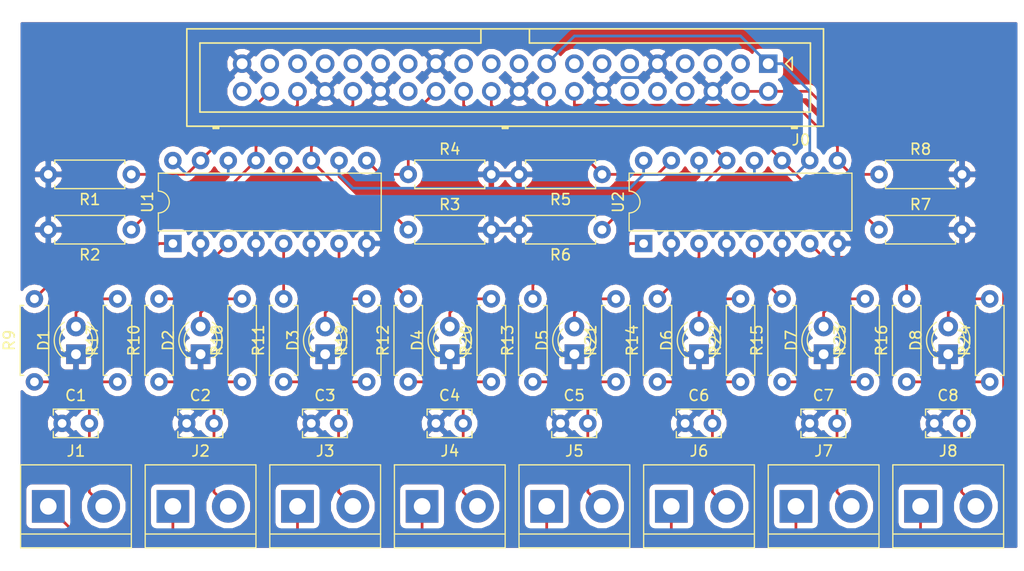
<source format=kicad_pcb>
(kicad_pcb (version 4) (host pcbnew 4.0.7)

  (general
    (links 113)
    (no_connects 0)
    (area 72.865 43.505 167.265 96.375)
    (thickness 1.6)
    (drawings 0)
    (tracks 191)
    (zones 0)
    (modules 51)
    (nets 56)
  )

  (page A4)
  (layers
    (0 F.Cu signal)
    (31 B.Cu signal)
    (32 B.Adhes user)
    (33 F.Adhes user)
    (34 B.Paste user)
    (35 F.Paste user)
    (36 B.SilkS user)
    (37 F.SilkS user)
    (38 B.Mask user)
    (39 F.Mask user)
    (40 Dwgs.User user)
    (41 Cmts.User user)
    (42 Eco1.User user)
    (43 Eco2.User user)
    (44 Edge.Cuts user)
    (45 Margin user)
    (46 B.CrtYd user)
    (47 F.CrtYd user)
    (48 B.Fab user)
    (49 F.Fab user)
  )

  (setup
    (last_trace_width 0.25)
    (trace_clearance 0.25)
    (zone_clearance 0.508)
    (zone_45_only no)
    (trace_min 0.25)
    (segment_width 0.2)
    (edge_width 0.1)
    (via_size 0.6)
    (via_drill 0.4)
    (via_min_size 0.4)
    (via_min_drill 0.3)
    (uvia_size 0.3)
    (uvia_drill 0.1)
    (uvias_allowed no)
    (uvia_min_size 0.2)
    (uvia_min_drill 0.1)
    (pcb_text_width 0.3)
    (pcb_text_size 1.5 1.5)
    (mod_edge_width 0.15)
    (mod_text_size 1 1)
    (mod_text_width 0.15)
    (pad_size 1.5 1.5)
    (pad_drill 0.6)
    (pad_to_mask_clearance 0)
    (aux_axis_origin 0 0)
    (visible_elements 7FFFFFFF)
    (pcbplotparams
      (layerselection 0x00030_80000001)
      (usegerberextensions false)
      (excludeedgelayer true)
      (linewidth 0.100000)
      (plotframeref true)
      (viasonmask false)
      (mode 1)
      (useauxorigin false)
      (hpglpennumber 1)
      (hpglpenspeed 20)
      (hpglpendiameter 15)
      (hpglpenoverlay 2)
      (psnegative false)
      (psa4output false)
      (plotreference true)
      (plotvalue true)
      (plotinvisibletext false)
      (padsonsilk false)
      (subtractmaskfromsilk false)
      (outputformat 1)
      (mirror false)
      (drillshape 0)
      (scaleselection 1)
      (outputdirectory gerber/))
  )

  (net 0 "")
  (net 1 GND)
  (net 2 "Net-(C1-Pad2)")
  (net 3 "Net-(C2-Pad2)")
  (net 4 "Net-(C3-Pad2)")
  (net 5 "Net-(C4-Pad2)")
  (net 6 "Net-(C5-Pad2)")
  (net 7 "Net-(C6-Pad2)")
  (net 8 "Net-(C7-Pad2)")
  (net 9 "Net-(C8-Pad2)")
  (net 10 "Net-(D1-Pad2)")
  (net 11 "Net-(D2-Pad2)")
  (net 12 "Net-(D3-Pad2)")
  (net 13 "Net-(D4-Pad2)")
  (net 14 "Net-(D5-Pad2)")
  (net 15 "Net-(D6-Pad2)")
  (net 16 "Net-(D7-Pad2)")
  (net 17 "Net-(D8-Pad2)")
  (net 18 "Net-(R9-Pad2)")
  (net 19 "Net-(R10-Pad2)")
  (net 20 "Net-(R11-Pad2)")
  (net 21 "Net-(R12-Pad2)")
  (net 22 "Net-(R13-Pad2)")
  (net 23 "Net-(R14-Pad2)")
  (net 24 "Net-(R15-Pad2)")
  (net 25 "Net-(R16-Pad2)")
  (net 26 +3V3)
  (net 27 +5V)
  (net 28 "Net-(J0-Pad3)")
  (net 29 "Net-(J0-Pad5)")
  (net 30 "Net-(J0-Pad7)")
  (net 31 "Net-(J0-Pad8)")
  (net 32 "Net-(J0-Pad10)")
  (net 33 "Net-(J0-Pad11)")
  (net 34 "Net-(J0-Pad12)")
  (net 35 "Net-(J0-Pad13)")
  (net 36 "Net-(J0-Pad15)")
  (net 37 "Net-(J0-Pad16)")
  (net 38 "Net-(J0-Pad18)")
  (net 39 "Net-(J0-Pad19)")
  (net 40 "Net-(J0-Pad21)")
  (net 41 "Net-(J0-Pad22)")
  (net 42 "Net-(J0-Pad23)")
  (net 43 "Net-(J0-Pad24)")
  (net 44 "Net-(J0-Pad26)")
  (net 45 "Net-(J0-Pad27)")
  (net 46 "Net-(J0-Pad28)")
  (net 47 "Net-(J0-Pad29)")
  (net 48 "Net-(J0-Pad31)")
  (net 49 "Net-(J0-Pad32)")
  (net 50 "Net-(J0-Pad33)")
  (net 51 "Net-(J0-Pad35)")
  (net 52 "Net-(J0-Pad36)")
  (net 53 "Net-(J0-Pad37)")
  (net 54 "Net-(J0-Pad38)")
  (net 55 "Net-(J0-Pad40)")

  (net_class Default "Dies ist die voreingestellte Netzklasse."
    (clearance 0.25)
    (trace_width 0.25)
    (via_dia 0.6)
    (via_drill 0.4)
    (uvia_dia 0.3)
    (uvia_drill 0.1)
    (add_net +3V3)
    (add_net +5V)
    (add_net GND)
    (add_net "Net-(C1-Pad2)")
    (add_net "Net-(C2-Pad2)")
    (add_net "Net-(C3-Pad2)")
    (add_net "Net-(C4-Pad2)")
    (add_net "Net-(C5-Pad2)")
    (add_net "Net-(C6-Pad2)")
    (add_net "Net-(C7-Pad2)")
    (add_net "Net-(C8-Pad2)")
    (add_net "Net-(D1-Pad2)")
    (add_net "Net-(D2-Pad2)")
    (add_net "Net-(D3-Pad2)")
    (add_net "Net-(D4-Pad2)")
    (add_net "Net-(D5-Pad2)")
    (add_net "Net-(D6-Pad2)")
    (add_net "Net-(D7-Pad2)")
    (add_net "Net-(D8-Pad2)")
    (add_net "Net-(J0-Pad10)")
    (add_net "Net-(J0-Pad11)")
    (add_net "Net-(J0-Pad12)")
    (add_net "Net-(J0-Pad13)")
    (add_net "Net-(J0-Pad15)")
    (add_net "Net-(J0-Pad16)")
    (add_net "Net-(J0-Pad18)")
    (add_net "Net-(J0-Pad19)")
    (add_net "Net-(J0-Pad21)")
    (add_net "Net-(J0-Pad22)")
    (add_net "Net-(J0-Pad23)")
    (add_net "Net-(J0-Pad24)")
    (add_net "Net-(J0-Pad26)")
    (add_net "Net-(J0-Pad27)")
    (add_net "Net-(J0-Pad28)")
    (add_net "Net-(J0-Pad29)")
    (add_net "Net-(J0-Pad3)")
    (add_net "Net-(J0-Pad31)")
    (add_net "Net-(J0-Pad32)")
    (add_net "Net-(J0-Pad33)")
    (add_net "Net-(J0-Pad35)")
    (add_net "Net-(J0-Pad36)")
    (add_net "Net-(J0-Pad37)")
    (add_net "Net-(J0-Pad38)")
    (add_net "Net-(J0-Pad40)")
    (add_net "Net-(J0-Pad5)")
    (add_net "Net-(J0-Pad7)")
    (add_net "Net-(J0-Pad8)")
    (add_net "Net-(R10-Pad2)")
    (add_net "Net-(R11-Pad2)")
    (add_net "Net-(R12-Pad2)")
    (add_net "Net-(R13-Pad2)")
    (add_net "Net-(R14-Pad2)")
    (add_net "Net-(R15-Pad2)")
    (add_net "Net-(R16-Pad2)")
    (add_net "Net-(R9-Pad2)")
  )

  (module LEDs:LED_D3.0mm (layer F.Cu) (tedit 587A3A7B) (tstamp 5AAE9AB8)
    (at 80.01 76.2 90)
    (descr "LED, diameter 3.0mm, 2 pins")
    (tags "LED diameter 3.0mm 2 pins")
    (path /5889B1E8)
    (fp_text reference D1 (at 1.27 -2.96 90) (layer F.SilkS)
      (effects (font (size 1 1) (thickness 0.15)))
    )
    (fp_text value LED (at 1.27 2.96 90) (layer F.Fab)
      (effects (font (size 1 1) (thickness 0.15)))
    )
    (fp_arc (start 1.27 0) (end -0.23 -1.16619) (angle 284.3) (layer F.Fab) (width 0.1))
    (fp_arc (start 1.27 0) (end -0.29 -1.235516) (angle 108.8) (layer F.SilkS) (width 0.12))
    (fp_arc (start 1.27 0) (end -0.29 1.235516) (angle -108.8) (layer F.SilkS) (width 0.12))
    (fp_arc (start 1.27 0) (end 0.229039 -1.08) (angle 87.9) (layer F.SilkS) (width 0.12))
    (fp_arc (start 1.27 0) (end 0.229039 1.08) (angle -87.9) (layer F.SilkS) (width 0.12))
    (fp_circle (center 1.27 0) (end 2.77 0) (layer F.Fab) (width 0.1))
    (fp_line (start -0.23 -1.16619) (end -0.23 1.16619) (layer F.Fab) (width 0.1))
    (fp_line (start -0.29 -1.236) (end -0.29 -1.08) (layer F.SilkS) (width 0.12))
    (fp_line (start -0.29 1.08) (end -0.29 1.236) (layer F.SilkS) (width 0.12))
    (fp_line (start -1.15 -2.25) (end -1.15 2.25) (layer F.CrtYd) (width 0.05))
    (fp_line (start -1.15 2.25) (end 3.7 2.25) (layer F.CrtYd) (width 0.05))
    (fp_line (start 3.7 2.25) (end 3.7 -2.25) (layer F.CrtYd) (width 0.05))
    (fp_line (start 3.7 -2.25) (end -1.15 -2.25) (layer F.CrtYd) (width 0.05))
    (pad 1 thru_hole rect (at 0 0 90) (size 1.8 1.8) (drill 0.9) (layers *.Cu *.Mask)
      (net 1 GND))
    (pad 2 thru_hole circle (at 2.54 0 90) (size 1.8 1.8) (drill 0.9) (layers *.Cu *.Mask)
      (net 10 "Net-(D1-Pad2)"))
    (model ${KISYS3DMOD}/LEDs.3dshapes/LED_D3.0mm.wrl
      (at (xyz 0 0 0))
      (scale (xyz 0.393701 0.393701 0.393701))
      (rotate (xyz 0 0 0))
    )
  )

  (module LEDs:LED_D3.0mm (layer F.Cu) (tedit 587A3A7B) (tstamp 5AAE9ABE)
    (at 91.44 76.2 90)
    (descr "LED, diameter 3.0mm, 2 pins")
    (tags "LED diameter 3.0mm 2 pins")
    (path /5889B23D)
    (fp_text reference D2 (at 1.27 -2.96 90) (layer F.SilkS)
      (effects (font (size 1 1) (thickness 0.15)))
    )
    (fp_text value LED (at 1.27 2.96 90) (layer F.Fab)
      (effects (font (size 1 1) (thickness 0.15)))
    )
    (fp_arc (start 1.27 0) (end -0.23 -1.16619) (angle 284.3) (layer F.Fab) (width 0.1))
    (fp_arc (start 1.27 0) (end -0.29 -1.235516) (angle 108.8) (layer F.SilkS) (width 0.12))
    (fp_arc (start 1.27 0) (end -0.29 1.235516) (angle -108.8) (layer F.SilkS) (width 0.12))
    (fp_arc (start 1.27 0) (end 0.229039 -1.08) (angle 87.9) (layer F.SilkS) (width 0.12))
    (fp_arc (start 1.27 0) (end 0.229039 1.08) (angle -87.9) (layer F.SilkS) (width 0.12))
    (fp_circle (center 1.27 0) (end 2.77 0) (layer F.Fab) (width 0.1))
    (fp_line (start -0.23 -1.16619) (end -0.23 1.16619) (layer F.Fab) (width 0.1))
    (fp_line (start -0.29 -1.236) (end -0.29 -1.08) (layer F.SilkS) (width 0.12))
    (fp_line (start -0.29 1.08) (end -0.29 1.236) (layer F.SilkS) (width 0.12))
    (fp_line (start -1.15 -2.25) (end -1.15 2.25) (layer F.CrtYd) (width 0.05))
    (fp_line (start -1.15 2.25) (end 3.7 2.25) (layer F.CrtYd) (width 0.05))
    (fp_line (start 3.7 2.25) (end 3.7 -2.25) (layer F.CrtYd) (width 0.05))
    (fp_line (start 3.7 -2.25) (end -1.15 -2.25) (layer F.CrtYd) (width 0.05))
    (pad 1 thru_hole rect (at 0 0 90) (size 1.8 1.8) (drill 0.9) (layers *.Cu *.Mask)
      (net 1 GND))
    (pad 2 thru_hole circle (at 2.54 0 90) (size 1.8 1.8) (drill 0.9) (layers *.Cu *.Mask)
      (net 11 "Net-(D2-Pad2)"))
    (model ${KISYS3DMOD}/LEDs.3dshapes/LED_D3.0mm.wrl
      (at (xyz 0 0 0))
      (scale (xyz 0.393701 0.393701 0.393701))
      (rotate (xyz 0 0 0))
    )
  )

  (module LEDs:LED_D3.0mm (layer F.Cu) (tedit 587A3A7B) (tstamp 5AAE9AC4)
    (at 102.87 76.2 90)
    (descr "LED, diameter 3.0mm, 2 pins")
    (tags "LED diameter 3.0mm 2 pins")
    (path /5889C537)
    (fp_text reference D3 (at 1.27 -2.96 90) (layer F.SilkS)
      (effects (font (size 1 1) (thickness 0.15)))
    )
    (fp_text value LED (at 1.27 2.96 90) (layer F.Fab)
      (effects (font (size 1 1) (thickness 0.15)))
    )
    (fp_arc (start 1.27 0) (end -0.23 -1.16619) (angle 284.3) (layer F.Fab) (width 0.1))
    (fp_arc (start 1.27 0) (end -0.29 -1.235516) (angle 108.8) (layer F.SilkS) (width 0.12))
    (fp_arc (start 1.27 0) (end -0.29 1.235516) (angle -108.8) (layer F.SilkS) (width 0.12))
    (fp_arc (start 1.27 0) (end 0.229039 -1.08) (angle 87.9) (layer F.SilkS) (width 0.12))
    (fp_arc (start 1.27 0) (end 0.229039 1.08) (angle -87.9) (layer F.SilkS) (width 0.12))
    (fp_circle (center 1.27 0) (end 2.77 0) (layer F.Fab) (width 0.1))
    (fp_line (start -0.23 -1.16619) (end -0.23 1.16619) (layer F.Fab) (width 0.1))
    (fp_line (start -0.29 -1.236) (end -0.29 -1.08) (layer F.SilkS) (width 0.12))
    (fp_line (start -0.29 1.08) (end -0.29 1.236) (layer F.SilkS) (width 0.12))
    (fp_line (start -1.15 -2.25) (end -1.15 2.25) (layer F.CrtYd) (width 0.05))
    (fp_line (start -1.15 2.25) (end 3.7 2.25) (layer F.CrtYd) (width 0.05))
    (fp_line (start 3.7 2.25) (end 3.7 -2.25) (layer F.CrtYd) (width 0.05))
    (fp_line (start 3.7 -2.25) (end -1.15 -2.25) (layer F.CrtYd) (width 0.05))
    (pad 1 thru_hole rect (at 0 0 90) (size 1.8 1.8) (drill 0.9) (layers *.Cu *.Mask)
      (net 1 GND))
    (pad 2 thru_hole circle (at 2.54 0 90) (size 1.8 1.8) (drill 0.9) (layers *.Cu *.Mask)
      (net 12 "Net-(D3-Pad2)"))
    (model ${KISYS3DMOD}/LEDs.3dshapes/LED_D3.0mm.wrl
      (at (xyz 0 0 0))
      (scale (xyz 0.393701 0.393701 0.393701))
      (rotate (xyz 0 0 0))
    )
  )

  (module LEDs:LED_D3.0mm (layer F.Cu) (tedit 587A3A7B) (tstamp 5AAE9ACA)
    (at 114.3 76.2 90)
    (descr "LED, diameter 3.0mm, 2 pins")
    (tags "LED diameter 3.0mm 2 pins")
    (path /5889C59E)
    (fp_text reference D4 (at 1.27 -2.96 90) (layer F.SilkS)
      (effects (font (size 1 1) (thickness 0.15)))
    )
    (fp_text value LED (at 1.27 2.96 90) (layer F.Fab)
      (effects (font (size 1 1) (thickness 0.15)))
    )
    (fp_arc (start 1.27 0) (end -0.23 -1.16619) (angle 284.3) (layer F.Fab) (width 0.1))
    (fp_arc (start 1.27 0) (end -0.29 -1.235516) (angle 108.8) (layer F.SilkS) (width 0.12))
    (fp_arc (start 1.27 0) (end -0.29 1.235516) (angle -108.8) (layer F.SilkS) (width 0.12))
    (fp_arc (start 1.27 0) (end 0.229039 -1.08) (angle 87.9) (layer F.SilkS) (width 0.12))
    (fp_arc (start 1.27 0) (end 0.229039 1.08) (angle -87.9) (layer F.SilkS) (width 0.12))
    (fp_circle (center 1.27 0) (end 2.77 0) (layer F.Fab) (width 0.1))
    (fp_line (start -0.23 -1.16619) (end -0.23 1.16619) (layer F.Fab) (width 0.1))
    (fp_line (start -0.29 -1.236) (end -0.29 -1.08) (layer F.SilkS) (width 0.12))
    (fp_line (start -0.29 1.08) (end -0.29 1.236) (layer F.SilkS) (width 0.12))
    (fp_line (start -1.15 -2.25) (end -1.15 2.25) (layer F.CrtYd) (width 0.05))
    (fp_line (start -1.15 2.25) (end 3.7 2.25) (layer F.CrtYd) (width 0.05))
    (fp_line (start 3.7 2.25) (end 3.7 -2.25) (layer F.CrtYd) (width 0.05))
    (fp_line (start 3.7 -2.25) (end -1.15 -2.25) (layer F.CrtYd) (width 0.05))
    (pad 1 thru_hole rect (at 0 0 90) (size 1.8 1.8) (drill 0.9) (layers *.Cu *.Mask)
      (net 1 GND))
    (pad 2 thru_hole circle (at 2.54 0 90) (size 1.8 1.8) (drill 0.9) (layers *.Cu *.Mask)
      (net 13 "Net-(D4-Pad2)"))
    (model ${KISYS3DMOD}/LEDs.3dshapes/LED_D3.0mm.wrl
      (at (xyz 0 0 0))
      (scale (xyz 0.393701 0.393701 0.393701))
      (rotate (xyz 0 0 0))
    )
  )

  (module LEDs:LED_D3.0mm (layer F.Cu) (tedit 587A3A7B) (tstamp 5AAE9AD0)
    (at 125.73 76.2 90)
    (descr "LED, diameter 3.0mm, 2 pins")
    (tags "LED diameter 3.0mm 2 pins")
    (path /588AA117)
    (fp_text reference D5 (at 1.27 -2.96 90) (layer F.SilkS)
      (effects (font (size 1 1) (thickness 0.15)))
    )
    (fp_text value LED (at 1.27 2.96 90) (layer F.Fab)
      (effects (font (size 1 1) (thickness 0.15)))
    )
    (fp_arc (start 1.27 0) (end -0.23 -1.16619) (angle 284.3) (layer F.Fab) (width 0.1))
    (fp_arc (start 1.27 0) (end -0.29 -1.235516) (angle 108.8) (layer F.SilkS) (width 0.12))
    (fp_arc (start 1.27 0) (end -0.29 1.235516) (angle -108.8) (layer F.SilkS) (width 0.12))
    (fp_arc (start 1.27 0) (end 0.229039 -1.08) (angle 87.9) (layer F.SilkS) (width 0.12))
    (fp_arc (start 1.27 0) (end 0.229039 1.08) (angle -87.9) (layer F.SilkS) (width 0.12))
    (fp_circle (center 1.27 0) (end 2.77 0) (layer F.Fab) (width 0.1))
    (fp_line (start -0.23 -1.16619) (end -0.23 1.16619) (layer F.Fab) (width 0.1))
    (fp_line (start -0.29 -1.236) (end -0.29 -1.08) (layer F.SilkS) (width 0.12))
    (fp_line (start -0.29 1.08) (end -0.29 1.236) (layer F.SilkS) (width 0.12))
    (fp_line (start -1.15 -2.25) (end -1.15 2.25) (layer F.CrtYd) (width 0.05))
    (fp_line (start -1.15 2.25) (end 3.7 2.25) (layer F.CrtYd) (width 0.05))
    (fp_line (start 3.7 2.25) (end 3.7 -2.25) (layer F.CrtYd) (width 0.05))
    (fp_line (start 3.7 -2.25) (end -1.15 -2.25) (layer F.CrtYd) (width 0.05))
    (pad 1 thru_hole rect (at 0 0 90) (size 1.8 1.8) (drill 0.9) (layers *.Cu *.Mask)
      (net 1 GND))
    (pad 2 thru_hole circle (at 2.54 0 90) (size 1.8 1.8) (drill 0.9) (layers *.Cu *.Mask)
      (net 14 "Net-(D5-Pad2)"))
    (model ${KISYS3DMOD}/LEDs.3dshapes/LED_D3.0mm.wrl
      (at (xyz 0 0 0))
      (scale (xyz 0.393701 0.393701 0.393701))
      (rotate (xyz 0 0 0))
    )
  )

  (module LEDs:LED_D3.0mm (layer F.Cu) (tedit 587A3A7B) (tstamp 5AAE9AD6)
    (at 137.16 76.2 90)
    (descr "LED, diameter 3.0mm, 2 pins")
    (tags "LED diameter 3.0mm 2 pins")
    (path /588AA1B1)
    (fp_text reference D6 (at 1.27 -2.96 90) (layer F.SilkS)
      (effects (font (size 1 1) (thickness 0.15)))
    )
    (fp_text value LED (at 1.27 2.96 90) (layer F.Fab)
      (effects (font (size 1 1) (thickness 0.15)))
    )
    (fp_arc (start 1.27 0) (end -0.23 -1.16619) (angle 284.3) (layer F.Fab) (width 0.1))
    (fp_arc (start 1.27 0) (end -0.29 -1.235516) (angle 108.8) (layer F.SilkS) (width 0.12))
    (fp_arc (start 1.27 0) (end -0.29 1.235516) (angle -108.8) (layer F.SilkS) (width 0.12))
    (fp_arc (start 1.27 0) (end 0.229039 -1.08) (angle 87.9) (layer F.SilkS) (width 0.12))
    (fp_arc (start 1.27 0) (end 0.229039 1.08) (angle -87.9) (layer F.SilkS) (width 0.12))
    (fp_circle (center 1.27 0) (end 2.77 0) (layer F.Fab) (width 0.1))
    (fp_line (start -0.23 -1.16619) (end -0.23 1.16619) (layer F.Fab) (width 0.1))
    (fp_line (start -0.29 -1.236) (end -0.29 -1.08) (layer F.SilkS) (width 0.12))
    (fp_line (start -0.29 1.08) (end -0.29 1.236) (layer F.SilkS) (width 0.12))
    (fp_line (start -1.15 -2.25) (end -1.15 2.25) (layer F.CrtYd) (width 0.05))
    (fp_line (start -1.15 2.25) (end 3.7 2.25) (layer F.CrtYd) (width 0.05))
    (fp_line (start 3.7 2.25) (end 3.7 -2.25) (layer F.CrtYd) (width 0.05))
    (fp_line (start 3.7 -2.25) (end -1.15 -2.25) (layer F.CrtYd) (width 0.05))
    (pad 1 thru_hole rect (at 0 0 90) (size 1.8 1.8) (drill 0.9) (layers *.Cu *.Mask)
      (net 1 GND))
    (pad 2 thru_hole circle (at 2.54 0 90) (size 1.8 1.8) (drill 0.9) (layers *.Cu *.Mask)
      (net 15 "Net-(D6-Pad2)"))
    (model ${KISYS3DMOD}/LEDs.3dshapes/LED_D3.0mm.wrl
      (at (xyz 0 0 0))
      (scale (xyz 0.393701 0.393701 0.393701))
      (rotate (xyz 0 0 0))
    )
  )

  (module LEDs:LED_D3.0mm (layer F.Cu) (tedit 587A3A7B) (tstamp 5AAE9ADC)
    (at 148.59 76.2 90)
    (descr "LED, diameter 3.0mm, 2 pins")
    (tags "LED diameter 3.0mm 2 pins")
    (path /588AA683)
    (fp_text reference D7 (at 1.27 -2.96 90) (layer F.SilkS)
      (effects (font (size 1 1) (thickness 0.15)))
    )
    (fp_text value LED (at 1.27 2.96 90) (layer F.Fab)
      (effects (font (size 1 1) (thickness 0.15)))
    )
    (fp_arc (start 1.27 0) (end -0.23 -1.16619) (angle 284.3) (layer F.Fab) (width 0.1))
    (fp_arc (start 1.27 0) (end -0.29 -1.235516) (angle 108.8) (layer F.SilkS) (width 0.12))
    (fp_arc (start 1.27 0) (end -0.29 1.235516) (angle -108.8) (layer F.SilkS) (width 0.12))
    (fp_arc (start 1.27 0) (end 0.229039 -1.08) (angle 87.9) (layer F.SilkS) (width 0.12))
    (fp_arc (start 1.27 0) (end 0.229039 1.08) (angle -87.9) (layer F.SilkS) (width 0.12))
    (fp_circle (center 1.27 0) (end 2.77 0) (layer F.Fab) (width 0.1))
    (fp_line (start -0.23 -1.16619) (end -0.23 1.16619) (layer F.Fab) (width 0.1))
    (fp_line (start -0.29 -1.236) (end -0.29 -1.08) (layer F.SilkS) (width 0.12))
    (fp_line (start -0.29 1.08) (end -0.29 1.236) (layer F.SilkS) (width 0.12))
    (fp_line (start -1.15 -2.25) (end -1.15 2.25) (layer F.CrtYd) (width 0.05))
    (fp_line (start -1.15 2.25) (end 3.7 2.25) (layer F.CrtYd) (width 0.05))
    (fp_line (start 3.7 2.25) (end 3.7 -2.25) (layer F.CrtYd) (width 0.05))
    (fp_line (start 3.7 -2.25) (end -1.15 -2.25) (layer F.CrtYd) (width 0.05))
    (pad 1 thru_hole rect (at 0 0 90) (size 1.8 1.8) (drill 0.9) (layers *.Cu *.Mask)
      (net 1 GND))
    (pad 2 thru_hole circle (at 2.54 0 90) (size 1.8 1.8) (drill 0.9) (layers *.Cu *.Mask)
      (net 16 "Net-(D7-Pad2)"))
    (model ${KISYS3DMOD}/LEDs.3dshapes/LED_D3.0mm.wrl
      (at (xyz 0 0 0))
      (scale (xyz 0.393701 0.393701 0.393701))
      (rotate (xyz 0 0 0))
    )
  )

  (module LEDs:LED_D3.0mm (layer F.Cu) (tedit 587A3A7B) (tstamp 5AAE9AE2)
    (at 160.02 76.2 90)
    (descr "LED, diameter 3.0mm, 2 pins")
    (tags "LED diameter 3.0mm 2 pins")
    (path /588AA71F)
    (fp_text reference D8 (at 1.27 -2.96 90) (layer F.SilkS)
      (effects (font (size 1 1) (thickness 0.15)))
    )
    (fp_text value LED (at 1.27 2.96 90) (layer F.Fab)
      (effects (font (size 1 1) (thickness 0.15)))
    )
    (fp_arc (start 1.27 0) (end -0.23 -1.16619) (angle 284.3) (layer F.Fab) (width 0.1))
    (fp_arc (start 1.27 0) (end -0.29 -1.235516) (angle 108.8) (layer F.SilkS) (width 0.12))
    (fp_arc (start 1.27 0) (end -0.29 1.235516) (angle -108.8) (layer F.SilkS) (width 0.12))
    (fp_arc (start 1.27 0) (end 0.229039 -1.08) (angle 87.9) (layer F.SilkS) (width 0.12))
    (fp_arc (start 1.27 0) (end 0.229039 1.08) (angle -87.9) (layer F.SilkS) (width 0.12))
    (fp_circle (center 1.27 0) (end 2.77 0) (layer F.Fab) (width 0.1))
    (fp_line (start -0.23 -1.16619) (end -0.23 1.16619) (layer F.Fab) (width 0.1))
    (fp_line (start -0.29 -1.236) (end -0.29 -1.08) (layer F.SilkS) (width 0.12))
    (fp_line (start -0.29 1.08) (end -0.29 1.236) (layer F.SilkS) (width 0.12))
    (fp_line (start -1.15 -2.25) (end -1.15 2.25) (layer F.CrtYd) (width 0.05))
    (fp_line (start -1.15 2.25) (end 3.7 2.25) (layer F.CrtYd) (width 0.05))
    (fp_line (start 3.7 2.25) (end 3.7 -2.25) (layer F.CrtYd) (width 0.05))
    (fp_line (start 3.7 -2.25) (end -1.15 -2.25) (layer F.CrtYd) (width 0.05))
    (pad 1 thru_hole rect (at 0 0 90) (size 1.8 1.8) (drill 0.9) (layers *.Cu *.Mask)
      (net 1 GND))
    (pad 2 thru_hole circle (at 2.54 0 90) (size 1.8 1.8) (drill 0.9) (layers *.Cu *.Mask)
      (net 17 "Net-(D8-Pad2)"))
    (model ${KISYS3DMOD}/LEDs.3dshapes/LED_D3.0mm.wrl
      (at (xyz 0 0 0))
      (scale (xyz 0.393701 0.393701 0.393701))
      (rotate (xyz 0 0 0))
    )
  )

  (module Housings_DIP:DIP-16_W7.62mm (layer F.Cu) (tedit 59C78D6B) (tstamp 5AAE9B86)
    (at 88.9 66.04 90)
    (descr "16-lead though-hole mounted DIP package, row spacing 7.62 mm (300 mils)")
    (tags "THT DIP DIL PDIP 2.54mm 7.62mm 300mil")
    (path /5889AE3E)
    (fp_text reference U1 (at 3.81 -2.33 90) (layer F.SilkS)
      (effects (font (size 1 1) (thickness 0.15)))
    )
    (fp_text value PC847 (at 3.81 20.11 90) (layer F.Fab)
      (effects (font (size 1 1) (thickness 0.15)))
    )
    (fp_arc (start 3.81 -1.33) (end 2.81 -1.33) (angle -180) (layer F.SilkS) (width 0.12))
    (fp_line (start 1.635 -1.27) (end 6.985 -1.27) (layer F.Fab) (width 0.1))
    (fp_line (start 6.985 -1.27) (end 6.985 19.05) (layer F.Fab) (width 0.1))
    (fp_line (start 6.985 19.05) (end 0.635 19.05) (layer F.Fab) (width 0.1))
    (fp_line (start 0.635 19.05) (end 0.635 -0.27) (layer F.Fab) (width 0.1))
    (fp_line (start 0.635 -0.27) (end 1.635 -1.27) (layer F.Fab) (width 0.1))
    (fp_line (start 2.81 -1.33) (end 1.16 -1.33) (layer F.SilkS) (width 0.12))
    (fp_line (start 1.16 -1.33) (end 1.16 19.11) (layer F.SilkS) (width 0.12))
    (fp_line (start 1.16 19.11) (end 6.46 19.11) (layer F.SilkS) (width 0.12))
    (fp_line (start 6.46 19.11) (end 6.46 -1.33) (layer F.SilkS) (width 0.12))
    (fp_line (start 6.46 -1.33) (end 4.81 -1.33) (layer F.SilkS) (width 0.12))
    (fp_line (start -1.1 -1.55) (end -1.1 19.3) (layer F.CrtYd) (width 0.05))
    (fp_line (start -1.1 19.3) (end 8.7 19.3) (layer F.CrtYd) (width 0.05))
    (fp_line (start 8.7 19.3) (end 8.7 -1.55) (layer F.CrtYd) (width 0.05))
    (fp_line (start 8.7 -1.55) (end -1.1 -1.55) (layer F.CrtYd) (width 0.05))
    (fp_text user %R (at 3.81 8.89 90) (layer F.Fab)
      (effects (font (size 1 1) (thickness 0.15)))
    )
    (pad 1 thru_hole rect (at 0 0 90) (size 1.6 1.6) (drill 0.8) (layers *.Cu *.Mask)
      (net 18 "Net-(R9-Pad2)"))
    (pad 9 thru_hole oval (at 7.62 17.78 90) (size 1.6 1.6) (drill 0.8) (layers *.Cu *.Mask)
      (net 44 "Net-(J0-Pad26)"))
    (pad 2 thru_hole oval (at 0 2.54 90) (size 1.6 1.6) (drill 0.8) (layers *.Cu *.Mask)
      (net 1 GND))
    (pad 10 thru_hole oval (at 7.62 15.24 90) (size 1.6 1.6) (drill 0.8) (layers *.Cu *.Mask)
      (net 26 +3V3))
    (pad 3 thru_hole oval (at 0 5.08 90) (size 1.6 1.6) (drill 0.8) (layers *.Cu *.Mask)
      (net 19 "Net-(R10-Pad2)"))
    (pad 11 thru_hole oval (at 7.62 12.7 90) (size 1.6 1.6) (drill 0.8) (layers *.Cu *.Mask)
      (net 49 "Net-(J0-Pad32)"))
    (pad 4 thru_hole oval (at 0 7.62 90) (size 1.6 1.6) (drill 0.8) (layers *.Cu *.Mask)
      (net 1 GND))
    (pad 12 thru_hole oval (at 7.62 10.16 90) (size 1.6 1.6) (drill 0.8) (layers *.Cu *.Mask)
      (net 26 +3V3))
    (pad 5 thru_hole oval (at 0 10.16 90) (size 1.6 1.6) (drill 0.8) (layers *.Cu *.Mask)
      (net 20 "Net-(R11-Pad2)"))
    (pad 13 thru_hole oval (at 7.62 7.62 90) (size 1.6 1.6) (drill 0.8) (layers *.Cu *.Mask)
      (net 52 "Net-(J0-Pad36)"))
    (pad 6 thru_hole oval (at 0 12.7 90) (size 1.6 1.6) (drill 0.8) (layers *.Cu *.Mask)
      (net 1 GND))
    (pad 14 thru_hole oval (at 7.62 5.08 90) (size 1.6 1.6) (drill 0.8) (layers *.Cu *.Mask)
      (net 26 +3V3))
    (pad 7 thru_hole oval (at 0 15.24 90) (size 1.6 1.6) (drill 0.8) (layers *.Cu *.Mask)
      (net 21 "Net-(R12-Pad2)"))
    (pad 15 thru_hole oval (at 7.62 2.54 90) (size 1.6 1.6) (drill 0.8) (layers *.Cu *.Mask)
      (net 54 "Net-(J0-Pad38)"))
    (pad 8 thru_hole oval (at 0 17.78 90) (size 1.6 1.6) (drill 0.8) (layers *.Cu *.Mask)
      (net 1 GND))
    (pad 16 thru_hole oval (at 7.62 0 90) (size 1.6 1.6) (drill 0.8) (layers *.Cu *.Mask)
      (net 26 +3V3))
    (model ${KISYS3DMOD}/Housings_DIP.3dshapes/DIP-16_W7.62mm.wrl
      (at (xyz 0 0 0))
      (scale (xyz 1 1 1))
      (rotate (xyz 0 0 0))
    )
  )

  (module Housings_DIP:DIP-16_W7.62mm (layer F.Cu) (tedit 59C78D6B) (tstamp 5AAE9B9A)
    (at 132.08 66.04 90)
    (descr "16-lead though-hole mounted DIP package, row spacing 7.62 mm (300 mils)")
    (tags "THT DIP DIL PDIP 2.54mm 7.62mm 300mil")
    (path /588A08FB)
    (fp_text reference U2 (at 3.81 -2.33 90) (layer F.SilkS)
      (effects (font (size 1 1) (thickness 0.15)))
    )
    (fp_text value PC847 (at 3.81 20.11 90) (layer F.Fab)
      (effects (font (size 1 1) (thickness 0.15)))
    )
    (fp_arc (start 3.81 -1.33) (end 2.81 -1.33) (angle -180) (layer F.SilkS) (width 0.12))
    (fp_line (start 1.635 -1.27) (end 6.985 -1.27) (layer F.Fab) (width 0.1))
    (fp_line (start 6.985 -1.27) (end 6.985 19.05) (layer F.Fab) (width 0.1))
    (fp_line (start 6.985 19.05) (end 0.635 19.05) (layer F.Fab) (width 0.1))
    (fp_line (start 0.635 19.05) (end 0.635 -0.27) (layer F.Fab) (width 0.1))
    (fp_line (start 0.635 -0.27) (end 1.635 -1.27) (layer F.Fab) (width 0.1))
    (fp_line (start 2.81 -1.33) (end 1.16 -1.33) (layer F.SilkS) (width 0.12))
    (fp_line (start 1.16 -1.33) (end 1.16 19.11) (layer F.SilkS) (width 0.12))
    (fp_line (start 1.16 19.11) (end 6.46 19.11) (layer F.SilkS) (width 0.12))
    (fp_line (start 6.46 19.11) (end 6.46 -1.33) (layer F.SilkS) (width 0.12))
    (fp_line (start 6.46 -1.33) (end 4.81 -1.33) (layer F.SilkS) (width 0.12))
    (fp_line (start -1.1 -1.55) (end -1.1 19.3) (layer F.CrtYd) (width 0.05))
    (fp_line (start -1.1 19.3) (end 8.7 19.3) (layer F.CrtYd) (width 0.05))
    (fp_line (start 8.7 19.3) (end 8.7 -1.55) (layer F.CrtYd) (width 0.05))
    (fp_line (start 8.7 -1.55) (end -1.1 -1.55) (layer F.CrtYd) (width 0.05))
    (fp_text user %R (at 3.81 8.89 90) (layer F.Fab)
      (effects (font (size 1 1) (thickness 0.15)))
    )
    (pad 1 thru_hole rect (at 0 0 90) (size 1.6 1.6) (drill 0.8) (layers *.Cu *.Mask)
      (net 22 "Net-(R13-Pad2)"))
    (pad 9 thru_hole oval (at 7.62 17.78 90) (size 1.6 1.6) (drill 0.8) (layers *.Cu *.Mask)
      (net 37 "Net-(J0-Pad16)"))
    (pad 2 thru_hole oval (at 0 2.54 90) (size 1.6 1.6) (drill 0.8) (layers *.Cu *.Mask)
      (net 1 GND))
    (pad 10 thru_hole oval (at 7.62 15.24 90) (size 1.6 1.6) (drill 0.8) (layers *.Cu *.Mask)
      (net 26 +3V3))
    (pad 3 thru_hole oval (at 0 5.08 90) (size 1.6 1.6) (drill 0.8) (layers *.Cu *.Mask)
      (net 23 "Net-(R14-Pad2)"))
    (pad 11 thru_hole oval (at 7.62 12.7 90) (size 1.6 1.6) (drill 0.8) (layers *.Cu *.Mask)
      (net 38 "Net-(J0-Pad18)"))
    (pad 4 thru_hole oval (at 0 7.62 90) (size 1.6 1.6) (drill 0.8) (layers *.Cu *.Mask)
      (net 1 GND))
    (pad 12 thru_hole oval (at 7.62 10.16 90) (size 1.6 1.6) (drill 0.8) (layers *.Cu *.Mask)
      (net 26 +3V3))
    (pad 5 thru_hole oval (at 0 10.16 90) (size 1.6 1.6) (drill 0.8) (layers *.Cu *.Mask)
      (net 24 "Net-(R15-Pad2)"))
    (pad 13 thru_hole oval (at 7.62 7.62 90) (size 1.6 1.6) (drill 0.8) (layers *.Cu *.Mask)
      (net 41 "Net-(J0-Pad22)"))
    (pad 6 thru_hole oval (at 0 12.7 90) (size 1.6 1.6) (drill 0.8) (layers *.Cu *.Mask)
      (net 1 GND))
    (pad 14 thru_hole oval (at 7.62 5.08 90) (size 1.6 1.6) (drill 0.8) (layers *.Cu *.Mask)
      (net 26 +3V3))
    (pad 7 thru_hole oval (at 0 15.24 90) (size 1.6 1.6) (drill 0.8) (layers *.Cu *.Mask)
      (net 25 "Net-(R16-Pad2)"))
    (pad 15 thru_hole oval (at 7.62 2.54 90) (size 1.6 1.6) (drill 0.8) (layers *.Cu *.Mask)
      (net 43 "Net-(J0-Pad24)"))
    (pad 8 thru_hole oval (at 0 17.78 90) (size 1.6 1.6) (drill 0.8) (layers *.Cu *.Mask)
      (net 1 GND))
    (pad 16 thru_hole oval (at 7.62 0 90) (size 1.6 1.6) (drill 0.8) (layers *.Cu *.Mask)
      (net 26 +3V3))
    (model ${KISYS3DMOD}/Housings_DIP.3dshapes/DIP-16_W7.62mm.wrl
      (at (xyz 0 0 0))
      (scale (xyz 1 1 1))
      (rotate (xyz 0 0 0))
    )
  )

  (module Capacitors_THT:C_Rect_L4.0mm_W2.5mm_P2.50mm (layer F.Cu) (tedit 597BC7C2) (tstamp 5AAEC058)
    (at 78.74 82.55)
    (descr "C, Rect series, Radial, pin pitch=2.50mm, , length*width=4*2.5mm^2, Capacitor")
    (tags "C Rect series Radial pin pitch 2.50mm  length 4mm width 2.5mm Capacitor")
    (path /5889FA61)
    (fp_text reference C1 (at 1.25 -2.56) (layer F.SilkS)
      (effects (font (size 1 1) (thickness 0.15)))
    )
    (fp_text value 0,1uF (at 1.25 2.56) (layer F.Fab)
      (effects (font (size 1 1) (thickness 0.15)))
    )
    (fp_line (start -0.75 -1.25) (end -0.75 1.25) (layer F.Fab) (width 0.1))
    (fp_line (start -0.75 1.25) (end 3.25 1.25) (layer F.Fab) (width 0.1))
    (fp_line (start 3.25 1.25) (end 3.25 -1.25) (layer F.Fab) (width 0.1))
    (fp_line (start 3.25 -1.25) (end -0.75 -1.25) (layer F.Fab) (width 0.1))
    (fp_line (start -0.81 -1.31) (end 3.31 -1.31) (layer F.SilkS) (width 0.12))
    (fp_line (start -0.81 1.31) (end 3.31 1.31) (layer F.SilkS) (width 0.12))
    (fp_line (start -0.81 -1.31) (end -0.81 -0.75) (layer F.SilkS) (width 0.12))
    (fp_line (start -0.81 0.75) (end -0.81 1.31) (layer F.SilkS) (width 0.12))
    (fp_line (start 3.31 -1.31) (end 3.31 -0.75) (layer F.SilkS) (width 0.12))
    (fp_line (start 3.31 0.75) (end 3.31 1.31) (layer F.SilkS) (width 0.12))
    (fp_line (start -1.1 -1.6) (end -1.1 1.6) (layer F.CrtYd) (width 0.05))
    (fp_line (start -1.1 1.6) (end 3.6 1.6) (layer F.CrtYd) (width 0.05))
    (fp_line (start 3.6 1.6) (end 3.6 -1.6) (layer F.CrtYd) (width 0.05))
    (fp_line (start 3.6 -1.6) (end -1.1 -1.6) (layer F.CrtYd) (width 0.05))
    (fp_text user %R (at 1.25 0) (layer F.Fab)
      (effects (font (size 1 1) (thickness 0.15)))
    )
    (pad 1 thru_hole circle (at 0 0) (size 1.6 1.6) (drill 0.8) (layers *.Cu *.Mask)
      (net 1 GND))
    (pad 2 thru_hole circle (at 2.5 0) (size 1.6 1.6) (drill 0.8) (layers *.Cu *.Mask)
      (net 2 "Net-(C1-Pad2)"))
    (model ${KISYS3DMOD}/Capacitors_THT.3dshapes/C_Rect_L4.0mm_W2.5mm_P2.50mm.wrl
      (at (xyz 0 0 0))
      (scale (xyz 1 1 1))
      (rotate (xyz 0 0 0))
    )
  )

  (module Capacitors_THT:C_Rect_L4.0mm_W2.5mm_P2.50mm (layer F.Cu) (tedit 597BC7C2) (tstamp 5AAEC05D)
    (at 90.17 82.55)
    (descr "C, Rect series, Radial, pin pitch=2.50mm, , length*width=4*2.5mm^2, Capacitor")
    (tags "C Rect series Radial pin pitch 2.50mm  length 4mm width 2.5mm Capacitor")
    (path /5889FBFE)
    (fp_text reference C2 (at 1.25 -2.56) (layer F.SilkS)
      (effects (font (size 1 1) (thickness 0.15)))
    )
    (fp_text value 0,1uF (at 1.25 2.56) (layer F.Fab)
      (effects (font (size 1 1) (thickness 0.15)))
    )
    (fp_line (start -0.75 -1.25) (end -0.75 1.25) (layer F.Fab) (width 0.1))
    (fp_line (start -0.75 1.25) (end 3.25 1.25) (layer F.Fab) (width 0.1))
    (fp_line (start 3.25 1.25) (end 3.25 -1.25) (layer F.Fab) (width 0.1))
    (fp_line (start 3.25 -1.25) (end -0.75 -1.25) (layer F.Fab) (width 0.1))
    (fp_line (start -0.81 -1.31) (end 3.31 -1.31) (layer F.SilkS) (width 0.12))
    (fp_line (start -0.81 1.31) (end 3.31 1.31) (layer F.SilkS) (width 0.12))
    (fp_line (start -0.81 -1.31) (end -0.81 -0.75) (layer F.SilkS) (width 0.12))
    (fp_line (start -0.81 0.75) (end -0.81 1.31) (layer F.SilkS) (width 0.12))
    (fp_line (start 3.31 -1.31) (end 3.31 -0.75) (layer F.SilkS) (width 0.12))
    (fp_line (start 3.31 0.75) (end 3.31 1.31) (layer F.SilkS) (width 0.12))
    (fp_line (start -1.1 -1.6) (end -1.1 1.6) (layer F.CrtYd) (width 0.05))
    (fp_line (start -1.1 1.6) (end 3.6 1.6) (layer F.CrtYd) (width 0.05))
    (fp_line (start 3.6 1.6) (end 3.6 -1.6) (layer F.CrtYd) (width 0.05))
    (fp_line (start 3.6 -1.6) (end -1.1 -1.6) (layer F.CrtYd) (width 0.05))
    (fp_text user %R (at 1.25 0) (layer F.Fab)
      (effects (font (size 1 1) (thickness 0.15)))
    )
    (pad 1 thru_hole circle (at 0 0) (size 1.6 1.6) (drill 0.8) (layers *.Cu *.Mask)
      (net 1 GND))
    (pad 2 thru_hole circle (at 2.5 0) (size 1.6 1.6) (drill 0.8) (layers *.Cu *.Mask)
      (net 3 "Net-(C2-Pad2)"))
    (model ${KISYS3DMOD}/Capacitors_THT.3dshapes/C_Rect_L4.0mm_W2.5mm_P2.50mm.wrl
      (at (xyz 0 0 0))
      (scale (xyz 1 1 1))
      (rotate (xyz 0 0 0))
    )
  )

  (module Capacitors_THT:C_Rect_L4.0mm_W2.5mm_P2.50mm (layer F.Cu) (tedit 597BC7C2) (tstamp 5AAEC062)
    (at 101.6 82.55)
    (descr "C, Rect series, Radial, pin pitch=2.50mm, , length*width=4*2.5mm^2, Capacitor")
    (tags "C Rect series Radial pin pitch 2.50mm  length 4mm width 2.5mm Capacitor")
    (path /5889FC87)
    (fp_text reference C3 (at 1.25 -2.56) (layer F.SilkS)
      (effects (font (size 1 1) (thickness 0.15)))
    )
    (fp_text value 0,1uF (at 1.25 2.56) (layer F.Fab)
      (effects (font (size 1 1) (thickness 0.15)))
    )
    (fp_line (start -0.75 -1.25) (end -0.75 1.25) (layer F.Fab) (width 0.1))
    (fp_line (start -0.75 1.25) (end 3.25 1.25) (layer F.Fab) (width 0.1))
    (fp_line (start 3.25 1.25) (end 3.25 -1.25) (layer F.Fab) (width 0.1))
    (fp_line (start 3.25 -1.25) (end -0.75 -1.25) (layer F.Fab) (width 0.1))
    (fp_line (start -0.81 -1.31) (end 3.31 -1.31) (layer F.SilkS) (width 0.12))
    (fp_line (start -0.81 1.31) (end 3.31 1.31) (layer F.SilkS) (width 0.12))
    (fp_line (start -0.81 -1.31) (end -0.81 -0.75) (layer F.SilkS) (width 0.12))
    (fp_line (start -0.81 0.75) (end -0.81 1.31) (layer F.SilkS) (width 0.12))
    (fp_line (start 3.31 -1.31) (end 3.31 -0.75) (layer F.SilkS) (width 0.12))
    (fp_line (start 3.31 0.75) (end 3.31 1.31) (layer F.SilkS) (width 0.12))
    (fp_line (start -1.1 -1.6) (end -1.1 1.6) (layer F.CrtYd) (width 0.05))
    (fp_line (start -1.1 1.6) (end 3.6 1.6) (layer F.CrtYd) (width 0.05))
    (fp_line (start 3.6 1.6) (end 3.6 -1.6) (layer F.CrtYd) (width 0.05))
    (fp_line (start 3.6 -1.6) (end -1.1 -1.6) (layer F.CrtYd) (width 0.05))
    (fp_text user %R (at 1.25 0) (layer F.Fab)
      (effects (font (size 1 1) (thickness 0.15)))
    )
    (pad 1 thru_hole circle (at 0 0) (size 1.6 1.6) (drill 0.8) (layers *.Cu *.Mask)
      (net 1 GND))
    (pad 2 thru_hole circle (at 2.5 0) (size 1.6 1.6) (drill 0.8) (layers *.Cu *.Mask)
      (net 4 "Net-(C3-Pad2)"))
    (model ${KISYS3DMOD}/Capacitors_THT.3dshapes/C_Rect_L4.0mm_W2.5mm_P2.50mm.wrl
      (at (xyz 0 0 0))
      (scale (xyz 1 1 1))
      (rotate (xyz 0 0 0))
    )
  )

  (module Capacitors_THT:C_Rect_L4.0mm_W2.5mm_P2.50mm (layer F.Cu) (tedit 597BC7C2) (tstamp 5AAEC067)
    (at 113.03 82.55)
    (descr "C, Rect series, Radial, pin pitch=2.50mm, , length*width=4*2.5mm^2, Capacitor")
    (tags "C Rect series Radial pin pitch 2.50mm  length 4mm width 2.5mm Capacitor")
    (path /5889FD11)
    (fp_text reference C4 (at 1.25 -2.56) (layer F.SilkS)
      (effects (font (size 1 1) (thickness 0.15)))
    )
    (fp_text value 0,1uF (at 1.25 2.56) (layer F.Fab)
      (effects (font (size 1 1) (thickness 0.15)))
    )
    (fp_line (start -0.75 -1.25) (end -0.75 1.25) (layer F.Fab) (width 0.1))
    (fp_line (start -0.75 1.25) (end 3.25 1.25) (layer F.Fab) (width 0.1))
    (fp_line (start 3.25 1.25) (end 3.25 -1.25) (layer F.Fab) (width 0.1))
    (fp_line (start 3.25 -1.25) (end -0.75 -1.25) (layer F.Fab) (width 0.1))
    (fp_line (start -0.81 -1.31) (end 3.31 -1.31) (layer F.SilkS) (width 0.12))
    (fp_line (start -0.81 1.31) (end 3.31 1.31) (layer F.SilkS) (width 0.12))
    (fp_line (start -0.81 -1.31) (end -0.81 -0.75) (layer F.SilkS) (width 0.12))
    (fp_line (start -0.81 0.75) (end -0.81 1.31) (layer F.SilkS) (width 0.12))
    (fp_line (start 3.31 -1.31) (end 3.31 -0.75) (layer F.SilkS) (width 0.12))
    (fp_line (start 3.31 0.75) (end 3.31 1.31) (layer F.SilkS) (width 0.12))
    (fp_line (start -1.1 -1.6) (end -1.1 1.6) (layer F.CrtYd) (width 0.05))
    (fp_line (start -1.1 1.6) (end 3.6 1.6) (layer F.CrtYd) (width 0.05))
    (fp_line (start 3.6 1.6) (end 3.6 -1.6) (layer F.CrtYd) (width 0.05))
    (fp_line (start 3.6 -1.6) (end -1.1 -1.6) (layer F.CrtYd) (width 0.05))
    (fp_text user %R (at 1.25 0) (layer F.Fab)
      (effects (font (size 1 1) (thickness 0.15)))
    )
    (pad 1 thru_hole circle (at 0 0) (size 1.6 1.6) (drill 0.8) (layers *.Cu *.Mask)
      (net 1 GND))
    (pad 2 thru_hole circle (at 2.5 0) (size 1.6 1.6) (drill 0.8) (layers *.Cu *.Mask)
      (net 5 "Net-(C4-Pad2)"))
    (model ${KISYS3DMOD}/Capacitors_THT.3dshapes/C_Rect_L4.0mm_W2.5mm_P2.50mm.wrl
      (at (xyz 0 0 0))
      (scale (xyz 1 1 1))
      (rotate (xyz 0 0 0))
    )
  )

  (module Capacitors_THT:C_Rect_L4.0mm_W2.5mm_P2.50mm (layer F.Cu) (tedit 597BC7C2) (tstamp 5AAEC06C)
    (at 124.46 82.55)
    (descr "C, Rect series, Radial, pin pitch=2.50mm, , length*width=4*2.5mm^2, Capacitor")
    (tags "C Rect series Radial pin pitch 2.50mm  length 4mm width 2.5mm Capacitor")
    (path /588AE355)
    (fp_text reference C5 (at 1.25 -2.56) (layer F.SilkS)
      (effects (font (size 1 1) (thickness 0.15)))
    )
    (fp_text value 0,1uF (at 1.25 2.56) (layer F.Fab)
      (effects (font (size 1 1) (thickness 0.15)))
    )
    (fp_line (start -0.75 -1.25) (end -0.75 1.25) (layer F.Fab) (width 0.1))
    (fp_line (start -0.75 1.25) (end 3.25 1.25) (layer F.Fab) (width 0.1))
    (fp_line (start 3.25 1.25) (end 3.25 -1.25) (layer F.Fab) (width 0.1))
    (fp_line (start 3.25 -1.25) (end -0.75 -1.25) (layer F.Fab) (width 0.1))
    (fp_line (start -0.81 -1.31) (end 3.31 -1.31) (layer F.SilkS) (width 0.12))
    (fp_line (start -0.81 1.31) (end 3.31 1.31) (layer F.SilkS) (width 0.12))
    (fp_line (start -0.81 -1.31) (end -0.81 -0.75) (layer F.SilkS) (width 0.12))
    (fp_line (start -0.81 0.75) (end -0.81 1.31) (layer F.SilkS) (width 0.12))
    (fp_line (start 3.31 -1.31) (end 3.31 -0.75) (layer F.SilkS) (width 0.12))
    (fp_line (start 3.31 0.75) (end 3.31 1.31) (layer F.SilkS) (width 0.12))
    (fp_line (start -1.1 -1.6) (end -1.1 1.6) (layer F.CrtYd) (width 0.05))
    (fp_line (start -1.1 1.6) (end 3.6 1.6) (layer F.CrtYd) (width 0.05))
    (fp_line (start 3.6 1.6) (end 3.6 -1.6) (layer F.CrtYd) (width 0.05))
    (fp_line (start 3.6 -1.6) (end -1.1 -1.6) (layer F.CrtYd) (width 0.05))
    (fp_text user %R (at 1.25 0) (layer F.Fab)
      (effects (font (size 1 1) (thickness 0.15)))
    )
    (pad 1 thru_hole circle (at 0 0) (size 1.6 1.6) (drill 0.8) (layers *.Cu *.Mask)
      (net 1 GND))
    (pad 2 thru_hole circle (at 2.5 0) (size 1.6 1.6) (drill 0.8) (layers *.Cu *.Mask)
      (net 6 "Net-(C5-Pad2)"))
    (model ${KISYS3DMOD}/Capacitors_THT.3dshapes/C_Rect_L4.0mm_W2.5mm_P2.50mm.wrl
      (at (xyz 0 0 0))
      (scale (xyz 1 1 1))
      (rotate (xyz 0 0 0))
    )
  )

  (module Capacitors_THT:C_Rect_L4.0mm_W2.5mm_P2.50mm (layer F.Cu) (tedit 597BC7C2) (tstamp 5AAEC071)
    (at 135.89 82.55)
    (descr "C, Rect series, Radial, pin pitch=2.50mm, , length*width=4*2.5mm^2, Capacitor")
    (tags "C Rect series Radial pin pitch 2.50mm  length 4mm width 2.5mm Capacitor")
    (path /588AE419)
    (fp_text reference C6 (at 1.25 -2.56) (layer F.SilkS)
      (effects (font (size 1 1) (thickness 0.15)))
    )
    (fp_text value 0,1uF (at 1.25 2.56) (layer F.Fab)
      (effects (font (size 1 1) (thickness 0.15)))
    )
    (fp_line (start -0.75 -1.25) (end -0.75 1.25) (layer F.Fab) (width 0.1))
    (fp_line (start -0.75 1.25) (end 3.25 1.25) (layer F.Fab) (width 0.1))
    (fp_line (start 3.25 1.25) (end 3.25 -1.25) (layer F.Fab) (width 0.1))
    (fp_line (start 3.25 -1.25) (end -0.75 -1.25) (layer F.Fab) (width 0.1))
    (fp_line (start -0.81 -1.31) (end 3.31 -1.31) (layer F.SilkS) (width 0.12))
    (fp_line (start -0.81 1.31) (end 3.31 1.31) (layer F.SilkS) (width 0.12))
    (fp_line (start -0.81 -1.31) (end -0.81 -0.75) (layer F.SilkS) (width 0.12))
    (fp_line (start -0.81 0.75) (end -0.81 1.31) (layer F.SilkS) (width 0.12))
    (fp_line (start 3.31 -1.31) (end 3.31 -0.75) (layer F.SilkS) (width 0.12))
    (fp_line (start 3.31 0.75) (end 3.31 1.31) (layer F.SilkS) (width 0.12))
    (fp_line (start -1.1 -1.6) (end -1.1 1.6) (layer F.CrtYd) (width 0.05))
    (fp_line (start -1.1 1.6) (end 3.6 1.6) (layer F.CrtYd) (width 0.05))
    (fp_line (start 3.6 1.6) (end 3.6 -1.6) (layer F.CrtYd) (width 0.05))
    (fp_line (start 3.6 -1.6) (end -1.1 -1.6) (layer F.CrtYd) (width 0.05))
    (fp_text user %R (at 1.25 0) (layer F.Fab)
      (effects (font (size 1 1) (thickness 0.15)))
    )
    (pad 1 thru_hole circle (at 0 0) (size 1.6 1.6) (drill 0.8) (layers *.Cu *.Mask)
      (net 1 GND))
    (pad 2 thru_hole circle (at 2.5 0) (size 1.6 1.6) (drill 0.8) (layers *.Cu *.Mask)
      (net 7 "Net-(C6-Pad2)"))
    (model ${KISYS3DMOD}/Capacitors_THT.3dshapes/C_Rect_L4.0mm_W2.5mm_P2.50mm.wrl
      (at (xyz 0 0 0))
      (scale (xyz 1 1 1))
      (rotate (xyz 0 0 0))
    )
  )

  (module Capacitors_THT:C_Rect_L4.0mm_W2.5mm_P2.50mm (layer F.Cu) (tedit 597BC7C2) (tstamp 5AAEC076)
    (at 147.32 82.55)
    (descr "C, Rect series, Radial, pin pitch=2.50mm, , length*width=4*2.5mm^2, Capacitor")
    (tags "C Rect series Radial pin pitch 2.50mm  length 4mm width 2.5mm Capacitor")
    (path /588AEE14)
    (fp_text reference C7 (at 1.25 -2.56) (layer F.SilkS)
      (effects (font (size 1 1) (thickness 0.15)))
    )
    (fp_text value 0,1uF (at 1.25 2.56) (layer F.Fab)
      (effects (font (size 1 1) (thickness 0.15)))
    )
    (fp_line (start -0.75 -1.25) (end -0.75 1.25) (layer F.Fab) (width 0.1))
    (fp_line (start -0.75 1.25) (end 3.25 1.25) (layer F.Fab) (width 0.1))
    (fp_line (start 3.25 1.25) (end 3.25 -1.25) (layer F.Fab) (width 0.1))
    (fp_line (start 3.25 -1.25) (end -0.75 -1.25) (layer F.Fab) (width 0.1))
    (fp_line (start -0.81 -1.31) (end 3.31 -1.31) (layer F.SilkS) (width 0.12))
    (fp_line (start -0.81 1.31) (end 3.31 1.31) (layer F.SilkS) (width 0.12))
    (fp_line (start -0.81 -1.31) (end -0.81 -0.75) (layer F.SilkS) (width 0.12))
    (fp_line (start -0.81 0.75) (end -0.81 1.31) (layer F.SilkS) (width 0.12))
    (fp_line (start 3.31 -1.31) (end 3.31 -0.75) (layer F.SilkS) (width 0.12))
    (fp_line (start 3.31 0.75) (end 3.31 1.31) (layer F.SilkS) (width 0.12))
    (fp_line (start -1.1 -1.6) (end -1.1 1.6) (layer F.CrtYd) (width 0.05))
    (fp_line (start -1.1 1.6) (end 3.6 1.6) (layer F.CrtYd) (width 0.05))
    (fp_line (start 3.6 1.6) (end 3.6 -1.6) (layer F.CrtYd) (width 0.05))
    (fp_line (start 3.6 -1.6) (end -1.1 -1.6) (layer F.CrtYd) (width 0.05))
    (fp_text user %R (at 1.25 0) (layer F.Fab)
      (effects (font (size 1 1) (thickness 0.15)))
    )
    (pad 1 thru_hole circle (at 0 0) (size 1.6 1.6) (drill 0.8) (layers *.Cu *.Mask)
      (net 1 GND))
    (pad 2 thru_hole circle (at 2.5 0) (size 1.6 1.6) (drill 0.8) (layers *.Cu *.Mask)
      (net 8 "Net-(C7-Pad2)"))
    (model ${KISYS3DMOD}/Capacitors_THT.3dshapes/C_Rect_L4.0mm_W2.5mm_P2.50mm.wrl
      (at (xyz 0 0 0))
      (scale (xyz 1 1 1))
      (rotate (xyz 0 0 0))
    )
  )

  (module Capacitors_THT:C_Rect_L4.0mm_W2.5mm_P2.50mm (layer F.Cu) (tedit 597BC7C2) (tstamp 5AAEC07B)
    (at 158.75 82.55)
    (descr "C, Rect series, Radial, pin pitch=2.50mm, , length*width=4*2.5mm^2, Capacitor")
    (tags "C Rect series Radial pin pitch 2.50mm  length 4mm width 2.5mm Capacitor")
    (path /588AEEE0)
    (fp_text reference C8 (at 1.25 -2.56) (layer F.SilkS)
      (effects (font (size 1 1) (thickness 0.15)))
    )
    (fp_text value 0,1uF (at 1.25 2.56) (layer F.Fab)
      (effects (font (size 1 1) (thickness 0.15)))
    )
    (fp_line (start -0.75 -1.25) (end -0.75 1.25) (layer F.Fab) (width 0.1))
    (fp_line (start -0.75 1.25) (end 3.25 1.25) (layer F.Fab) (width 0.1))
    (fp_line (start 3.25 1.25) (end 3.25 -1.25) (layer F.Fab) (width 0.1))
    (fp_line (start 3.25 -1.25) (end -0.75 -1.25) (layer F.Fab) (width 0.1))
    (fp_line (start -0.81 -1.31) (end 3.31 -1.31) (layer F.SilkS) (width 0.12))
    (fp_line (start -0.81 1.31) (end 3.31 1.31) (layer F.SilkS) (width 0.12))
    (fp_line (start -0.81 -1.31) (end -0.81 -0.75) (layer F.SilkS) (width 0.12))
    (fp_line (start -0.81 0.75) (end -0.81 1.31) (layer F.SilkS) (width 0.12))
    (fp_line (start 3.31 -1.31) (end 3.31 -0.75) (layer F.SilkS) (width 0.12))
    (fp_line (start 3.31 0.75) (end 3.31 1.31) (layer F.SilkS) (width 0.12))
    (fp_line (start -1.1 -1.6) (end -1.1 1.6) (layer F.CrtYd) (width 0.05))
    (fp_line (start -1.1 1.6) (end 3.6 1.6) (layer F.CrtYd) (width 0.05))
    (fp_line (start 3.6 1.6) (end 3.6 -1.6) (layer F.CrtYd) (width 0.05))
    (fp_line (start 3.6 -1.6) (end -1.1 -1.6) (layer F.CrtYd) (width 0.05))
    (fp_text user %R (at 1.25 0) (layer F.Fab)
      (effects (font (size 1 1) (thickness 0.15)))
    )
    (pad 1 thru_hole circle (at 0 0) (size 1.6 1.6) (drill 0.8) (layers *.Cu *.Mask)
      (net 1 GND))
    (pad 2 thru_hole circle (at 2.5 0) (size 1.6 1.6) (drill 0.8) (layers *.Cu *.Mask)
      (net 9 "Net-(C8-Pad2)"))
    (model ${KISYS3DMOD}/Capacitors_THT.3dshapes/C_Rect_L4.0mm_W2.5mm_P2.50mm.wrl
      (at (xyz 0 0 0))
      (scale (xyz 1 1 1))
      (rotate (xyz 0 0 0))
    )
  )

  (module Connectors_Multicomp:Multicomp_MC9A12-4034_2x20x2.54mm_Straight (layer F.Cu) (tedit 56C61E6B) (tstamp 5AAEC0AB)
    (at 143.51 49.53 180)
    (descr http://www.farnell.com/datasheets/1520732.pdf)
    (tags "connector multicomp MC9A MC9A12")
    (path /5AAE9E66)
    (fp_text reference J0 (at -3 -7 180) (layer F.SilkS)
      (effects (font (size 1 1) (thickness 0.15)))
    )
    (fp_text value Conn_02x20_Odd_Even (at 24.13 5 180) (layer F.Fab)
      (effects (font (size 1 1) (thickness 0.15)))
    )
    (fp_line (start -5.07 3.2) (end -5.07 -5.74) (layer F.SilkS) (width 0.15))
    (fp_line (start -5.07 -5.74) (end 53.33 -5.74) (layer F.SilkS) (width 0.15))
    (fp_line (start 53.33 -5.74) (end 53.33 3.2) (layer F.SilkS) (width 0.15))
    (fp_line (start 53.33 3.2) (end -5.07 3.2) (layer F.SilkS) (width 0.15))
    (fp_line (start 21.905 3.2) (end 21.905 1.9) (layer F.SilkS) (width 0.15))
    (fp_line (start 21.905 1.9) (end -3.87 1.9) (layer F.SilkS) (width 0.15))
    (fp_line (start -3.87 1.9) (end -3.87 -4.44) (layer F.SilkS) (width 0.15))
    (fp_line (start -3.87 -4.44) (end 52.13 -4.44) (layer F.SilkS) (width 0.15))
    (fp_line (start 52.13 -4.44) (end 52.13 1.9) (layer F.SilkS) (width 0.15))
    (fp_line (start 52.13 1.9) (end 26.355 1.9) (layer F.SilkS) (width 0.15))
    (fp_line (start 26.355 1.9) (end 26.355 3.2) (layer F.SilkS) (width 0.15))
    (fp_line (start 23.88 -5.74) (end 23.88 -5.94) (layer F.SilkS) (width 0.15))
    (fp_line (start 23.88 -5.94) (end 24.38 -5.94) (layer F.SilkS) (width 0.15))
    (fp_line (start 24.38 -5.94) (end 24.38 -5.74) (layer F.SilkS) (width 0.15))
    (fp_line (start 23.88 -5.84) (end 24.38 -5.84) (layer F.SilkS) (width 0.15))
    (fp_line (start 50.41 -5.74) (end 50.41 -5.94) (layer F.SilkS) (width 0.15))
    (fp_line (start 50.41 -5.94) (end 50.91 -5.94) (layer F.SilkS) (width 0.15))
    (fp_line (start 50.91 -5.94) (end 50.91 -5.74) (layer F.SilkS) (width 0.15))
    (fp_line (start 50.41 -5.84) (end 50.91 -5.84) (layer F.SilkS) (width 0.15))
    (fp_line (start -2.65 -5.74) (end -2.65 -5.94) (layer F.SilkS) (width 0.15))
    (fp_line (start -2.65 -5.94) (end -2.15 -5.94) (layer F.SilkS) (width 0.15))
    (fp_line (start -2.15 -5.94) (end -2.15 -5.74) (layer F.SilkS) (width 0.15))
    (fp_line (start -2.65 -5.84) (end -2.15 -5.84) (layer F.SilkS) (width 0.15))
    (fp_line (start -2.2 0.6) (end -2.2 -0.6) (layer F.SilkS) (width 0.15))
    (fp_line (start -2.2 -0.6) (end -1.6 0) (layer F.SilkS) (width 0.15))
    (fp_line (start -1.6 0) (end -2.2 0.6) (layer F.SilkS) (width 0.15))
    (fp_line (start -5.55 3.7) (end -5.55 -6.25) (layer F.CrtYd) (width 0.05))
    (fp_line (start -5.55 -6.25) (end 53.85 -6.25) (layer F.CrtYd) (width 0.05))
    (fp_line (start 53.85 -6.25) (end 53.85 3.7) (layer F.CrtYd) (width 0.05))
    (fp_line (start 53.85 3.7) (end -5.55 3.7) (layer F.CrtYd) (width 0.05))
    (pad 1 thru_hole rect (at 0 0 180) (size 1.7 1.7) (drill 1) (layers *.Cu *.Mask)
      (net 26 +3V3))
    (pad 2 thru_hole circle (at 0 -2.54 180) (size 1.7 1.7) (drill 1) (layers *.Cu *.Mask)
      (net 27 +5V))
    (pad 3 thru_hole circle (at 2.54 0 180) (size 1.7 1.7) (drill 1) (layers *.Cu *.Mask)
      (net 28 "Net-(J0-Pad3)"))
    (pad 4 thru_hole circle (at 2.54 -2.54 180) (size 1.7 1.7) (drill 1) (layers *.Cu *.Mask)
      (net 27 +5V))
    (pad 5 thru_hole circle (at 5.08 0 180) (size 1.7 1.7) (drill 1) (layers *.Cu *.Mask)
      (net 29 "Net-(J0-Pad5)"))
    (pad 6 thru_hole circle (at 5.08 -2.54 180) (size 1.7 1.7) (drill 1) (layers *.Cu *.Mask)
      (net 1 GND))
    (pad 7 thru_hole circle (at 7.62 0 180) (size 1.7 1.7) (drill 1) (layers *.Cu *.Mask)
      (net 30 "Net-(J0-Pad7)"))
    (pad 8 thru_hole circle (at 7.62 -2.54 180) (size 1.7 1.7) (drill 1) (layers *.Cu *.Mask)
      (net 31 "Net-(J0-Pad8)"))
    (pad 9 thru_hole circle (at 10.16 0 180) (size 1.7 1.7) (drill 1) (layers *.Cu *.Mask)
      (net 1 GND))
    (pad 10 thru_hole circle (at 10.16 -2.54 180) (size 1.7 1.7) (drill 1) (layers *.Cu *.Mask)
      (net 32 "Net-(J0-Pad10)"))
    (pad 11 thru_hole circle (at 12.7 0 180) (size 1.7 1.7) (drill 1) (layers *.Cu *.Mask)
      (net 33 "Net-(J0-Pad11)"))
    (pad 12 thru_hole circle (at 12.7 -2.54 180) (size 1.7 1.7) (drill 1) (layers *.Cu *.Mask)
      (net 34 "Net-(J0-Pad12)"))
    (pad 13 thru_hole circle (at 15.24 0 180) (size 1.7 1.7) (drill 1) (layers *.Cu *.Mask)
      (net 35 "Net-(J0-Pad13)"))
    (pad 14 thru_hole circle (at 15.24 -2.54 180) (size 1.7 1.7) (drill 1) (layers *.Cu *.Mask)
      (net 1 GND))
    (pad 15 thru_hole circle (at 17.78 0 180) (size 1.7 1.7) (drill 1) (layers *.Cu *.Mask)
      (net 36 "Net-(J0-Pad15)"))
    (pad 16 thru_hole circle (at 17.78 -2.54 180) (size 1.7 1.7) (drill 1) (layers *.Cu *.Mask)
      (net 37 "Net-(J0-Pad16)"))
    (pad 17 thru_hole circle (at 20.32 0 180) (size 1.7 1.7) (drill 1) (layers *.Cu *.Mask)
      (net 26 +3V3))
    (pad 18 thru_hole circle (at 20.32 -2.54 180) (size 1.7 1.7) (drill 1) (layers *.Cu *.Mask)
      (net 38 "Net-(J0-Pad18)"))
    (pad 19 thru_hole circle (at 22.86 0 180) (size 1.7 1.7) (drill 1) (layers *.Cu *.Mask)
      (net 39 "Net-(J0-Pad19)"))
    (pad 20 thru_hole circle (at 22.86 -2.54 180) (size 1.7 1.7) (drill 1) (layers *.Cu *.Mask)
      (net 1 GND))
    (pad 21 thru_hole circle (at 25.4 0 180) (size 1.7 1.7) (drill 1) (layers *.Cu *.Mask)
      (net 40 "Net-(J0-Pad21)"))
    (pad 22 thru_hole circle (at 25.4 -2.54 180) (size 1.7 1.7) (drill 1) (layers *.Cu *.Mask)
      (net 41 "Net-(J0-Pad22)"))
    (pad 23 thru_hole circle (at 27.94 0 180) (size 1.7 1.7) (drill 1) (layers *.Cu *.Mask)
      (net 42 "Net-(J0-Pad23)"))
    (pad 24 thru_hole circle (at 27.94 -2.54 180) (size 1.7 1.7) (drill 1) (layers *.Cu *.Mask)
      (net 43 "Net-(J0-Pad24)"))
    (pad 25 thru_hole circle (at 30.48 0 180) (size 1.7 1.7) (drill 1) (layers *.Cu *.Mask)
      (net 1 GND))
    (pad 26 thru_hole circle (at 30.48 -2.54 180) (size 1.7 1.7) (drill 1) (layers *.Cu *.Mask)
      (net 44 "Net-(J0-Pad26)"))
    (pad 27 thru_hole circle (at 33.02 0 180) (size 1.7 1.7) (drill 1) (layers *.Cu *.Mask)
      (net 45 "Net-(J0-Pad27)"))
    (pad 28 thru_hole circle (at 33.02 -2.54 180) (size 1.7 1.7) (drill 1) (layers *.Cu *.Mask)
      (net 46 "Net-(J0-Pad28)"))
    (pad 29 thru_hole circle (at 35.56 0 180) (size 1.7 1.7) (drill 1) (layers *.Cu *.Mask)
      (net 47 "Net-(J0-Pad29)"))
    (pad 30 thru_hole circle (at 35.56 -2.54 180) (size 1.7 1.7) (drill 1) (layers *.Cu *.Mask)
      (net 1 GND))
    (pad 31 thru_hole circle (at 38.1 0 180) (size 1.7 1.7) (drill 1) (layers *.Cu *.Mask)
      (net 48 "Net-(J0-Pad31)"))
    (pad 32 thru_hole circle (at 38.1 -2.54 180) (size 1.7 1.7) (drill 1) (layers *.Cu *.Mask)
      (net 49 "Net-(J0-Pad32)"))
    (pad 33 thru_hole circle (at 40.64 0 180) (size 1.7 1.7) (drill 1) (layers *.Cu *.Mask)
      (net 50 "Net-(J0-Pad33)"))
    (pad 34 thru_hole circle (at 40.64 -2.54 180) (size 1.7 1.7) (drill 1) (layers *.Cu *.Mask)
      (net 1 GND))
    (pad 35 thru_hole circle (at 43.18 0 180) (size 1.7 1.7) (drill 1) (layers *.Cu *.Mask)
      (net 51 "Net-(J0-Pad35)"))
    (pad 36 thru_hole circle (at 43.18 -2.54 180) (size 1.7 1.7) (drill 1) (layers *.Cu *.Mask)
      (net 52 "Net-(J0-Pad36)"))
    (pad 37 thru_hole circle (at 45.72 0 180) (size 1.7 1.7) (drill 1) (layers *.Cu *.Mask)
      (net 53 "Net-(J0-Pad37)"))
    (pad 38 thru_hole circle (at 45.72 -2.54 180) (size 1.7 1.7) (drill 1) (layers *.Cu *.Mask)
      (net 54 "Net-(J0-Pad38)"))
    (pad 39 thru_hole circle (at 48.26 0 180) (size 1.7 1.7) (drill 1) (layers *.Cu *.Mask)
      (net 1 GND))
    (pad 40 thru_hole circle (at 48.26 -2.54 180) (size 1.7 1.7) (drill 1) (layers *.Cu *.Mask)
      (net 55 "Net-(J0-Pad40)"))
  )

  (module Connectors_Terminal_Blocks:TerminalBlock_bornier-2_P5.08mm (layer F.Cu) (tedit 5AAEC03D) (tstamp 5AAEC0AC)
    (at 77.47 90.17)
    (descr "simple 2-pin terminal block, pitch 5.08mm, revamped version of bornier2")
    (tags "terminal block bornier2")
    (path /5AAE69EA)
    (fp_text reference J1 (at 2.54 -5.08) (layer F.SilkS)
      (effects (font (size 1 1) (thickness 0.15)))
    )
    (fp_text value Conn_01x02 (at 2.54 5.08) (layer F.Fab)
      (effects (font (size 1 1) (thickness 0.15)))
    )
    (fp_text user %R (at 2.54 0 90) (layer F.Fab)
      (effects (font (size 1 1) (thickness 0.15)))
    )
    (fp_line (start -2.41 2.55) (end 7.49 2.55) (layer F.Fab) (width 0.1))
    (fp_line (start -2.46 -3.75) (end -2.46 3.75) (layer F.Fab) (width 0.1))
    (fp_line (start -2.46 3.75) (end 7.54 3.75) (layer F.Fab) (width 0.1))
    (fp_line (start 7.54 3.75) (end 7.54 -3.75) (layer F.Fab) (width 0.1))
    (fp_line (start 7.54 -3.75) (end -2.46 -3.75) (layer F.Fab) (width 0.1))
    (fp_line (start 7.62 2.54) (end -2.54 2.54) (layer F.SilkS) (width 0.12))
    (fp_line (start 7.62 3.81) (end 7.62 -3.81) (layer F.SilkS) (width 0.12))
    (fp_line (start 7.62 -3.81) (end -2.54 -3.81) (layer F.SilkS) (width 0.12))
    (fp_line (start -2.54 -3.81) (end -2.54 3.81) (layer F.SilkS) (width 0.12))
    (fp_line (start -2.54 3.81) (end 7.62 3.81) (layer F.SilkS) (width 0.12))
    (fp_line (start -2.71 -4) (end 7.79 -4) (layer F.CrtYd) (width 0.05))
    (fp_line (start -2.71 -4) (end -2.71 4) (layer F.CrtYd) (width 0.05))
    (fp_line (start 7.79 4) (end 7.79 -4) (layer F.CrtYd) (width 0.05))
    (fp_line (start 7.79 4) (end -2.71 4) (layer F.CrtYd) (width 0.05))
    (pad 1 thru_hole rect (at 0 0) (size 3 3) (drill 1.52) (layers *.Cu *.Mask)
      (net 27 +5V))
    (pad 2 thru_hole circle (at 5.08 0) (size 3 3) (drill 1.52) (layers *.Cu *.Mask)
      (net 2 "Net-(C1-Pad2)"))
    (model ${KISYS3DMOD}/Terminal_Blocks.3dshapes/TerminalBlock_bornier-2_P5.08mm.wrl
      (at (xyz 0.1 0 0))
      (scale (xyz 1 1 1))
      (rotate (xyz 0 0 0))
    )
  )

  (module Connectors_Terminal_Blocks:TerminalBlock_bornier-2_P5.08mm (layer F.Cu) (tedit 59FF03AB) (tstamp 5AAEC0B1)
    (at 88.9 90.17)
    (descr "simple 2-pin terminal block, pitch 5.08mm, revamped version of bornier2")
    (tags "terminal block bornier2")
    (path /5AAE6B5B)
    (fp_text reference J2 (at 2.54 -5.08) (layer F.SilkS)
      (effects (font (size 1 1) (thickness 0.15)))
    )
    (fp_text value Conn_01x02 (at 2.54 5.08) (layer F.Fab)
      (effects (font (size 1 1) (thickness 0.15)))
    )
    (fp_text user %R (at 2.54 0) (layer F.Fab)
      (effects (font (size 1 1) (thickness 0.15)))
    )
    (fp_line (start -2.41 2.55) (end 7.49 2.55) (layer F.Fab) (width 0.1))
    (fp_line (start -2.46 -3.75) (end -2.46 3.75) (layer F.Fab) (width 0.1))
    (fp_line (start -2.46 3.75) (end 7.54 3.75) (layer F.Fab) (width 0.1))
    (fp_line (start 7.54 3.75) (end 7.54 -3.75) (layer F.Fab) (width 0.1))
    (fp_line (start 7.54 -3.75) (end -2.46 -3.75) (layer F.Fab) (width 0.1))
    (fp_line (start 7.62 2.54) (end -2.54 2.54) (layer F.SilkS) (width 0.12))
    (fp_line (start 7.62 3.81) (end 7.62 -3.81) (layer F.SilkS) (width 0.12))
    (fp_line (start 7.62 -3.81) (end -2.54 -3.81) (layer F.SilkS) (width 0.12))
    (fp_line (start -2.54 -3.81) (end -2.54 3.81) (layer F.SilkS) (width 0.12))
    (fp_line (start -2.54 3.81) (end 7.62 3.81) (layer F.SilkS) (width 0.12))
    (fp_line (start -2.71 -4) (end 7.79 -4) (layer F.CrtYd) (width 0.05))
    (fp_line (start -2.71 -4) (end -2.71 4) (layer F.CrtYd) (width 0.05))
    (fp_line (start 7.79 4) (end 7.79 -4) (layer F.CrtYd) (width 0.05))
    (fp_line (start 7.79 4) (end -2.71 4) (layer F.CrtYd) (width 0.05))
    (pad 1 thru_hole rect (at 0 0) (size 3 3) (drill 1.52) (layers *.Cu *.Mask)
      (net 27 +5V))
    (pad 2 thru_hole circle (at 5.08 0) (size 3 3) (drill 1.52) (layers *.Cu *.Mask)
      (net 3 "Net-(C2-Pad2)"))
    (model ${KISYS3DMOD}/Terminal_Blocks.3dshapes/TerminalBlock_bornier-2_P5.08mm.wrl
      (at (xyz 0.1 0 0))
      (scale (xyz 1 1 1))
      (rotate (xyz 0 0 0))
    )
  )

  (module Connectors_Terminal_Blocks:TerminalBlock_bornier-2_P5.08mm (layer F.Cu) (tedit 59FF03AB) (tstamp 5AAEC0B6)
    (at 100.33 90.17)
    (descr "simple 2-pin terminal block, pitch 5.08mm, revamped version of bornier2")
    (tags "terminal block bornier2")
    (path /5AAE6C30)
    (fp_text reference J3 (at 2.54 -5.08) (layer F.SilkS)
      (effects (font (size 1 1) (thickness 0.15)))
    )
    (fp_text value Conn_01x02 (at 2.54 5.08) (layer F.Fab)
      (effects (font (size 1 1) (thickness 0.15)))
    )
    (fp_text user %R (at 2.54 0) (layer F.Fab)
      (effects (font (size 1 1) (thickness 0.15)))
    )
    (fp_line (start -2.41 2.55) (end 7.49 2.55) (layer F.Fab) (width 0.1))
    (fp_line (start -2.46 -3.75) (end -2.46 3.75) (layer F.Fab) (width 0.1))
    (fp_line (start -2.46 3.75) (end 7.54 3.75) (layer F.Fab) (width 0.1))
    (fp_line (start 7.54 3.75) (end 7.54 -3.75) (layer F.Fab) (width 0.1))
    (fp_line (start 7.54 -3.75) (end -2.46 -3.75) (layer F.Fab) (width 0.1))
    (fp_line (start 7.62 2.54) (end -2.54 2.54) (layer F.SilkS) (width 0.12))
    (fp_line (start 7.62 3.81) (end 7.62 -3.81) (layer F.SilkS) (width 0.12))
    (fp_line (start 7.62 -3.81) (end -2.54 -3.81) (layer F.SilkS) (width 0.12))
    (fp_line (start -2.54 -3.81) (end -2.54 3.81) (layer F.SilkS) (width 0.12))
    (fp_line (start -2.54 3.81) (end 7.62 3.81) (layer F.SilkS) (width 0.12))
    (fp_line (start -2.71 -4) (end 7.79 -4) (layer F.CrtYd) (width 0.05))
    (fp_line (start -2.71 -4) (end -2.71 4) (layer F.CrtYd) (width 0.05))
    (fp_line (start 7.79 4) (end 7.79 -4) (layer F.CrtYd) (width 0.05))
    (fp_line (start 7.79 4) (end -2.71 4) (layer F.CrtYd) (width 0.05))
    (pad 1 thru_hole rect (at 0 0) (size 3 3) (drill 1.52) (layers *.Cu *.Mask)
      (net 27 +5V))
    (pad 2 thru_hole circle (at 5.08 0) (size 3 3) (drill 1.52) (layers *.Cu *.Mask)
      (net 4 "Net-(C3-Pad2)"))
    (model ${KISYS3DMOD}/Terminal_Blocks.3dshapes/TerminalBlock_bornier-2_P5.08mm.wrl
      (at (xyz 0.1 0 0))
      (scale (xyz 1 1 1))
      (rotate (xyz 0 0 0))
    )
  )

  (module Connectors_Terminal_Blocks:TerminalBlock_bornier-2_P5.08mm (layer F.Cu) (tedit 59FF03AB) (tstamp 5AAEC0BB)
    (at 111.76 90.17)
    (descr "simple 2-pin terminal block, pitch 5.08mm, revamped version of bornier2")
    (tags "terminal block bornier2")
    (path /5AAE6D66)
    (fp_text reference J4 (at 2.54 -5.08) (layer F.SilkS)
      (effects (font (size 1 1) (thickness 0.15)))
    )
    (fp_text value Conn_01x02 (at 2.54 5.08) (layer F.Fab)
      (effects (font (size 1 1) (thickness 0.15)))
    )
    (fp_text user %R (at 2.54 0) (layer F.Fab)
      (effects (font (size 1 1) (thickness 0.15)))
    )
    (fp_line (start -2.41 2.55) (end 7.49 2.55) (layer F.Fab) (width 0.1))
    (fp_line (start -2.46 -3.75) (end -2.46 3.75) (layer F.Fab) (width 0.1))
    (fp_line (start -2.46 3.75) (end 7.54 3.75) (layer F.Fab) (width 0.1))
    (fp_line (start 7.54 3.75) (end 7.54 -3.75) (layer F.Fab) (width 0.1))
    (fp_line (start 7.54 -3.75) (end -2.46 -3.75) (layer F.Fab) (width 0.1))
    (fp_line (start 7.62 2.54) (end -2.54 2.54) (layer F.SilkS) (width 0.12))
    (fp_line (start 7.62 3.81) (end 7.62 -3.81) (layer F.SilkS) (width 0.12))
    (fp_line (start 7.62 -3.81) (end -2.54 -3.81) (layer F.SilkS) (width 0.12))
    (fp_line (start -2.54 -3.81) (end -2.54 3.81) (layer F.SilkS) (width 0.12))
    (fp_line (start -2.54 3.81) (end 7.62 3.81) (layer F.SilkS) (width 0.12))
    (fp_line (start -2.71 -4) (end 7.79 -4) (layer F.CrtYd) (width 0.05))
    (fp_line (start -2.71 -4) (end -2.71 4) (layer F.CrtYd) (width 0.05))
    (fp_line (start 7.79 4) (end 7.79 -4) (layer F.CrtYd) (width 0.05))
    (fp_line (start 7.79 4) (end -2.71 4) (layer F.CrtYd) (width 0.05))
    (pad 1 thru_hole rect (at 0 0) (size 3 3) (drill 1.52) (layers *.Cu *.Mask)
      (net 27 +5V))
    (pad 2 thru_hole circle (at 5.08 0) (size 3 3) (drill 1.52) (layers *.Cu *.Mask)
      (net 5 "Net-(C4-Pad2)"))
    (model ${KISYS3DMOD}/Terminal_Blocks.3dshapes/TerminalBlock_bornier-2_P5.08mm.wrl
      (at (xyz 0.1 0 0))
      (scale (xyz 1 1 1))
      (rotate (xyz 0 0 0))
    )
  )

  (module Connectors_Terminal_Blocks:TerminalBlock_bornier-2_P5.08mm (layer F.Cu) (tedit 59FF03AB) (tstamp 5AAEC0C0)
    (at 123.19 90.17)
    (descr "simple 2-pin terminal block, pitch 5.08mm, revamped version of bornier2")
    (tags "terminal block bornier2")
    (path /5AAE72D0)
    (fp_text reference J5 (at 2.54 -5.08) (layer F.SilkS)
      (effects (font (size 1 1) (thickness 0.15)))
    )
    (fp_text value Conn_01x02 (at 2.54 5.08) (layer F.Fab)
      (effects (font (size 1 1) (thickness 0.15)))
    )
    (fp_text user %R (at 2.54 0) (layer F.Fab)
      (effects (font (size 1 1) (thickness 0.15)))
    )
    (fp_line (start -2.41 2.55) (end 7.49 2.55) (layer F.Fab) (width 0.1))
    (fp_line (start -2.46 -3.75) (end -2.46 3.75) (layer F.Fab) (width 0.1))
    (fp_line (start -2.46 3.75) (end 7.54 3.75) (layer F.Fab) (width 0.1))
    (fp_line (start 7.54 3.75) (end 7.54 -3.75) (layer F.Fab) (width 0.1))
    (fp_line (start 7.54 -3.75) (end -2.46 -3.75) (layer F.Fab) (width 0.1))
    (fp_line (start 7.62 2.54) (end -2.54 2.54) (layer F.SilkS) (width 0.12))
    (fp_line (start 7.62 3.81) (end 7.62 -3.81) (layer F.SilkS) (width 0.12))
    (fp_line (start 7.62 -3.81) (end -2.54 -3.81) (layer F.SilkS) (width 0.12))
    (fp_line (start -2.54 -3.81) (end -2.54 3.81) (layer F.SilkS) (width 0.12))
    (fp_line (start -2.54 3.81) (end 7.62 3.81) (layer F.SilkS) (width 0.12))
    (fp_line (start -2.71 -4) (end 7.79 -4) (layer F.CrtYd) (width 0.05))
    (fp_line (start -2.71 -4) (end -2.71 4) (layer F.CrtYd) (width 0.05))
    (fp_line (start 7.79 4) (end 7.79 -4) (layer F.CrtYd) (width 0.05))
    (fp_line (start 7.79 4) (end -2.71 4) (layer F.CrtYd) (width 0.05))
    (pad 1 thru_hole rect (at 0 0) (size 3 3) (drill 1.52) (layers *.Cu *.Mask)
      (net 27 +5V))
    (pad 2 thru_hole circle (at 5.08 0) (size 3 3) (drill 1.52) (layers *.Cu *.Mask)
      (net 6 "Net-(C5-Pad2)"))
    (model ${KISYS3DMOD}/Terminal_Blocks.3dshapes/TerminalBlock_bornier-2_P5.08mm.wrl
      (at (xyz 0.1 0 0))
      (scale (xyz 1 1 1))
      (rotate (xyz 0 0 0))
    )
  )

  (module Connectors_Terminal_Blocks:TerminalBlock_bornier-2_P5.08mm (layer F.Cu) (tedit 59FF03AB) (tstamp 5AAEC0C5)
    (at 134.62 90.17)
    (descr "simple 2-pin terminal block, pitch 5.08mm, revamped version of bornier2")
    (tags "terminal block bornier2")
    (path /5AAE7396)
    (fp_text reference J6 (at 2.54 -5.08) (layer F.SilkS)
      (effects (font (size 1 1) (thickness 0.15)))
    )
    (fp_text value Conn_01x02 (at 2.54 5.08) (layer F.Fab)
      (effects (font (size 1 1) (thickness 0.15)))
    )
    (fp_text user %R (at 2.54 0) (layer F.Fab)
      (effects (font (size 1 1) (thickness 0.15)))
    )
    (fp_line (start -2.41 2.55) (end 7.49 2.55) (layer F.Fab) (width 0.1))
    (fp_line (start -2.46 -3.75) (end -2.46 3.75) (layer F.Fab) (width 0.1))
    (fp_line (start -2.46 3.75) (end 7.54 3.75) (layer F.Fab) (width 0.1))
    (fp_line (start 7.54 3.75) (end 7.54 -3.75) (layer F.Fab) (width 0.1))
    (fp_line (start 7.54 -3.75) (end -2.46 -3.75) (layer F.Fab) (width 0.1))
    (fp_line (start 7.62 2.54) (end -2.54 2.54) (layer F.SilkS) (width 0.12))
    (fp_line (start 7.62 3.81) (end 7.62 -3.81) (layer F.SilkS) (width 0.12))
    (fp_line (start 7.62 -3.81) (end -2.54 -3.81) (layer F.SilkS) (width 0.12))
    (fp_line (start -2.54 -3.81) (end -2.54 3.81) (layer F.SilkS) (width 0.12))
    (fp_line (start -2.54 3.81) (end 7.62 3.81) (layer F.SilkS) (width 0.12))
    (fp_line (start -2.71 -4) (end 7.79 -4) (layer F.CrtYd) (width 0.05))
    (fp_line (start -2.71 -4) (end -2.71 4) (layer F.CrtYd) (width 0.05))
    (fp_line (start 7.79 4) (end 7.79 -4) (layer F.CrtYd) (width 0.05))
    (fp_line (start 7.79 4) (end -2.71 4) (layer F.CrtYd) (width 0.05))
    (pad 1 thru_hole rect (at 0 0) (size 3 3) (drill 1.52) (layers *.Cu *.Mask)
      (net 27 +5V))
    (pad 2 thru_hole circle (at 5.08 0) (size 3 3) (drill 1.52) (layers *.Cu *.Mask)
      (net 7 "Net-(C6-Pad2)"))
    (model ${KISYS3DMOD}/Terminal_Blocks.3dshapes/TerminalBlock_bornier-2_P5.08mm.wrl
      (at (xyz 0.1 0 0))
      (scale (xyz 1 1 1))
      (rotate (xyz 0 0 0))
    )
  )

  (module Connectors_Terminal_Blocks:TerminalBlock_bornier-2_P5.08mm (layer F.Cu) (tedit 59FF03AB) (tstamp 5AAEC0CA)
    (at 146.05 90.17)
    (descr "simple 2-pin terminal block, pitch 5.08mm, revamped version of bornier2")
    (tags "terminal block bornier2")
    (path /5AAE745F)
    (fp_text reference J7 (at 2.54 -5.08) (layer F.SilkS)
      (effects (font (size 1 1) (thickness 0.15)))
    )
    (fp_text value Conn_01x02 (at 2.54 5.08) (layer F.Fab)
      (effects (font (size 1 1) (thickness 0.15)))
    )
    (fp_text user %R (at 2.54 0) (layer F.Fab)
      (effects (font (size 1 1) (thickness 0.15)))
    )
    (fp_line (start -2.41 2.55) (end 7.49 2.55) (layer F.Fab) (width 0.1))
    (fp_line (start -2.46 -3.75) (end -2.46 3.75) (layer F.Fab) (width 0.1))
    (fp_line (start -2.46 3.75) (end 7.54 3.75) (layer F.Fab) (width 0.1))
    (fp_line (start 7.54 3.75) (end 7.54 -3.75) (layer F.Fab) (width 0.1))
    (fp_line (start 7.54 -3.75) (end -2.46 -3.75) (layer F.Fab) (width 0.1))
    (fp_line (start 7.62 2.54) (end -2.54 2.54) (layer F.SilkS) (width 0.12))
    (fp_line (start 7.62 3.81) (end 7.62 -3.81) (layer F.SilkS) (width 0.12))
    (fp_line (start 7.62 -3.81) (end -2.54 -3.81) (layer F.SilkS) (width 0.12))
    (fp_line (start -2.54 -3.81) (end -2.54 3.81) (layer F.SilkS) (width 0.12))
    (fp_line (start -2.54 3.81) (end 7.62 3.81) (layer F.SilkS) (width 0.12))
    (fp_line (start -2.71 -4) (end 7.79 -4) (layer F.CrtYd) (width 0.05))
    (fp_line (start -2.71 -4) (end -2.71 4) (layer F.CrtYd) (width 0.05))
    (fp_line (start 7.79 4) (end 7.79 -4) (layer F.CrtYd) (width 0.05))
    (fp_line (start 7.79 4) (end -2.71 4) (layer F.CrtYd) (width 0.05))
    (pad 1 thru_hole rect (at 0 0) (size 3 3) (drill 1.52) (layers *.Cu *.Mask)
      (net 27 +5V))
    (pad 2 thru_hole circle (at 5.08 0) (size 3 3) (drill 1.52) (layers *.Cu *.Mask)
      (net 8 "Net-(C7-Pad2)"))
    (model ${KISYS3DMOD}/Terminal_Blocks.3dshapes/TerminalBlock_bornier-2_P5.08mm.wrl
      (at (xyz 0.1 0 0))
      (scale (xyz 1 1 1))
      (rotate (xyz 0 0 0))
    )
  )

  (module Connectors_Terminal_Blocks:TerminalBlock_bornier-2_P5.08mm (layer F.Cu) (tedit 59FF03AB) (tstamp 5AAEC0CF)
    (at 157.48 90.17)
    (descr "simple 2-pin terminal block, pitch 5.08mm, revamped version of bornier2")
    (tags "terminal block bornier2")
    (path /5AAE7529)
    (fp_text reference J8 (at 2.54 -5.08) (layer F.SilkS)
      (effects (font (size 1 1) (thickness 0.15)))
    )
    (fp_text value Conn_01x02 (at 2.54 5.08) (layer F.Fab)
      (effects (font (size 1 1) (thickness 0.15)))
    )
    (fp_text user %R (at 2.54 0) (layer F.Fab)
      (effects (font (size 1 1) (thickness 0.15)))
    )
    (fp_line (start -2.41 2.55) (end 7.49 2.55) (layer F.Fab) (width 0.1))
    (fp_line (start -2.46 -3.75) (end -2.46 3.75) (layer F.Fab) (width 0.1))
    (fp_line (start -2.46 3.75) (end 7.54 3.75) (layer F.Fab) (width 0.1))
    (fp_line (start 7.54 3.75) (end 7.54 -3.75) (layer F.Fab) (width 0.1))
    (fp_line (start 7.54 -3.75) (end -2.46 -3.75) (layer F.Fab) (width 0.1))
    (fp_line (start 7.62 2.54) (end -2.54 2.54) (layer F.SilkS) (width 0.12))
    (fp_line (start 7.62 3.81) (end 7.62 -3.81) (layer F.SilkS) (width 0.12))
    (fp_line (start 7.62 -3.81) (end -2.54 -3.81) (layer F.SilkS) (width 0.12))
    (fp_line (start -2.54 -3.81) (end -2.54 3.81) (layer F.SilkS) (width 0.12))
    (fp_line (start -2.54 3.81) (end 7.62 3.81) (layer F.SilkS) (width 0.12))
    (fp_line (start -2.71 -4) (end 7.79 -4) (layer F.CrtYd) (width 0.05))
    (fp_line (start -2.71 -4) (end -2.71 4) (layer F.CrtYd) (width 0.05))
    (fp_line (start 7.79 4) (end 7.79 -4) (layer F.CrtYd) (width 0.05))
    (fp_line (start 7.79 4) (end -2.71 4) (layer F.CrtYd) (width 0.05))
    (pad 1 thru_hole rect (at 0 0) (size 3 3) (drill 1.52) (layers *.Cu *.Mask)
      (net 27 +5V))
    (pad 2 thru_hole circle (at 5.08 0) (size 3 3) (drill 1.52) (layers *.Cu *.Mask)
      (net 9 "Net-(C8-Pad2)"))
    (model ${KISYS3DMOD}/Terminal_Blocks.3dshapes/TerminalBlock_bornier-2_P5.08mm.wrl
      (at (xyz 0.1 0 0))
      (scale (xyz 1 1 1))
      (rotate (xyz 0 0 0))
    )
  )

  (module Resistors_THT:R_Axial_DIN0207_L6.3mm_D2.5mm_P7.62mm_Horizontal (layer F.Cu) (tedit 5874F706) (tstamp 5AAEC0D4)
    (at 85.09 59.69 180)
    (descr "Resistor, Axial_DIN0207 series, Axial, Horizontal, pin pitch=7.62mm, 0.25W = 1/4W, length*diameter=6.3*2.5mm^2, http://cdn-reichelt.de/documents/datenblatt/B400/1_4W%23YAG.pdf")
    (tags "Resistor Axial_DIN0207 series Axial Horizontal pin pitch 7.62mm 0.25W = 1/4W length 6.3mm diameter 2.5mm")
    (path /5889B862)
    (fp_text reference R1 (at 3.81 -2.31 180) (layer F.SilkS)
      (effects (font (size 1 1) (thickness 0.15)))
    )
    (fp_text value 10k (at 3.81 2.31 180) (layer F.Fab)
      (effects (font (size 1 1) (thickness 0.15)))
    )
    (fp_line (start 0.66 -1.25) (end 0.66 1.25) (layer F.Fab) (width 0.1))
    (fp_line (start 0.66 1.25) (end 6.96 1.25) (layer F.Fab) (width 0.1))
    (fp_line (start 6.96 1.25) (end 6.96 -1.25) (layer F.Fab) (width 0.1))
    (fp_line (start 6.96 -1.25) (end 0.66 -1.25) (layer F.Fab) (width 0.1))
    (fp_line (start 0 0) (end 0.66 0) (layer F.Fab) (width 0.1))
    (fp_line (start 7.62 0) (end 6.96 0) (layer F.Fab) (width 0.1))
    (fp_line (start 0.6 -0.98) (end 0.6 -1.31) (layer F.SilkS) (width 0.12))
    (fp_line (start 0.6 -1.31) (end 7.02 -1.31) (layer F.SilkS) (width 0.12))
    (fp_line (start 7.02 -1.31) (end 7.02 -0.98) (layer F.SilkS) (width 0.12))
    (fp_line (start 0.6 0.98) (end 0.6 1.31) (layer F.SilkS) (width 0.12))
    (fp_line (start 0.6 1.31) (end 7.02 1.31) (layer F.SilkS) (width 0.12))
    (fp_line (start 7.02 1.31) (end 7.02 0.98) (layer F.SilkS) (width 0.12))
    (fp_line (start -1.05 -1.6) (end -1.05 1.6) (layer F.CrtYd) (width 0.05))
    (fp_line (start -1.05 1.6) (end 8.7 1.6) (layer F.CrtYd) (width 0.05))
    (fp_line (start 8.7 1.6) (end 8.7 -1.6) (layer F.CrtYd) (width 0.05))
    (fp_line (start 8.7 -1.6) (end -1.05 -1.6) (layer F.CrtYd) (width 0.05))
    (pad 1 thru_hole circle (at 0 0 180) (size 1.6 1.6) (drill 0.8) (layers *.Cu *.Mask)
      (net 54 "Net-(J0-Pad38)"))
    (pad 2 thru_hole oval (at 7.62 0 180) (size 1.6 1.6) (drill 0.8) (layers *.Cu *.Mask)
      (net 1 GND))
    (model ${KISYS3DMOD}/Resistors_THT.3dshapes/R_Axial_DIN0207_L6.3mm_D2.5mm_P7.62mm_Horizontal.wrl
      (at (xyz 0 0 0))
      (scale (xyz 0.393701 0.393701 0.393701))
      (rotate (xyz 0 0 0))
    )
  )

  (module Resistors_THT:R_Axial_DIN0207_L6.3mm_D2.5mm_P7.62mm_Horizontal (layer F.Cu) (tedit 5874F706) (tstamp 5AAEC0D9)
    (at 85.09 64.77 180)
    (descr "Resistor, Axial_DIN0207 series, Axial, Horizontal, pin pitch=7.62mm, 0.25W = 1/4W, length*diameter=6.3*2.5mm^2, http://cdn-reichelt.de/documents/datenblatt/B400/1_4W%23YAG.pdf")
    (tags "Resistor Axial_DIN0207 series Axial Horizontal pin pitch 7.62mm 0.25W = 1/4W length 6.3mm diameter 2.5mm")
    (path /5889D188)
    (fp_text reference R2 (at 3.81 -2.31 180) (layer F.SilkS)
      (effects (font (size 1 1) (thickness 0.15)))
    )
    (fp_text value 10k (at 3.81 2.31 180) (layer F.Fab)
      (effects (font (size 1 1) (thickness 0.15)))
    )
    (fp_line (start 0.66 -1.25) (end 0.66 1.25) (layer F.Fab) (width 0.1))
    (fp_line (start 0.66 1.25) (end 6.96 1.25) (layer F.Fab) (width 0.1))
    (fp_line (start 6.96 1.25) (end 6.96 -1.25) (layer F.Fab) (width 0.1))
    (fp_line (start 6.96 -1.25) (end 0.66 -1.25) (layer F.Fab) (width 0.1))
    (fp_line (start 0 0) (end 0.66 0) (layer F.Fab) (width 0.1))
    (fp_line (start 7.62 0) (end 6.96 0) (layer F.Fab) (width 0.1))
    (fp_line (start 0.6 -0.98) (end 0.6 -1.31) (layer F.SilkS) (width 0.12))
    (fp_line (start 0.6 -1.31) (end 7.02 -1.31) (layer F.SilkS) (width 0.12))
    (fp_line (start 7.02 -1.31) (end 7.02 -0.98) (layer F.SilkS) (width 0.12))
    (fp_line (start 0.6 0.98) (end 0.6 1.31) (layer F.SilkS) (width 0.12))
    (fp_line (start 0.6 1.31) (end 7.02 1.31) (layer F.SilkS) (width 0.12))
    (fp_line (start 7.02 1.31) (end 7.02 0.98) (layer F.SilkS) (width 0.12))
    (fp_line (start -1.05 -1.6) (end -1.05 1.6) (layer F.CrtYd) (width 0.05))
    (fp_line (start -1.05 1.6) (end 8.7 1.6) (layer F.CrtYd) (width 0.05))
    (fp_line (start 8.7 1.6) (end 8.7 -1.6) (layer F.CrtYd) (width 0.05))
    (fp_line (start 8.7 -1.6) (end -1.05 -1.6) (layer F.CrtYd) (width 0.05))
    (pad 1 thru_hole circle (at 0 0 180) (size 1.6 1.6) (drill 0.8) (layers *.Cu *.Mask)
      (net 52 "Net-(J0-Pad36)"))
    (pad 2 thru_hole oval (at 7.62 0 180) (size 1.6 1.6) (drill 0.8) (layers *.Cu *.Mask)
      (net 1 GND))
    (model ${KISYS3DMOD}/Resistors_THT.3dshapes/R_Axial_DIN0207_L6.3mm_D2.5mm_P7.62mm_Horizontal.wrl
      (at (xyz 0 0 0))
      (scale (xyz 0.393701 0.393701 0.393701))
      (rotate (xyz 0 0 0))
    )
  )

  (module Resistors_THT:R_Axial_DIN0207_L6.3mm_D2.5mm_P7.62mm_Horizontal (layer F.Cu) (tedit 5874F706) (tstamp 5AAEC0DE)
    (at 110.49 64.77)
    (descr "Resistor, Axial_DIN0207 series, Axial, Horizontal, pin pitch=7.62mm, 0.25W = 1/4W, length*diameter=6.3*2.5mm^2, http://cdn-reichelt.de/documents/datenblatt/B400/1_4W%23YAG.pdf")
    (tags "Resistor Axial_DIN0207 series Axial Horizontal pin pitch 7.62mm 0.25W = 1/4W length 6.3mm diameter 2.5mm")
    (path /5889D224)
    (fp_text reference R3 (at 3.81 -2.31) (layer F.SilkS)
      (effects (font (size 1 1) (thickness 0.15)))
    )
    (fp_text value 10k (at 3.81 2.31) (layer F.Fab)
      (effects (font (size 1 1) (thickness 0.15)))
    )
    (fp_line (start 0.66 -1.25) (end 0.66 1.25) (layer F.Fab) (width 0.1))
    (fp_line (start 0.66 1.25) (end 6.96 1.25) (layer F.Fab) (width 0.1))
    (fp_line (start 6.96 1.25) (end 6.96 -1.25) (layer F.Fab) (width 0.1))
    (fp_line (start 6.96 -1.25) (end 0.66 -1.25) (layer F.Fab) (width 0.1))
    (fp_line (start 0 0) (end 0.66 0) (layer F.Fab) (width 0.1))
    (fp_line (start 7.62 0) (end 6.96 0) (layer F.Fab) (width 0.1))
    (fp_line (start 0.6 -0.98) (end 0.6 -1.31) (layer F.SilkS) (width 0.12))
    (fp_line (start 0.6 -1.31) (end 7.02 -1.31) (layer F.SilkS) (width 0.12))
    (fp_line (start 7.02 -1.31) (end 7.02 -0.98) (layer F.SilkS) (width 0.12))
    (fp_line (start 0.6 0.98) (end 0.6 1.31) (layer F.SilkS) (width 0.12))
    (fp_line (start 0.6 1.31) (end 7.02 1.31) (layer F.SilkS) (width 0.12))
    (fp_line (start 7.02 1.31) (end 7.02 0.98) (layer F.SilkS) (width 0.12))
    (fp_line (start -1.05 -1.6) (end -1.05 1.6) (layer F.CrtYd) (width 0.05))
    (fp_line (start -1.05 1.6) (end 8.7 1.6) (layer F.CrtYd) (width 0.05))
    (fp_line (start 8.7 1.6) (end 8.7 -1.6) (layer F.CrtYd) (width 0.05))
    (fp_line (start 8.7 -1.6) (end -1.05 -1.6) (layer F.CrtYd) (width 0.05))
    (pad 1 thru_hole circle (at 0 0) (size 1.6 1.6) (drill 0.8) (layers *.Cu *.Mask)
      (net 49 "Net-(J0-Pad32)"))
    (pad 2 thru_hole oval (at 7.62 0) (size 1.6 1.6) (drill 0.8) (layers *.Cu *.Mask)
      (net 1 GND))
    (model ${KISYS3DMOD}/Resistors_THT.3dshapes/R_Axial_DIN0207_L6.3mm_D2.5mm_P7.62mm_Horizontal.wrl
      (at (xyz 0 0 0))
      (scale (xyz 0.393701 0.393701 0.393701))
      (rotate (xyz 0 0 0))
    )
  )

  (module Resistors_THT:R_Axial_DIN0207_L6.3mm_D2.5mm_P7.62mm_Horizontal (layer F.Cu) (tedit 5874F706) (tstamp 5AAEC0E3)
    (at 110.49 59.69)
    (descr "Resistor, Axial_DIN0207 series, Axial, Horizontal, pin pitch=7.62mm, 0.25W = 1/4W, length*diameter=6.3*2.5mm^2, http://cdn-reichelt.de/documents/datenblatt/B400/1_4W%23YAG.pdf")
    (tags "Resistor Axial_DIN0207 series Axial Horizontal pin pitch 7.62mm 0.25W = 1/4W length 6.3mm diameter 2.5mm")
    (path /5889D2CC)
    (fp_text reference R4 (at 3.81 -2.31) (layer F.SilkS)
      (effects (font (size 1 1) (thickness 0.15)))
    )
    (fp_text value 10k (at 3.81 2.31) (layer F.Fab)
      (effects (font (size 1 1) (thickness 0.15)))
    )
    (fp_line (start 0.66 -1.25) (end 0.66 1.25) (layer F.Fab) (width 0.1))
    (fp_line (start 0.66 1.25) (end 6.96 1.25) (layer F.Fab) (width 0.1))
    (fp_line (start 6.96 1.25) (end 6.96 -1.25) (layer F.Fab) (width 0.1))
    (fp_line (start 6.96 -1.25) (end 0.66 -1.25) (layer F.Fab) (width 0.1))
    (fp_line (start 0 0) (end 0.66 0) (layer F.Fab) (width 0.1))
    (fp_line (start 7.62 0) (end 6.96 0) (layer F.Fab) (width 0.1))
    (fp_line (start 0.6 -0.98) (end 0.6 -1.31) (layer F.SilkS) (width 0.12))
    (fp_line (start 0.6 -1.31) (end 7.02 -1.31) (layer F.SilkS) (width 0.12))
    (fp_line (start 7.02 -1.31) (end 7.02 -0.98) (layer F.SilkS) (width 0.12))
    (fp_line (start 0.6 0.98) (end 0.6 1.31) (layer F.SilkS) (width 0.12))
    (fp_line (start 0.6 1.31) (end 7.02 1.31) (layer F.SilkS) (width 0.12))
    (fp_line (start 7.02 1.31) (end 7.02 0.98) (layer F.SilkS) (width 0.12))
    (fp_line (start -1.05 -1.6) (end -1.05 1.6) (layer F.CrtYd) (width 0.05))
    (fp_line (start -1.05 1.6) (end 8.7 1.6) (layer F.CrtYd) (width 0.05))
    (fp_line (start 8.7 1.6) (end 8.7 -1.6) (layer F.CrtYd) (width 0.05))
    (fp_line (start 8.7 -1.6) (end -1.05 -1.6) (layer F.CrtYd) (width 0.05))
    (pad 1 thru_hole circle (at 0 0) (size 1.6 1.6) (drill 0.8) (layers *.Cu *.Mask)
      (net 44 "Net-(J0-Pad26)"))
    (pad 2 thru_hole oval (at 7.62 0) (size 1.6 1.6) (drill 0.8) (layers *.Cu *.Mask)
      (net 1 GND))
    (model ${KISYS3DMOD}/Resistors_THT.3dshapes/R_Axial_DIN0207_L6.3mm_D2.5mm_P7.62mm_Horizontal.wrl
      (at (xyz 0 0 0))
      (scale (xyz 0.393701 0.393701 0.393701))
      (rotate (xyz 0 0 0))
    )
  )

  (module Resistors_THT:R_Axial_DIN0207_L6.3mm_D2.5mm_P7.62mm_Horizontal (layer F.Cu) (tedit 5874F706) (tstamp 5AAEC0E8)
    (at 128.27 59.69 180)
    (descr "Resistor, Axial_DIN0207 series, Axial, Horizontal, pin pitch=7.62mm, 0.25W = 1/4W, length*diameter=6.3*2.5mm^2, http://cdn-reichelt.de/documents/datenblatt/B400/1_4W%23YAG.pdf")
    (tags "Resistor Axial_DIN0207 series Axial Horizontal pin pitch 7.62mm 0.25W = 1/4W length 6.3mm diameter 2.5mm")
    (path /588B748D)
    (fp_text reference R5 (at 3.81 -2.31 180) (layer F.SilkS)
      (effects (font (size 1 1) (thickness 0.15)))
    )
    (fp_text value 10k (at 3.81 2.31 180) (layer F.Fab)
      (effects (font (size 1 1) (thickness 0.15)))
    )
    (fp_line (start 0.66 -1.25) (end 0.66 1.25) (layer F.Fab) (width 0.1))
    (fp_line (start 0.66 1.25) (end 6.96 1.25) (layer F.Fab) (width 0.1))
    (fp_line (start 6.96 1.25) (end 6.96 -1.25) (layer F.Fab) (width 0.1))
    (fp_line (start 6.96 -1.25) (end 0.66 -1.25) (layer F.Fab) (width 0.1))
    (fp_line (start 0 0) (end 0.66 0) (layer F.Fab) (width 0.1))
    (fp_line (start 7.62 0) (end 6.96 0) (layer F.Fab) (width 0.1))
    (fp_line (start 0.6 -0.98) (end 0.6 -1.31) (layer F.SilkS) (width 0.12))
    (fp_line (start 0.6 -1.31) (end 7.02 -1.31) (layer F.SilkS) (width 0.12))
    (fp_line (start 7.02 -1.31) (end 7.02 -0.98) (layer F.SilkS) (width 0.12))
    (fp_line (start 0.6 0.98) (end 0.6 1.31) (layer F.SilkS) (width 0.12))
    (fp_line (start 0.6 1.31) (end 7.02 1.31) (layer F.SilkS) (width 0.12))
    (fp_line (start 7.02 1.31) (end 7.02 0.98) (layer F.SilkS) (width 0.12))
    (fp_line (start -1.05 -1.6) (end -1.05 1.6) (layer F.CrtYd) (width 0.05))
    (fp_line (start -1.05 1.6) (end 8.7 1.6) (layer F.CrtYd) (width 0.05))
    (fp_line (start 8.7 1.6) (end 8.7 -1.6) (layer F.CrtYd) (width 0.05))
    (fp_line (start 8.7 -1.6) (end -1.05 -1.6) (layer F.CrtYd) (width 0.05))
    (pad 1 thru_hole circle (at 0 0 180) (size 1.6 1.6) (drill 0.8) (layers *.Cu *.Mask)
      (net 43 "Net-(J0-Pad24)"))
    (pad 2 thru_hole oval (at 7.62 0 180) (size 1.6 1.6) (drill 0.8) (layers *.Cu *.Mask)
      (net 1 GND))
    (model ${KISYS3DMOD}/Resistors_THT.3dshapes/R_Axial_DIN0207_L6.3mm_D2.5mm_P7.62mm_Horizontal.wrl
      (at (xyz 0 0 0))
      (scale (xyz 0.393701 0.393701 0.393701))
      (rotate (xyz 0 0 0))
    )
  )

  (module Resistors_THT:R_Axial_DIN0207_L6.3mm_D2.5mm_P7.62mm_Horizontal (layer F.Cu) (tedit 5874F706) (tstamp 5AAEC0ED)
    (at 128.27 64.77 180)
    (descr "Resistor, Axial_DIN0207 series, Axial, Horizontal, pin pitch=7.62mm, 0.25W = 1/4W, length*diameter=6.3*2.5mm^2, http://cdn-reichelt.de/documents/datenblatt/B400/1_4W%23YAG.pdf")
    (tags "Resistor Axial_DIN0207 series Axial Horizontal pin pitch 7.62mm 0.25W = 1/4W length 6.3mm diameter 2.5mm")
    (path /588B7563)
    (fp_text reference R6 (at 3.81 -2.31 180) (layer F.SilkS)
      (effects (font (size 1 1) (thickness 0.15)))
    )
    (fp_text value 10k (at 3.81 2.31 180) (layer F.Fab)
      (effects (font (size 1 1) (thickness 0.15)))
    )
    (fp_line (start 0.66 -1.25) (end 0.66 1.25) (layer F.Fab) (width 0.1))
    (fp_line (start 0.66 1.25) (end 6.96 1.25) (layer F.Fab) (width 0.1))
    (fp_line (start 6.96 1.25) (end 6.96 -1.25) (layer F.Fab) (width 0.1))
    (fp_line (start 6.96 -1.25) (end 0.66 -1.25) (layer F.Fab) (width 0.1))
    (fp_line (start 0 0) (end 0.66 0) (layer F.Fab) (width 0.1))
    (fp_line (start 7.62 0) (end 6.96 0) (layer F.Fab) (width 0.1))
    (fp_line (start 0.6 -0.98) (end 0.6 -1.31) (layer F.SilkS) (width 0.12))
    (fp_line (start 0.6 -1.31) (end 7.02 -1.31) (layer F.SilkS) (width 0.12))
    (fp_line (start 7.02 -1.31) (end 7.02 -0.98) (layer F.SilkS) (width 0.12))
    (fp_line (start 0.6 0.98) (end 0.6 1.31) (layer F.SilkS) (width 0.12))
    (fp_line (start 0.6 1.31) (end 7.02 1.31) (layer F.SilkS) (width 0.12))
    (fp_line (start 7.02 1.31) (end 7.02 0.98) (layer F.SilkS) (width 0.12))
    (fp_line (start -1.05 -1.6) (end -1.05 1.6) (layer F.CrtYd) (width 0.05))
    (fp_line (start -1.05 1.6) (end 8.7 1.6) (layer F.CrtYd) (width 0.05))
    (fp_line (start 8.7 1.6) (end 8.7 -1.6) (layer F.CrtYd) (width 0.05))
    (fp_line (start 8.7 -1.6) (end -1.05 -1.6) (layer F.CrtYd) (width 0.05))
    (pad 1 thru_hole circle (at 0 0 180) (size 1.6 1.6) (drill 0.8) (layers *.Cu *.Mask)
      (net 41 "Net-(J0-Pad22)"))
    (pad 2 thru_hole oval (at 7.62 0 180) (size 1.6 1.6) (drill 0.8) (layers *.Cu *.Mask)
      (net 1 GND))
    (model ${KISYS3DMOD}/Resistors_THT.3dshapes/R_Axial_DIN0207_L6.3mm_D2.5mm_P7.62mm_Horizontal.wrl
      (at (xyz 0 0 0))
      (scale (xyz 0.393701 0.393701 0.393701))
      (rotate (xyz 0 0 0))
    )
  )

  (module Resistors_THT:R_Axial_DIN0207_L6.3mm_D2.5mm_P7.62mm_Horizontal (layer F.Cu) (tedit 5874F706) (tstamp 5AAEC0F2)
    (at 153.67 64.77)
    (descr "Resistor, Axial_DIN0207 series, Axial, Horizontal, pin pitch=7.62mm, 0.25W = 1/4W, length*diameter=6.3*2.5mm^2, http://cdn-reichelt.de/documents/datenblatt/B400/1_4W%23YAG.pdf")
    (tags "Resistor Axial_DIN0207 series Axial Horizontal pin pitch 7.62mm 0.25W = 1/4W length 6.3mm diameter 2.5mm")
    (path /588B763E)
    (fp_text reference R7 (at 3.81 -2.31) (layer F.SilkS)
      (effects (font (size 1 1) (thickness 0.15)))
    )
    (fp_text value 10k (at 3.81 2.31) (layer F.Fab)
      (effects (font (size 1 1) (thickness 0.15)))
    )
    (fp_line (start 0.66 -1.25) (end 0.66 1.25) (layer F.Fab) (width 0.1))
    (fp_line (start 0.66 1.25) (end 6.96 1.25) (layer F.Fab) (width 0.1))
    (fp_line (start 6.96 1.25) (end 6.96 -1.25) (layer F.Fab) (width 0.1))
    (fp_line (start 6.96 -1.25) (end 0.66 -1.25) (layer F.Fab) (width 0.1))
    (fp_line (start 0 0) (end 0.66 0) (layer F.Fab) (width 0.1))
    (fp_line (start 7.62 0) (end 6.96 0) (layer F.Fab) (width 0.1))
    (fp_line (start 0.6 -0.98) (end 0.6 -1.31) (layer F.SilkS) (width 0.12))
    (fp_line (start 0.6 -1.31) (end 7.02 -1.31) (layer F.SilkS) (width 0.12))
    (fp_line (start 7.02 -1.31) (end 7.02 -0.98) (layer F.SilkS) (width 0.12))
    (fp_line (start 0.6 0.98) (end 0.6 1.31) (layer F.SilkS) (width 0.12))
    (fp_line (start 0.6 1.31) (end 7.02 1.31) (layer F.SilkS) (width 0.12))
    (fp_line (start 7.02 1.31) (end 7.02 0.98) (layer F.SilkS) (width 0.12))
    (fp_line (start -1.05 -1.6) (end -1.05 1.6) (layer F.CrtYd) (width 0.05))
    (fp_line (start -1.05 1.6) (end 8.7 1.6) (layer F.CrtYd) (width 0.05))
    (fp_line (start 8.7 1.6) (end 8.7 -1.6) (layer F.CrtYd) (width 0.05))
    (fp_line (start 8.7 -1.6) (end -1.05 -1.6) (layer F.CrtYd) (width 0.05))
    (pad 1 thru_hole circle (at 0 0) (size 1.6 1.6) (drill 0.8) (layers *.Cu *.Mask)
      (net 38 "Net-(J0-Pad18)"))
    (pad 2 thru_hole oval (at 7.62 0) (size 1.6 1.6) (drill 0.8) (layers *.Cu *.Mask)
      (net 1 GND))
    (model ${KISYS3DMOD}/Resistors_THT.3dshapes/R_Axial_DIN0207_L6.3mm_D2.5mm_P7.62mm_Horizontal.wrl
      (at (xyz 0 0 0))
      (scale (xyz 0.393701 0.393701 0.393701))
      (rotate (xyz 0 0 0))
    )
  )

  (module Resistors_THT:R_Axial_DIN0207_L6.3mm_D2.5mm_P7.62mm_Horizontal (layer F.Cu) (tedit 5874F706) (tstamp 5AAEC0F7)
    (at 153.67 59.69)
    (descr "Resistor, Axial_DIN0207 series, Axial, Horizontal, pin pitch=7.62mm, 0.25W = 1/4W, length*diameter=6.3*2.5mm^2, http://cdn-reichelt.de/documents/datenblatt/B400/1_4W%23YAG.pdf")
    (tags "Resistor Axial_DIN0207 series Axial Horizontal pin pitch 7.62mm 0.25W = 1/4W length 6.3mm diameter 2.5mm")
    (path /588B7A2A)
    (fp_text reference R8 (at 3.81 -2.31) (layer F.SilkS)
      (effects (font (size 1 1) (thickness 0.15)))
    )
    (fp_text value 10k (at 3.81 2.31) (layer F.Fab)
      (effects (font (size 1 1) (thickness 0.15)))
    )
    (fp_line (start 0.66 -1.25) (end 0.66 1.25) (layer F.Fab) (width 0.1))
    (fp_line (start 0.66 1.25) (end 6.96 1.25) (layer F.Fab) (width 0.1))
    (fp_line (start 6.96 1.25) (end 6.96 -1.25) (layer F.Fab) (width 0.1))
    (fp_line (start 6.96 -1.25) (end 0.66 -1.25) (layer F.Fab) (width 0.1))
    (fp_line (start 0 0) (end 0.66 0) (layer F.Fab) (width 0.1))
    (fp_line (start 7.62 0) (end 6.96 0) (layer F.Fab) (width 0.1))
    (fp_line (start 0.6 -0.98) (end 0.6 -1.31) (layer F.SilkS) (width 0.12))
    (fp_line (start 0.6 -1.31) (end 7.02 -1.31) (layer F.SilkS) (width 0.12))
    (fp_line (start 7.02 -1.31) (end 7.02 -0.98) (layer F.SilkS) (width 0.12))
    (fp_line (start 0.6 0.98) (end 0.6 1.31) (layer F.SilkS) (width 0.12))
    (fp_line (start 0.6 1.31) (end 7.02 1.31) (layer F.SilkS) (width 0.12))
    (fp_line (start 7.02 1.31) (end 7.02 0.98) (layer F.SilkS) (width 0.12))
    (fp_line (start -1.05 -1.6) (end -1.05 1.6) (layer F.CrtYd) (width 0.05))
    (fp_line (start -1.05 1.6) (end 8.7 1.6) (layer F.CrtYd) (width 0.05))
    (fp_line (start 8.7 1.6) (end 8.7 -1.6) (layer F.CrtYd) (width 0.05))
    (fp_line (start 8.7 -1.6) (end -1.05 -1.6) (layer F.CrtYd) (width 0.05))
    (pad 1 thru_hole circle (at 0 0) (size 1.6 1.6) (drill 0.8) (layers *.Cu *.Mask)
      (net 37 "Net-(J0-Pad16)"))
    (pad 2 thru_hole oval (at 7.62 0) (size 1.6 1.6) (drill 0.8) (layers *.Cu *.Mask)
      (net 1 GND))
    (model ${KISYS3DMOD}/Resistors_THT.3dshapes/R_Axial_DIN0207_L6.3mm_D2.5mm_P7.62mm_Horizontal.wrl
      (at (xyz 0 0 0))
      (scale (xyz 0.393701 0.393701 0.393701))
      (rotate (xyz 0 0 0))
    )
  )

  (module Resistors_THT:R_Axial_DIN0207_L6.3mm_D2.5mm_P7.62mm_Horizontal (layer F.Cu) (tedit 5874F706) (tstamp 5AAEC0FC)
    (at 76.2 78.74 90)
    (descr "Resistor, Axial_DIN0207 series, Axial, Horizontal, pin pitch=7.62mm, 0.25W = 1/4W, length*diameter=6.3*2.5mm^2, http://cdn-reichelt.de/documents/datenblatt/B400/1_4W%23YAG.pdf")
    (tags "Resistor Axial_DIN0207 series Axial Horizontal pin pitch 7.62mm 0.25W = 1/4W length 6.3mm diameter 2.5mm")
    (path /5889B35C)
    (fp_text reference R9 (at 3.81 -2.31 90) (layer F.SilkS)
      (effects (font (size 1 1) (thickness 0.15)))
    )
    (fp_text value 270 (at 3.81 2.31 90) (layer F.Fab)
      (effects (font (size 1 1) (thickness 0.15)))
    )
    (fp_line (start 0.66 -1.25) (end 0.66 1.25) (layer F.Fab) (width 0.1))
    (fp_line (start 0.66 1.25) (end 6.96 1.25) (layer F.Fab) (width 0.1))
    (fp_line (start 6.96 1.25) (end 6.96 -1.25) (layer F.Fab) (width 0.1))
    (fp_line (start 6.96 -1.25) (end 0.66 -1.25) (layer F.Fab) (width 0.1))
    (fp_line (start 0 0) (end 0.66 0) (layer F.Fab) (width 0.1))
    (fp_line (start 7.62 0) (end 6.96 0) (layer F.Fab) (width 0.1))
    (fp_line (start 0.6 -0.98) (end 0.6 -1.31) (layer F.SilkS) (width 0.12))
    (fp_line (start 0.6 -1.31) (end 7.02 -1.31) (layer F.SilkS) (width 0.12))
    (fp_line (start 7.02 -1.31) (end 7.02 -0.98) (layer F.SilkS) (width 0.12))
    (fp_line (start 0.6 0.98) (end 0.6 1.31) (layer F.SilkS) (width 0.12))
    (fp_line (start 0.6 1.31) (end 7.02 1.31) (layer F.SilkS) (width 0.12))
    (fp_line (start 7.02 1.31) (end 7.02 0.98) (layer F.SilkS) (width 0.12))
    (fp_line (start -1.05 -1.6) (end -1.05 1.6) (layer F.CrtYd) (width 0.05))
    (fp_line (start -1.05 1.6) (end 8.7 1.6) (layer F.CrtYd) (width 0.05))
    (fp_line (start 8.7 1.6) (end 8.7 -1.6) (layer F.CrtYd) (width 0.05))
    (fp_line (start 8.7 -1.6) (end -1.05 -1.6) (layer F.CrtYd) (width 0.05))
    (pad 1 thru_hole circle (at 0 0 90) (size 1.6 1.6) (drill 0.8) (layers *.Cu *.Mask)
      (net 2 "Net-(C1-Pad2)"))
    (pad 2 thru_hole oval (at 7.62 0 90) (size 1.6 1.6) (drill 0.8) (layers *.Cu *.Mask)
      (net 18 "Net-(R9-Pad2)"))
    (model ${KISYS3DMOD}/Resistors_THT.3dshapes/R_Axial_DIN0207_L6.3mm_D2.5mm_P7.62mm_Horizontal.wrl
      (at (xyz 0 0 0))
      (scale (xyz 0.393701 0.393701 0.393701))
      (rotate (xyz 0 0 0))
    )
  )

  (module Resistors_THT:R_Axial_DIN0207_L6.3mm_D2.5mm_P7.62mm_Horizontal (layer F.Cu) (tedit 5874F706) (tstamp 5AAEC101)
    (at 87.63 78.74 90)
    (descr "Resistor, Axial_DIN0207 series, Axial, Horizontal, pin pitch=7.62mm, 0.25W = 1/4W, length*diameter=6.3*2.5mm^2, http://cdn-reichelt.de/documents/datenblatt/B400/1_4W%23YAG.pdf")
    (tags "Resistor Axial_DIN0207 series Axial Horizontal pin pitch 7.62mm 0.25W = 1/4W length 6.3mm diameter 2.5mm")
    (path /5889C002)
    (fp_text reference R10 (at 3.81 -2.31 90) (layer F.SilkS)
      (effects (font (size 1 1) (thickness 0.15)))
    )
    (fp_text value 270 (at 3.81 2.31 90) (layer F.Fab)
      (effects (font (size 1 1) (thickness 0.15)))
    )
    (fp_line (start 0.66 -1.25) (end 0.66 1.25) (layer F.Fab) (width 0.1))
    (fp_line (start 0.66 1.25) (end 6.96 1.25) (layer F.Fab) (width 0.1))
    (fp_line (start 6.96 1.25) (end 6.96 -1.25) (layer F.Fab) (width 0.1))
    (fp_line (start 6.96 -1.25) (end 0.66 -1.25) (layer F.Fab) (width 0.1))
    (fp_line (start 0 0) (end 0.66 0) (layer F.Fab) (width 0.1))
    (fp_line (start 7.62 0) (end 6.96 0) (layer F.Fab) (width 0.1))
    (fp_line (start 0.6 -0.98) (end 0.6 -1.31) (layer F.SilkS) (width 0.12))
    (fp_line (start 0.6 -1.31) (end 7.02 -1.31) (layer F.SilkS) (width 0.12))
    (fp_line (start 7.02 -1.31) (end 7.02 -0.98) (layer F.SilkS) (width 0.12))
    (fp_line (start 0.6 0.98) (end 0.6 1.31) (layer F.SilkS) (width 0.12))
    (fp_line (start 0.6 1.31) (end 7.02 1.31) (layer F.SilkS) (width 0.12))
    (fp_line (start 7.02 1.31) (end 7.02 0.98) (layer F.SilkS) (width 0.12))
    (fp_line (start -1.05 -1.6) (end -1.05 1.6) (layer F.CrtYd) (width 0.05))
    (fp_line (start -1.05 1.6) (end 8.7 1.6) (layer F.CrtYd) (width 0.05))
    (fp_line (start 8.7 1.6) (end 8.7 -1.6) (layer F.CrtYd) (width 0.05))
    (fp_line (start 8.7 -1.6) (end -1.05 -1.6) (layer F.CrtYd) (width 0.05))
    (pad 1 thru_hole circle (at 0 0 90) (size 1.6 1.6) (drill 0.8) (layers *.Cu *.Mask)
      (net 3 "Net-(C2-Pad2)"))
    (pad 2 thru_hole oval (at 7.62 0 90) (size 1.6 1.6) (drill 0.8) (layers *.Cu *.Mask)
      (net 19 "Net-(R10-Pad2)"))
    (model ${KISYS3DMOD}/Resistors_THT.3dshapes/R_Axial_DIN0207_L6.3mm_D2.5mm_P7.62mm_Horizontal.wrl
      (at (xyz 0 0 0))
      (scale (xyz 0.393701 0.393701 0.393701))
      (rotate (xyz 0 0 0))
    )
  )

  (module Resistors_THT:R_Axial_DIN0207_L6.3mm_D2.5mm_P7.62mm_Horizontal (layer F.Cu) (tedit 5874F706) (tstamp 5AAEC106)
    (at 99.06 78.74 90)
    (descr "Resistor, Axial_DIN0207 series, Axial, Horizontal, pin pitch=7.62mm, 0.25W = 1/4W, length*diameter=6.3*2.5mm^2, http://cdn-reichelt.de/documents/datenblatt/B400/1_4W%23YAG.pdf")
    (tags "Resistor Axial_DIN0207 series Axial Horizontal pin pitch 7.62mm 0.25W = 1/4W length 6.3mm diameter 2.5mm")
    (path /5889C674)
    (fp_text reference R11 (at 3.81 -2.31 90) (layer F.SilkS)
      (effects (font (size 1 1) (thickness 0.15)))
    )
    (fp_text value 270 (at 3.81 2.31 90) (layer F.Fab)
      (effects (font (size 1 1) (thickness 0.15)))
    )
    (fp_line (start 0.66 -1.25) (end 0.66 1.25) (layer F.Fab) (width 0.1))
    (fp_line (start 0.66 1.25) (end 6.96 1.25) (layer F.Fab) (width 0.1))
    (fp_line (start 6.96 1.25) (end 6.96 -1.25) (layer F.Fab) (width 0.1))
    (fp_line (start 6.96 -1.25) (end 0.66 -1.25) (layer F.Fab) (width 0.1))
    (fp_line (start 0 0) (end 0.66 0) (layer F.Fab) (width 0.1))
    (fp_line (start 7.62 0) (end 6.96 0) (layer F.Fab) (width 0.1))
    (fp_line (start 0.6 -0.98) (end 0.6 -1.31) (layer F.SilkS) (width 0.12))
    (fp_line (start 0.6 -1.31) (end 7.02 -1.31) (layer F.SilkS) (width 0.12))
    (fp_line (start 7.02 -1.31) (end 7.02 -0.98) (layer F.SilkS) (width 0.12))
    (fp_line (start 0.6 0.98) (end 0.6 1.31) (layer F.SilkS) (width 0.12))
    (fp_line (start 0.6 1.31) (end 7.02 1.31) (layer F.SilkS) (width 0.12))
    (fp_line (start 7.02 1.31) (end 7.02 0.98) (layer F.SilkS) (width 0.12))
    (fp_line (start -1.05 -1.6) (end -1.05 1.6) (layer F.CrtYd) (width 0.05))
    (fp_line (start -1.05 1.6) (end 8.7 1.6) (layer F.CrtYd) (width 0.05))
    (fp_line (start 8.7 1.6) (end 8.7 -1.6) (layer F.CrtYd) (width 0.05))
    (fp_line (start 8.7 -1.6) (end -1.05 -1.6) (layer F.CrtYd) (width 0.05))
    (pad 1 thru_hole circle (at 0 0 90) (size 1.6 1.6) (drill 0.8) (layers *.Cu *.Mask)
      (net 4 "Net-(C3-Pad2)"))
    (pad 2 thru_hole oval (at 7.62 0 90) (size 1.6 1.6) (drill 0.8) (layers *.Cu *.Mask)
      (net 20 "Net-(R11-Pad2)"))
    (model ${KISYS3DMOD}/Resistors_THT.3dshapes/R_Axial_DIN0207_L6.3mm_D2.5mm_P7.62mm_Horizontal.wrl
      (at (xyz 0 0 0))
      (scale (xyz 0.393701 0.393701 0.393701))
      (rotate (xyz 0 0 0))
    )
  )

  (module Resistors_THT:R_Axial_DIN0207_L6.3mm_D2.5mm_P7.62mm_Horizontal (layer F.Cu) (tedit 5874F706) (tstamp 5AAEC10B)
    (at 110.49 78.74 90)
    (descr "Resistor, Axial_DIN0207 series, Axial, Horizontal, pin pitch=7.62mm, 0.25W = 1/4W, length*diameter=6.3*2.5mm^2, http://cdn-reichelt.de/documents/datenblatt/B400/1_4W%23YAG.pdf")
    (tags "Resistor Axial_DIN0207 series Axial Horizontal pin pitch 7.62mm 0.25W = 1/4W length 6.3mm diameter 2.5mm")
    (path /5889C77C)
    (fp_text reference R12 (at 3.81 -2.31 90) (layer F.SilkS)
      (effects (font (size 1 1) (thickness 0.15)))
    )
    (fp_text value 270 (at 3.81 2.31 90) (layer F.Fab)
      (effects (font (size 1 1) (thickness 0.15)))
    )
    (fp_line (start 0.66 -1.25) (end 0.66 1.25) (layer F.Fab) (width 0.1))
    (fp_line (start 0.66 1.25) (end 6.96 1.25) (layer F.Fab) (width 0.1))
    (fp_line (start 6.96 1.25) (end 6.96 -1.25) (layer F.Fab) (width 0.1))
    (fp_line (start 6.96 -1.25) (end 0.66 -1.25) (layer F.Fab) (width 0.1))
    (fp_line (start 0 0) (end 0.66 0) (layer F.Fab) (width 0.1))
    (fp_line (start 7.62 0) (end 6.96 0) (layer F.Fab) (width 0.1))
    (fp_line (start 0.6 -0.98) (end 0.6 -1.31) (layer F.SilkS) (width 0.12))
    (fp_line (start 0.6 -1.31) (end 7.02 -1.31) (layer F.SilkS) (width 0.12))
    (fp_line (start 7.02 -1.31) (end 7.02 -0.98) (layer F.SilkS) (width 0.12))
    (fp_line (start 0.6 0.98) (end 0.6 1.31) (layer F.SilkS) (width 0.12))
    (fp_line (start 0.6 1.31) (end 7.02 1.31) (layer F.SilkS) (width 0.12))
    (fp_line (start 7.02 1.31) (end 7.02 0.98) (layer F.SilkS) (width 0.12))
    (fp_line (start -1.05 -1.6) (end -1.05 1.6) (layer F.CrtYd) (width 0.05))
    (fp_line (start -1.05 1.6) (end 8.7 1.6) (layer F.CrtYd) (width 0.05))
    (fp_line (start 8.7 1.6) (end 8.7 -1.6) (layer F.CrtYd) (width 0.05))
    (fp_line (start 8.7 -1.6) (end -1.05 -1.6) (layer F.CrtYd) (width 0.05))
    (pad 1 thru_hole circle (at 0 0 90) (size 1.6 1.6) (drill 0.8) (layers *.Cu *.Mask)
      (net 5 "Net-(C4-Pad2)"))
    (pad 2 thru_hole oval (at 7.62 0 90) (size 1.6 1.6) (drill 0.8) (layers *.Cu *.Mask)
      (net 21 "Net-(R12-Pad2)"))
    (model ${KISYS3DMOD}/Resistors_THT.3dshapes/R_Axial_DIN0207_L6.3mm_D2.5mm_P7.62mm_Horizontal.wrl
      (at (xyz 0 0 0))
      (scale (xyz 0.393701 0.393701 0.393701))
      (rotate (xyz 0 0 0))
    )
  )

  (module Resistors_THT:R_Axial_DIN0207_L6.3mm_D2.5mm_P7.62mm_Horizontal (layer F.Cu) (tedit 5874F706) (tstamp 5AAEC110)
    (at 121.92 78.74 90)
    (descr "Resistor, Axial_DIN0207 series, Axial, Horizontal, pin pitch=7.62mm, 0.25W = 1/4W, length*diameter=6.3*2.5mm^2, http://cdn-reichelt.de/documents/datenblatt/B400/1_4W%23YAG.pdf")
    (tags "Resistor Axial_DIN0207 series Axial Horizontal pin pitch 7.62mm 0.25W = 1/4W length 6.3mm diameter 2.5mm")
    (path /588ABEDF)
    (fp_text reference R13 (at 3.81 -2.31 90) (layer F.SilkS)
      (effects (font (size 1 1) (thickness 0.15)))
    )
    (fp_text value 270 (at 3.81 2.31 90) (layer F.Fab)
      (effects (font (size 1 1) (thickness 0.15)))
    )
    (fp_line (start 0.66 -1.25) (end 0.66 1.25) (layer F.Fab) (width 0.1))
    (fp_line (start 0.66 1.25) (end 6.96 1.25) (layer F.Fab) (width 0.1))
    (fp_line (start 6.96 1.25) (end 6.96 -1.25) (layer F.Fab) (width 0.1))
    (fp_line (start 6.96 -1.25) (end 0.66 -1.25) (layer F.Fab) (width 0.1))
    (fp_line (start 0 0) (end 0.66 0) (layer F.Fab) (width 0.1))
    (fp_line (start 7.62 0) (end 6.96 0) (layer F.Fab) (width 0.1))
    (fp_line (start 0.6 -0.98) (end 0.6 -1.31) (layer F.SilkS) (width 0.12))
    (fp_line (start 0.6 -1.31) (end 7.02 -1.31) (layer F.SilkS) (width 0.12))
    (fp_line (start 7.02 -1.31) (end 7.02 -0.98) (layer F.SilkS) (width 0.12))
    (fp_line (start 0.6 0.98) (end 0.6 1.31) (layer F.SilkS) (width 0.12))
    (fp_line (start 0.6 1.31) (end 7.02 1.31) (layer F.SilkS) (width 0.12))
    (fp_line (start 7.02 1.31) (end 7.02 0.98) (layer F.SilkS) (width 0.12))
    (fp_line (start -1.05 -1.6) (end -1.05 1.6) (layer F.CrtYd) (width 0.05))
    (fp_line (start -1.05 1.6) (end 8.7 1.6) (layer F.CrtYd) (width 0.05))
    (fp_line (start 8.7 1.6) (end 8.7 -1.6) (layer F.CrtYd) (width 0.05))
    (fp_line (start 8.7 -1.6) (end -1.05 -1.6) (layer F.CrtYd) (width 0.05))
    (pad 1 thru_hole circle (at 0 0 90) (size 1.6 1.6) (drill 0.8) (layers *.Cu *.Mask)
      (net 6 "Net-(C5-Pad2)"))
    (pad 2 thru_hole oval (at 7.62 0 90) (size 1.6 1.6) (drill 0.8) (layers *.Cu *.Mask)
      (net 22 "Net-(R13-Pad2)"))
    (model ${KISYS3DMOD}/Resistors_THT.3dshapes/R_Axial_DIN0207_L6.3mm_D2.5mm_P7.62mm_Horizontal.wrl
      (at (xyz 0 0 0))
      (scale (xyz 0.393701 0.393701 0.393701))
      (rotate (xyz 0 0 0))
    )
  )

  (module Resistors_THT:R_Axial_DIN0207_L6.3mm_D2.5mm_P7.62mm_Horizontal (layer F.Cu) (tedit 5874F706) (tstamp 5AAEC115)
    (at 133.35 78.74 90)
    (descr "Resistor, Axial_DIN0207 series, Axial, Horizontal, pin pitch=7.62mm, 0.25W = 1/4W, length*diameter=6.3*2.5mm^2, http://cdn-reichelt.de/documents/datenblatt/B400/1_4W%23YAG.pdf")
    (tags "Resistor Axial_DIN0207 series Axial Horizontal pin pitch 7.62mm 0.25W = 1/4W length 6.3mm diameter 2.5mm")
    (path /588AC038)
    (fp_text reference R14 (at 3.81 -2.31 90) (layer F.SilkS)
      (effects (font (size 1 1) (thickness 0.15)))
    )
    (fp_text value 270 (at 3.81 2.31 90) (layer F.Fab)
      (effects (font (size 1 1) (thickness 0.15)))
    )
    (fp_line (start 0.66 -1.25) (end 0.66 1.25) (layer F.Fab) (width 0.1))
    (fp_line (start 0.66 1.25) (end 6.96 1.25) (layer F.Fab) (width 0.1))
    (fp_line (start 6.96 1.25) (end 6.96 -1.25) (layer F.Fab) (width 0.1))
    (fp_line (start 6.96 -1.25) (end 0.66 -1.25) (layer F.Fab) (width 0.1))
    (fp_line (start 0 0) (end 0.66 0) (layer F.Fab) (width 0.1))
    (fp_line (start 7.62 0) (end 6.96 0) (layer F.Fab) (width 0.1))
    (fp_line (start 0.6 -0.98) (end 0.6 -1.31) (layer F.SilkS) (width 0.12))
    (fp_line (start 0.6 -1.31) (end 7.02 -1.31) (layer F.SilkS) (width 0.12))
    (fp_line (start 7.02 -1.31) (end 7.02 -0.98) (layer F.SilkS) (width 0.12))
    (fp_line (start 0.6 0.98) (end 0.6 1.31) (layer F.SilkS) (width 0.12))
    (fp_line (start 0.6 1.31) (end 7.02 1.31) (layer F.SilkS) (width 0.12))
    (fp_line (start 7.02 1.31) (end 7.02 0.98) (layer F.SilkS) (width 0.12))
    (fp_line (start -1.05 -1.6) (end -1.05 1.6) (layer F.CrtYd) (width 0.05))
    (fp_line (start -1.05 1.6) (end 8.7 1.6) (layer F.CrtYd) (width 0.05))
    (fp_line (start 8.7 1.6) (end 8.7 -1.6) (layer F.CrtYd) (width 0.05))
    (fp_line (start 8.7 -1.6) (end -1.05 -1.6) (layer F.CrtYd) (width 0.05))
    (pad 1 thru_hole circle (at 0 0 90) (size 1.6 1.6) (drill 0.8) (layers *.Cu *.Mask)
      (net 7 "Net-(C6-Pad2)"))
    (pad 2 thru_hole oval (at 7.62 0 90) (size 1.6 1.6) (drill 0.8) (layers *.Cu *.Mask)
      (net 23 "Net-(R14-Pad2)"))
    (model ${KISYS3DMOD}/Resistors_THT.3dshapes/R_Axial_DIN0207_L6.3mm_D2.5mm_P7.62mm_Horizontal.wrl
      (at (xyz 0 0 0))
      (scale (xyz 0.393701 0.393701 0.393701))
      (rotate (xyz 0 0 0))
    )
  )

  (module Resistors_THT:R_Axial_DIN0207_L6.3mm_D2.5mm_P7.62mm_Horizontal (layer F.Cu) (tedit 5874F706) (tstamp 5AAEC11A)
    (at 144.78 78.74 90)
    (descr "Resistor, Axial_DIN0207 series, Axial, Horizontal, pin pitch=7.62mm, 0.25W = 1/4W, length*diameter=6.3*2.5mm^2, http://cdn-reichelt.de/documents/datenblatt/B400/1_4W%23YAG.pdf")
    (tags "Resistor Axial_DIN0207 series Axial Horizontal pin pitch 7.62mm 0.25W = 1/4W length 6.3mm diameter 2.5mm")
    (path /588AC163)
    (fp_text reference R15 (at 3.81 -2.31 90) (layer F.SilkS)
      (effects (font (size 1 1) (thickness 0.15)))
    )
    (fp_text value 270 (at 3.81 2.31 90) (layer F.Fab)
      (effects (font (size 1 1) (thickness 0.15)))
    )
    (fp_line (start 0.66 -1.25) (end 0.66 1.25) (layer F.Fab) (width 0.1))
    (fp_line (start 0.66 1.25) (end 6.96 1.25) (layer F.Fab) (width 0.1))
    (fp_line (start 6.96 1.25) (end 6.96 -1.25) (layer F.Fab) (width 0.1))
    (fp_line (start 6.96 -1.25) (end 0.66 -1.25) (layer F.Fab) (width 0.1))
    (fp_line (start 0 0) (end 0.66 0) (layer F.Fab) (width 0.1))
    (fp_line (start 7.62 0) (end 6.96 0) (layer F.Fab) (width 0.1))
    (fp_line (start 0.6 -0.98) (end 0.6 -1.31) (layer F.SilkS) (width 0.12))
    (fp_line (start 0.6 -1.31) (end 7.02 -1.31) (layer F.SilkS) (width 0.12))
    (fp_line (start 7.02 -1.31) (end 7.02 -0.98) (layer F.SilkS) (width 0.12))
    (fp_line (start 0.6 0.98) (end 0.6 1.31) (layer F.SilkS) (width 0.12))
    (fp_line (start 0.6 1.31) (end 7.02 1.31) (layer F.SilkS) (width 0.12))
    (fp_line (start 7.02 1.31) (end 7.02 0.98) (layer F.SilkS) (width 0.12))
    (fp_line (start -1.05 -1.6) (end -1.05 1.6) (layer F.CrtYd) (width 0.05))
    (fp_line (start -1.05 1.6) (end 8.7 1.6) (layer F.CrtYd) (width 0.05))
    (fp_line (start 8.7 1.6) (end 8.7 -1.6) (layer F.CrtYd) (width 0.05))
    (fp_line (start 8.7 -1.6) (end -1.05 -1.6) (layer F.CrtYd) (width 0.05))
    (pad 1 thru_hole circle (at 0 0 90) (size 1.6 1.6) (drill 0.8) (layers *.Cu *.Mask)
      (net 8 "Net-(C7-Pad2)"))
    (pad 2 thru_hole oval (at 7.62 0 90) (size 1.6 1.6) (drill 0.8) (layers *.Cu *.Mask)
      (net 24 "Net-(R15-Pad2)"))
    (model ${KISYS3DMOD}/Resistors_THT.3dshapes/R_Axial_DIN0207_L6.3mm_D2.5mm_P7.62mm_Horizontal.wrl
      (at (xyz 0 0 0))
      (scale (xyz 0.393701 0.393701 0.393701))
      (rotate (xyz 0 0 0))
    )
  )

  (module Resistors_THT:R_Axial_DIN0207_L6.3mm_D2.5mm_P7.62mm_Horizontal (layer F.Cu) (tedit 5874F706) (tstamp 5AAEC11F)
    (at 156.21 78.74 90)
    (descr "Resistor, Axial_DIN0207 series, Axial, Horizontal, pin pitch=7.62mm, 0.25W = 1/4W, length*diameter=6.3*2.5mm^2, http://cdn-reichelt.de/documents/datenblatt/B400/1_4W%23YAG.pdf")
    (tags "Resistor Axial_DIN0207 series Axial Horizontal pin pitch 7.62mm 0.25W = 1/4W length 6.3mm diameter 2.5mm")
    (path /588AC86A)
    (fp_text reference R16 (at 3.81 -2.31 90) (layer F.SilkS)
      (effects (font (size 1 1) (thickness 0.15)))
    )
    (fp_text value 270 (at 3.81 2.31 90) (layer F.Fab)
      (effects (font (size 1 1) (thickness 0.15)))
    )
    (fp_line (start 0.66 -1.25) (end 0.66 1.25) (layer F.Fab) (width 0.1))
    (fp_line (start 0.66 1.25) (end 6.96 1.25) (layer F.Fab) (width 0.1))
    (fp_line (start 6.96 1.25) (end 6.96 -1.25) (layer F.Fab) (width 0.1))
    (fp_line (start 6.96 -1.25) (end 0.66 -1.25) (layer F.Fab) (width 0.1))
    (fp_line (start 0 0) (end 0.66 0) (layer F.Fab) (width 0.1))
    (fp_line (start 7.62 0) (end 6.96 0) (layer F.Fab) (width 0.1))
    (fp_line (start 0.6 -0.98) (end 0.6 -1.31) (layer F.SilkS) (width 0.12))
    (fp_line (start 0.6 -1.31) (end 7.02 -1.31) (layer F.SilkS) (width 0.12))
    (fp_line (start 7.02 -1.31) (end 7.02 -0.98) (layer F.SilkS) (width 0.12))
    (fp_line (start 0.6 0.98) (end 0.6 1.31) (layer F.SilkS) (width 0.12))
    (fp_line (start 0.6 1.31) (end 7.02 1.31) (layer F.SilkS) (width 0.12))
    (fp_line (start 7.02 1.31) (end 7.02 0.98) (layer F.SilkS) (width 0.12))
    (fp_line (start -1.05 -1.6) (end -1.05 1.6) (layer F.CrtYd) (width 0.05))
    (fp_line (start -1.05 1.6) (end 8.7 1.6) (layer F.CrtYd) (width 0.05))
    (fp_line (start 8.7 1.6) (end 8.7 -1.6) (layer F.CrtYd) (width 0.05))
    (fp_line (start 8.7 -1.6) (end -1.05 -1.6) (layer F.CrtYd) (width 0.05))
    (pad 1 thru_hole circle (at 0 0 90) (size 1.6 1.6) (drill 0.8) (layers *.Cu *.Mask)
      (net 9 "Net-(C8-Pad2)"))
    (pad 2 thru_hole oval (at 7.62 0 90) (size 1.6 1.6) (drill 0.8) (layers *.Cu *.Mask)
      (net 25 "Net-(R16-Pad2)"))
    (model ${KISYS3DMOD}/Resistors_THT.3dshapes/R_Axial_DIN0207_L6.3mm_D2.5mm_P7.62mm_Horizontal.wrl
      (at (xyz 0 0 0))
      (scale (xyz 0.393701 0.393701 0.393701))
      (rotate (xyz 0 0 0))
    )
  )

  (module Resistors_THT:R_Axial_DIN0207_L6.3mm_D2.5mm_P7.62mm_Horizontal (layer F.Cu) (tedit 5874F706) (tstamp 5AAEC124)
    (at 83.82 78.74 90)
    (descr "Resistor, Axial_DIN0207 series, Axial, Horizontal, pin pitch=7.62mm, 0.25W = 1/4W, length*diameter=6.3*2.5mm^2, http://cdn-reichelt.de/documents/datenblatt/B400/1_4W%23YAG.pdf")
    (tags "Resistor Axial_DIN0207 series Axial Horizontal pin pitch 7.62mm 0.25W = 1/4W length 6.3mm diameter 2.5mm")
    (path /5889B305)
    (fp_text reference R17 (at 3.81 -2.31 90) (layer F.SilkS)
      (effects (font (size 1 1) (thickness 0.15)))
    )
    (fp_text value 220 (at 3.81 2.31 90) (layer F.Fab)
      (effects (font (size 1 1) (thickness 0.15)))
    )
    (fp_line (start 0.66 -1.25) (end 0.66 1.25) (layer F.Fab) (width 0.1))
    (fp_line (start 0.66 1.25) (end 6.96 1.25) (layer F.Fab) (width 0.1))
    (fp_line (start 6.96 1.25) (end 6.96 -1.25) (layer F.Fab) (width 0.1))
    (fp_line (start 6.96 -1.25) (end 0.66 -1.25) (layer F.Fab) (width 0.1))
    (fp_line (start 0 0) (end 0.66 0) (layer F.Fab) (width 0.1))
    (fp_line (start 7.62 0) (end 6.96 0) (layer F.Fab) (width 0.1))
    (fp_line (start 0.6 -0.98) (end 0.6 -1.31) (layer F.SilkS) (width 0.12))
    (fp_line (start 0.6 -1.31) (end 7.02 -1.31) (layer F.SilkS) (width 0.12))
    (fp_line (start 7.02 -1.31) (end 7.02 -0.98) (layer F.SilkS) (width 0.12))
    (fp_line (start 0.6 0.98) (end 0.6 1.31) (layer F.SilkS) (width 0.12))
    (fp_line (start 0.6 1.31) (end 7.02 1.31) (layer F.SilkS) (width 0.12))
    (fp_line (start 7.02 1.31) (end 7.02 0.98) (layer F.SilkS) (width 0.12))
    (fp_line (start -1.05 -1.6) (end -1.05 1.6) (layer F.CrtYd) (width 0.05))
    (fp_line (start -1.05 1.6) (end 8.7 1.6) (layer F.CrtYd) (width 0.05))
    (fp_line (start 8.7 1.6) (end 8.7 -1.6) (layer F.CrtYd) (width 0.05))
    (fp_line (start 8.7 -1.6) (end -1.05 -1.6) (layer F.CrtYd) (width 0.05))
    (pad 1 thru_hole circle (at 0 0 90) (size 1.6 1.6) (drill 0.8) (layers *.Cu *.Mask)
      (net 2 "Net-(C1-Pad2)"))
    (pad 2 thru_hole oval (at 7.62 0 90) (size 1.6 1.6) (drill 0.8) (layers *.Cu *.Mask)
      (net 10 "Net-(D1-Pad2)"))
    (model ${KISYS3DMOD}/Resistors_THT.3dshapes/R_Axial_DIN0207_L6.3mm_D2.5mm_P7.62mm_Horizontal.wrl
      (at (xyz 0 0 0))
      (scale (xyz 0.393701 0.393701 0.393701))
      (rotate (xyz 0 0 0))
    )
  )

  (module Resistors_THT:R_Axial_DIN0207_L6.3mm_D2.5mm_P7.62mm_Horizontal (layer F.Cu) (tedit 5874F706) (tstamp 5AAEC129)
    (at 95.25 78.74 90)
    (descr "Resistor, Axial_DIN0207 series, Axial, Horizontal, pin pitch=7.62mm, 0.25W = 1/4W, length*diameter=6.3*2.5mm^2, http://cdn-reichelt.de/documents/datenblatt/B400/1_4W%23YAG.pdf")
    (tags "Resistor Axial_DIN0207 series Axial Horizontal pin pitch 7.62mm 0.25W = 1/4W length 6.3mm diameter 2.5mm")
    (path /5889C06A)
    (fp_text reference R18 (at 3.81 -2.31 90) (layer F.SilkS)
      (effects (font (size 1 1) (thickness 0.15)))
    )
    (fp_text value 220 (at 3.81 2.31 90) (layer F.Fab)
      (effects (font (size 1 1) (thickness 0.15)))
    )
    (fp_line (start 0.66 -1.25) (end 0.66 1.25) (layer F.Fab) (width 0.1))
    (fp_line (start 0.66 1.25) (end 6.96 1.25) (layer F.Fab) (width 0.1))
    (fp_line (start 6.96 1.25) (end 6.96 -1.25) (layer F.Fab) (width 0.1))
    (fp_line (start 6.96 -1.25) (end 0.66 -1.25) (layer F.Fab) (width 0.1))
    (fp_line (start 0 0) (end 0.66 0) (layer F.Fab) (width 0.1))
    (fp_line (start 7.62 0) (end 6.96 0) (layer F.Fab) (width 0.1))
    (fp_line (start 0.6 -0.98) (end 0.6 -1.31) (layer F.SilkS) (width 0.12))
    (fp_line (start 0.6 -1.31) (end 7.02 -1.31) (layer F.SilkS) (width 0.12))
    (fp_line (start 7.02 -1.31) (end 7.02 -0.98) (layer F.SilkS) (width 0.12))
    (fp_line (start 0.6 0.98) (end 0.6 1.31) (layer F.SilkS) (width 0.12))
    (fp_line (start 0.6 1.31) (end 7.02 1.31) (layer F.SilkS) (width 0.12))
    (fp_line (start 7.02 1.31) (end 7.02 0.98) (layer F.SilkS) (width 0.12))
    (fp_line (start -1.05 -1.6) (end -1.05 1.6) (layer F.CrtYd) (width 0.05))
    (fp_line (start -1.05 1.6) (end 8.7 1.6) (layer F.CrtYd) (width 0.05))
    (fp_line (start 8.7 1.6) (end 8.7 -1.6) (layer F.CrtYd) (width 0.05))
    (fp_line (start 8.7 -1.6) (end -1.05 -1.6) (layer F.CrtYd) (width 0.05))
    (pad 1 thru_hole circle (at 0 0 90) (size 1.6 1.6) (drill 0.8) (layers *.Cu *.Mask)
      (net 3 "Net-(C2-Pad2)"))
    (pad 2 thru_hole oval (at 7.62 0 90) (size 1.6 1.6) (drill 0.8) (layers *.Cu *.Mask)
      (net 11 "Net-(D2-Pad2)"))
    (model ${KISYS3DMOD}/Resistors_THT.3dshapes/R_Axial_DIN0207_L6.3mm_D2.5mm_P7.62mm_Horizontal.wrl
      (at (xyz 0 0 0))
      (scale (xyz 0.393701 0.393701 0.393701))
      (rotate (xyz 0 0 0))
    )
  )

  (module Resistors_THT:R_Axial_DIN0207_L6.3mm_D2.5mm_P7.62mm_Horizontal (layer F.Cu) (tedit 5874F706) (tstamp 5AAEC12E)
    (at 106.68 78.74 90)
    (descr "Resistor, Axial_DIN0207 series, Axial, Horizontal, pin pitch=7.62mm, 0.25W = 1/4W, length*diameter=6.3*2.5mm^2, http://cdn-reichelt.de/documents/datenblatt/B400/1_4W%23YAG.pdf")
    (tags "Resistor Axial_DIN0207 series Axial Horizontal pin pitch 7.62mm 0.25W = 1/4W length 6.3mm diameter 2.5mm")
    (path /5889C70E)
    (fp_text reference R19 (at 3.81 -2.31 90) (layer F.SilkS)
      (effects (font (size 1 1) (thickness 0.15)))
    )
    (fp_text value 220 (at 3.81 2.31 90) (layer F.Fab)
      (effects (font (size 1 1) (thickness 0.15)))
    )
    (fp_line (start 0.66 -1.25) (end 0.66 1.25) (layer F.Fab) (width 0.1))
    (fp_line (start 0.66 1.25) (end 6.96 1.25) (layer F.Fab) (width 0.1))
    (fp_line (start 6.96 1.25) (end 6.96 -1.25) (layer F.Fab) (width 0.1))
    (fp_line (start 6.96 -1.25) (end 0.66 -1.25) (layer F.Fab) (width 0.1))
    (fp_line (start 0 0) (end 0.66 0) (layer F.Fab) (width 0.1))
    (fp_line (start 7.62 0) (end 6.96 0) (layer F.Fab) (width 0.1))
    (fp_line (start 0.6 -0.98) (end 0.6 -1.31) (layer F.SilkS) (width 0.12))
    (fp_line (start 0.6 -1.31) (end 7.02 -1.31) (layer F.SilkS) (width 0.12))
    (fp_line (start 7.02 -1.31) (end 7.02 -0.98) (layer F.SilkS) (width 0.12))
    (fp_line (start 0.6 0.98) (end 0.6 1.31) (layer F.SilkS) (width 0.12))
    (fp_line (start 0.6 1.31) (end 7.02 1.31) (layer F.SilkS) (width 0.12))
    (fp_line (start 7.02 1.31) (end 7.02 0.98) (layer F.SilkS) (width 0.12))
    (fp_line (start -1.05 -1.6) (end -1.05 1.6) (layer F.CrtYd) (width 0.05))
    (fp_line (start -1.05 1.6) (end 8.7 1.6) (layer F.CrtYd) (width 0.05))
    (fp_line (start 8.7 1.6) (end 8.7 -1.6) (layer F.CrtYd) (width 0.05))
    (fp_line (start 8.7 -1.6) (end -1.05 -1.6) (layer F.CrtYd) (width 0.05))
    (pad 1 thru_hole circle (at 0 0 90) (size 1.6 1.6) (drill 0.8) (layers *.Cu *.Mask)
      (net 4 "Net-(C3-Pad2)"))
    (pad 2 thru_hole oval (at 7.62 0 90) (size 1.6 1.6) (drill 0.8) (layers *.Cu *.Mask)
      (net 12 "Net-(D3-Pad2)"))
    (model ${KISYS3DMOD}/Resistors_THT.3dshapes/R_Axial_DIN0207_L6.3mm_D2.5mm_P7.62mm_Horizontal.wrl
      (at (xyz 0 0 0))
      (scale (xyz 0.393701 0.393701 0.393701))
      (rotate (xyz 0 0 0))
    )
  )

  (module Resistors_THT:R_Axial_DIN0207_L6.3mm_D2.5mm_P7.62mm_Horizontal (layer F.Cu) (tedit 5874F706) (tstamp 5AAEC133)
    (at 118.11 78.74 90)
    (descr "Resistor, Axial_DIN0207 series, Axial, Horizontal, pin pitch=7.62mm, 0.25W = 1/4W, length*diameter=6.3*2.5mm^2, http://cdn-reichelt.de/documents/datenblatt/B400/1_4W%23YAG.pdf")
    (tags "Resistor Axial_DIN0207 series Axial Horizontal pin pitch 7.62mm 0.25W = 1/4W length 6.3mm diameter 2.5mm")
    (path /5889C7E5)
    (fp_text reference R20 (at 3.81 -2.31 90) (layer F.SilkS)
      (effects (font (size 1 1) (thickness 0.15)))
    )
    (fp_text value 220 (at 3.81 2.31 90) (layer F.Fab)
      (effects (font (size 1 1) (thickness 0.15)))
    )
    (fp_line (start 0.66 -1.25) (end 0.66 1.25) (layer F.Fab) (width 0.1))
    (fp_line (start 0.66 1.25) (end 6.96 1.25) (layer F.Fab) (width 0.1))
    (fp_line (start 6.96 1.25) (end 6.96 -1.25) (layer F.Fab) (width 0.1))
    (fp_line (start 6.96 -1.25) (end 0.66 -1.25) (layer F.Fab) (width 0.1))
    (fp_line (start 0 0) (end 0.66 0) (layer F.Fab) (width 0.1))
    (fp_line (start 7.62 0) (end 6.96 0) (layer F.Fab) (width 0.1))
    (fp_line (start 0.6 -0.98) (end 0.6 -1.31) (layer F.SilkS) (width 0.12))
    (fp_line (start 0.6 -1.31) (end 7.02 -1.31) (layer F.SilkS) (width 0.12))
    (fp_line (start 7.02 -1.31) (end 7.02 -0.98) (layer F.SilkS) (width 0.12))
    (fp_line (start 0.6 0.98) (end 0.6 1.31) (layer F.SilkS) (width 0.12))
    (fp_line (start 0.6 1.31) (end 7.02 1.31) (layer F.SilkS) (width 0.12))
    (fp_line (start 7.02 1.31) (end 7.02 0.98) (layer F.SilkS) (width 0.12))
    (fp_line (start -1.05 -1.6) (end -1.05 1.6) (layer F.CrtYd) (width 0.05))
    (fp_line (start -1.05 1.6) (end 8.7 1.6) (layer F.CrtYd) (width 0.05))
    (fp_line (start 8.7 1.6) (end 8.7 -1.6) (layer F.CrtYd) (width 0.05))
    (fp_line (start 8.7 -1.6) (end -1.05 -1.6) (layer F.CrtYd) (width 0.05))
    (pad 1 thru_hole circle (at 0 0 90) (size 1.6 1.6) (drill 0.8) (layers *.Cu *.Mask)
      (net 5 "Net-(C4-Pad2)"))
    (pad 2 thru_hole oval (at 7.62 0 90) (size 1.6 1.6) (drill 0.8) (layers *.Cu *.Mask)
      (net 13 "Net-(D4-Pad2)"))
    (model ${KISYS3DMOD}/Resistors_THT.3dshapes/R_Axial_DIN0207_L6.3mm_D2.5mm_P7.62mm_Horizontal.wrl
      (at (xyz 0 0 0))
      (scale (xyz 0.393701 0.393701 0.393701))
      (rotate (xyz 0 0 0))
    )
  )

  (module Resistors_THT:R_Axial_DIN0207_L6.3mm_D2.5mm_P7.62mm_Horizontal (layer F.Cu) (tedit 5874F706) (tstamp 5AAEC138)
    (at 129.54 78.74 90)
    (descr "Resistor, Axial_DIN0207 series, Axial, Horizontal, pin pitch=7.62mm, 0.25W = 1/4W, length*diameter=6.3*2.5mm^2, http://cdn-reichelt.de/documents/datenblatt/B400/1_4W%23YAG.pdf")
    (tags "Resistor Axial_DIN0207 series Axial Horizontal pin pitch 7.62mm 0.25W = 1/4W length 6.3mm diameter 2.5mm")
    (path /588ABFAB)
    (fp_text reference R21 (at 3.81 -2.31 90) (layer F.SilkS)
      (effects (font (size 1 1) (thickness 0.15)))
    )
    (fp_text value 270 (at 3.81 2.31 90) (layer F.Fab)
      (effects (font (size 1 1) (thickness 0.15)))
    )
    (fp_line (start 0.66 -1.25) (end 0.66 1.25) (layer F.Fab) (width 0.1))
    (fp_line (start 0.66 1.25) (end 6.96 1.25) (layer F.Fab) (width 0.1))
    (fp_line (start 6.96 1.25) (end 6.96 -1.25) (layer F.Fab) (width 0.1))
    (fp_line (start 6.96 -1.25) (end 0.66 -1.25) (layer F.Fab) (width 0.1))
    (fp_line (start 0 0) (end 0.66 0) (layer F.Fab) (width 0.1))
    (fp_line (start 7.62 0) (end 6.96 0) (layer F.Fab) (width 0.1))
    (fp_line (start 0.6 -0.98) (end 0.6 -1.31) (layer F.SilkS) (width 0.12))
    (fp_line (start 0.6 -1.31) (end 7.02 -1.31) (layer F.SilkS) (width 0.12))
    (fp_line (start 7.02 -1.31) (end 7.02 -0.98) (layer F.SilkS) (width 0.12))
    (fp_line (start 0.6 0.98) (end 0.6 1.31) (layer F.SilkS) (width 0.12))
    (fp_line (start 0.6 1.31) (end 7.02 1.31) (layer F.SilkS) (width 0.12))
    (fp_line (start 7.02 1.31) (end 7.02 0.98) (layer F.SilkS) (width 0.12))
    (fp_line (start -1.05 -1.6) (end -1.05 1.6) (layer F.CrtYd) (width 0.05))
    (fp_line (start -1.05 1.6) (end 8.7 1.6) (layer F.CrtYd) (width 0.05))
    (fp_line (start 8.7 1.6) (end 8.7 -1.6) (layer F.CrtYd) (width 0.05))
    (fp_line (start 8.7 -1.6) (end -1.05 -1.6) (layer F.CrtYd) (width 0.05))
    (pad 1 thru_hole circle (at 0 0 90) (size 1.6 1.6) (drill 0.8) (layers *.Cu *.Mask)
      (net 6 "Net-(C5-Pad2)"))
    (pad 2 thru_hole oval (at 7.62 0 90) (size 1.6 1.6) (drill 0.8) (layers *.Cu *.Mask)
      (net 14 "Net-(D5-Pad2)"))
    (model ${KISYS3DMOD}/Resistors_THT.3dshapes/R_Axial_DIN0207_L6.3mm_D2.5mm_P7.62mm_Horizontal.wrl
      (at (xyz 0 0 0))
      (scale (xyz 0.393701 0.393701 0.393701))
      (rotate (xyz 0 0 0))
    )
  )

  (module Resistors_THT:R_Axial_DIN0207_L6.3mm_D2.5mm_P7.62mm_Horizontal (layer F.Cu) (tedit 5874F706) (tstamp 5AAEC13D)
    (at 140.97 78.74 90)
    (descr "Resistor, Axial_DIN0207 series, Axial, Horizontal, pin pitch=7.62mm, 0.25W = 1/4W, length*diameter=6.3*2.5mm^2, http://cdn-reichelt.de/documents/datenblatt/B400/1_4W%23YAG.pdf")
    (tags "Resistor Axial_DIN0207 series Axial Horizontal pin pitch 7.62mm 0.25W = 1/4W length 6.3mm diameter 2.5mm")
    (path /588AC0D4)
    (fp_text reference R22 (at 3.81 -2.31 90) (layer F.SilkS)
      (effects (font (size 1 1) (thickness 0.15)))
    )
    (fp_text value 270 (at 3.81 2.31 90) (layer F.Fab)
      (effects (font (size 1 1) (thickness 0.15)))
    )
    (fp_line (start 0.66 -1.25) (end 0.66 1.25) (layer F.Fab) (width 0.1))
    (fp_line (start 0.66 1.25) (end 6.96 1.25) (layer F.Fab) (width 0.1))
    (fp_line (start 6.96 1.25) (end 6.96 -1.25) (layer F.Fab) (width 0.1))
    (fp_line (start 6.96 -1.25) (end 0.66 -1.25) (layer F.Fab) (width 0.1))
    (fp_line (start 0 0) (end 0.66 0) (layer F.Fab) (width 0.1))
    (fp_line (start 7.62 0) (end 6.96 0) (layer F.Fab) (width 0.1))
    (fp_line (start 0.6 -0.98) (end 0.6 -1.31) (layer F.SilkS) (width 0.12))
    (fp_line (start 0.6 -1.31) (end 7.02 -1.31) (layer F.SilkS) (width 0.12))
    (fp_line (start 7.02 -1.31) (end 7.02 -0.98) (layer F.SilkS) (width 0.12))
    (fp_line (start 0.6 0.98) (end 0.6 1.31) (layer F.SilkS) (width 0.12))
    (fp_line (start 0.6 1.31) (end 7.02 1.31) (layer F.SilkS) (width 0.12))
    (fp_line (start 7.02 1.31) (end 7.02 0.98) (layer F.SilkS) (width 0.12))
    (fp_line (start -1.05 -1.6) (end -1.05 1.6) (layer F.CrtYd) (width 0.05))
    (fp_line (start -1.05 1.6) (end 8.7 1.6) (layer F.CrtYd) (width 0.05))
    (fp_line (start 8.7 1.6) (end 8.7 -1.6) (layer F.CrtYd) (width 0.05))
    (fp_line (start 8.7 -1.6) (end -1.05 -1.6) (layer F.CrtYd) (width 0.05))
    (pad 1 thru_hole circle (at 0 0 90) (size 1.6 1.6) (drill 0.8) (layers *.Cu *.Mask)
      (net 7 "Net-(C6-Pad2)"))
    (pad 2 thru_hole oval (at 7.62 0 90) (size 1.6 1.6) (drill 0.8) (layers *.Cu *.Mask)
      (net 15 "Net-(D6-Pad2)"))
    (model ${KISYS3DMOD}/Resistors_THT.3dshapes/R_Axial_DIN0207_L6.3mm_D2.5mm_P7.62mm_Horizontal.wrl
      (at (xyz 0 0 0))
      (scale (xyz 0.393701 0.393701 0.393701))
      (rotate (xyz 0 0 0))
    )
  )

  (module Resistors_THT:R_Axial_DIN0207_L6.3mm_D2.5mm_P7.62mm_Horizontal (layer F.Cu) (tedit 5874F706) (tstamp 5AAEC142)
    (at 152.4 78.74 90)
    (descr "Resistor, Axial_DIN0207 series, Axial, Horizontal, pin pitch=7.62mm, 0.25W = 1/4W, length*diameter=6.3*2.5mm^2, http://cdn-reichelt.de/documents/datenblatt/B400/1_4W%23YAG.pdf")
    (tags "Resistor Axial_DIN0207 series Axial Horizontal pin pitch 7.62mm 0.25W = 1/4W length 6.3mm diameter 2.5mm")
    (path /588AC7D5)
    (fp_text reference R23 (at 3.81 -2.31 90) (layer F.SilkS)
      (effects (font (size 1 1) (thickness 0.15)))
    )
    (fp_text value 270 (at 3.81 2.31 90) (layer F.Fab)
      (effects (font (size 1 1) (thickness 0.15)))
    )
    (fp_line (start 0.66 -1.25) (end 0.66 1.25) (layer F.Fab) (width 0.1))
    (fp_line (start 0.66 1.25) (end 6.96 1.25) (layer F.Fab) (width 0.1))
    (fp_line (start 6.96 1.25) (end 6.96 -1.25) (layer F.Fab) (width 0.1))
    (fp_line (start 6.96 -1.25) (end 0.66 -1.25) (layer F.Fab) (width 0.1))
    (fp_line (start 0 0) (end 0.66 0) (layer F.Fab) (width 0.1))
    (fp_line (start 7.62 0) (end 6.96 0) (layer F.Fab) (width 0.1))
    (fp_line (start 0.6 -0.98) (end 0.6 -1.31) (layer F.SilkS) (width 0.12))
    (fp_line (start 0.6 -1.31) (end 7.02 -1.31) (layer F.SilkS) (width 0.12))
    (fp_line (start 7.02 -1.31) (end 7.02 -0.98) (layer F.SilkS) (width 0.12))
    (fp_line (start 0.6 0.98) (end 0.6 1.31) (layer F.SilkS) (width 0.12))
    (fp_line (start 0.6 1.31) (end 7.02 1.31) (layer F.SilkS) (width 0.12))
    (fp_line (start 7.02 1.31) (end 7.02 0.98) (layer F.SilkS) (width 0.12))
    (fp_line (start -1.05 -1.6) (end -1.05 1.6) (layer F.CrtYd) (width 0.05))
    (fp_line (start -1.05 1.6) (end 8.7 1.6) (layer F.CrtYd) (width 0.05))
    (fp_line (start 8.7 1.6) (end 8.7 -1.6) (layer F.CrtYd) (width 0.05))
    (fp_line (start 8.7 -1.6) (end -1.05 -1.6) (layer F.CrtYd) (width 0.05))
    (pad 1 thru_hole circle (at 0 0 90) (size 1.6 1.6) (drill 0.8) (layers *.Cu *.Mask)
      (net 8 "Net-(C7-Pad2)"))
    (pad 2 thru_hole oval (at 7.62 0 90) (size 1.6 1.6) (drill 0.8) (layers *.Cu *.Mask)
      (net 16 "Net-(D7-Pad2)"))
    (model ${KISYS3DMOD}/Resistors_THT.3dshapes/R_Axial_DIN0207_L6.3mm_D2.5mm_P7.62mm_Horizontal.wrl
      (at (xyz 0 0 0))
      (scale (xyz 0.393701 0.393701 0.393701))
      (rotate (xyz 0 0 0))
    )
  )

  (module Resistors_THT:R_Axial_DIN0207_L6.3mm_D2.5mm_P7.62mm_Horizontal (layer F.Cu) (tedit 5874F706) (tstamp 5AAEC147)
    (at 163.83 78.74 90)
    (descr "Resistor, Axial_DIN0207 series, Axial, Horizontal, pin pitch=7.62mm, 0.25W = 1/4W, length*diameter=6.3*2.5mm^2, http://cdn-reichelt.de/documents/datenblatt/B400/1_4W%23YAG.pdf")
    (tags "Resistor Axial_DIN0207 series Axial Horizontal pin pitch 7.62mm 0.25W = 1/4W length 6.3mm diameter 2.5mm")
    (path /588AC916)
    (fp_text reference R24 (at 3.81 -2.31 90) (layer F.SilkS)
      (effects (font (size 1 1) (thickness 0.15)))
    )
    (fp_text value 270 (at 3.81 2.31 90) (layer F.Fab)
      (effects (font (size 1 1) (thickness 0.15)))
    )
    (fp_line (start 0.66 -1.25) (end 0.66 1.25) (layer F.Fab) (width 0.1))
    (fp_line (start 0.66 1.25) (end 6.96 1.25) (layer F.Fab) (width 0.1))
    (fp_line (start 6.96 1.25) (end 6.96 -1.25) (layer F.Fab) (width 0.1))
    (fp_line (start 6.96 -1.25) (end 0.66 -1.25) (layer F.Fab) (width 0.1))
    (fp_line (start 0 0) (end 0.66 0) (layer F.Fab) (width 0.1))
    (fp_line (start 7.62 0) (end 6.96 0) (layer F.Fab) (width 0.1))
    (fp_line (start 0.6 -0.98) (end 0.6 -1.31) (layer F.SilkS) (width 0.12))
    (fp_line (start 0.6 -1.31) (end 7.02 -1.31) (layer F.SilkS) (width 0.12))
    (fp_line (start 7.02 -1.31) (end 7.02 -0.98) (layer F.SilkS) (width 0.12))
    (fp_line (start 0.6 0.98) (end 0.6 1.31) (layer F.SilkS) (width 0.12))
    (fp_line (start 0.6 1.31) (end 7.02 1.31) (layer F.SilkS) (width 0.12))
    (fp_line (start 7.02 1.31) (end 7.02 0.98) (layer F.SilkS) (width 0.12))
    (fp_line (start -1.05 -1.6) (end -1.05 1.6) (layer F.CrtYd) (width 0.05))
    (fp_line (start -1.05 1.6) (end 8.7 1.6) (layer F.CrtYd) (width 0.05))
    (fp_line (start 8.7 1.6) (end 8.7 -1.6) (layer F.CrtYd) (width 0.05))
    (fp_line (start 8.7 -1.6) (end -1.05 -1.6) (layer F.CrtYd) (width 0.05))
    (pad 1 thru_hole circle (at 0 0 90) (size 1.6 1.6) (drill 0.8) (layers *.Cu *.Mask)
      (net 9 "Net-(C8-Pad2)"))
    (pad 2 thru_hole oval (at 7.62 0 90) (size 1.6 1.6) (drill 0.8) (layers *.Cu *.Mask)
      (net 17 "Net-(D8-Pad2)"))
    (model ${KISYS3DMOD}/Resistors_THT.3dshapes/R_Axial_DIN0207_L6.3mm_D2.5mm_P7.62mm_Horizontal.wrl
      (at (xyz 0 0 0))
      (scale (xyz 0.393701 0.393701 0.393701))
      (rotate (xyz 0 0 0))
    )
  )

  (segment (start 133.35 49.53) (end 132.08 50.8) (width 0.25) (layer B.Cu) (net 1))
  (segment (start 129.54 50.8) (end 128.27 52.07) (width 0.25) (layer B.Cu) (net 1) (tstamp 5AAEA2A1))
  (segment (start 132.08 50.8) (end 129.54 50.8) (width 0.25) (layer B.Cu) (net 1) (tstamp 5AAEA2A0))
  (segment (start 81.24 82.55) (end 81.24 88.86) (width 0.25) (layer F.Cu) (net 2) (status 400000))
  (segment (start 81.24 88.86) (end 82.55 90.17) (width 0.25) (layer F.Cu) (net 2) (tstamp 5AAEC215) (status 800000))
  (segment (start 81.24 82.55) (end 81.24 78.74) (width 0.25) (layer F.Cu) (net 2))
  (segment (start 81.24 78.74) (end 81.28 78.74) (width 0.25) (layer F.Cu) (net 2) (tstamp 5AAE9F1F))
  (segment (start 83.82 78.74) (end 81.28 78.74) (width 0.25) (layer F.Cu) (net 2))
  (segment (start 81.28 78.74) (end 76.2 78.74) (width 0.25) (layer F.Cu) (net 2) (tstamp 5AAE9F22))
  (segment (start 92.67 82.55) (end 92.67 88.86) (width 0.25) (layer F.Cu) (net 3) (status 400000))
  (segment (start 92.67 88.86) (end 93.98 90.17) (width 0.25) (layer F.Cu) (net 3) (tstamp 5AAEC219) (status 800000))
  (segment (start 92.67 82.55) (end 92.67 78.74) (width 0.25) (layer F.Cu) (net 3))
  (segment (start 92.67 78.74) (end 92.71 78.74) (width 0.25) (layer F.Cu) (net 3) (tstamp 5AAE9F1A))
  (segment (start 87.63 78.74) (end 92.71 78.74) (width 0.25) (layer F.Cu) (net 3))
  (segment (start 92.71 78.74) (end 95.25 78.74) (width 0.25) (layer F.Cu) (net 3) (tstamp 5AAE9F1D))
  (segment (start 104.1 82.55) (end 104.1 88.86) (width 0.25) (layer F.Cu) (net 4) (status 400000))
  (segment (start 104.1 88.86) (end 105.41 90.17) (width 0.25) (layer F.Cu) (net 4) (tstamp 5AAEC222) (status 800000))
  (segment (start 104.1 82.55) (end 104.1 78.74) (width 0.25) (layer F.Cu) (net 4))
  (segment (start 104.1 78.74) (end 104.14 78.74) (width 0.25) (layer F.Cu) (net 4) (tstamp 5AAE9F15))
  (segment (start 99.06 78.74) (end 104.14 78.74) (width 0.25) (layer F.Cu) (net 4))
  (segment (start 104.14 78.74) (end 106.68 78.74) (width 0.25) (layer F.Cu) (net 4) (tstamp 5AAE9F18))
  (segment (start 115.53 82.55) (end 115.53 88.86) (width 0.25) (layer F.Cu) (net 5) (status 400000))
  (segment (start 115.53 88.86) (end 116.84 90.17) (width 0.25) (layer F.Cu) (net 5) (tstamp 5AAEC226) (status 800000))
  (segment (start 115.53 82.55) (end 115.53 78.74) (width 0.25) (layer F.Cu) (net 5))
  (segment (start 115.53 78.74) (end 115.57 78.74) (width 0.25) (layer F.Cu) (net 5) (tstamp 5AAE9F10))
  (segment (start 110.49 78.74) (end 115.57 78.74) (width 0.25) (layer F.Cu) (net 5))
  (segment (start 115.57 78.74) (end 118.11 78.74) (width 0.25) (layer F.Cu) (net 5) (tstamp 5AAE9F13))
  (segment (start 126.96 82.55) (end 126.96 88.86) (width 0.25) (layer F.Cu) (net 6) (status 400000))
  (segment (start 126.96 88.86) (end 128.27 90.17) (width 0.25) (layer F.Cu) (net 6) (tstamp 5AAEC22A) (status 800000))
  (segment (start 126.96 82.55) (end 126.96 78.74) (width 0.25) (layer F.Cu) (net 6))
  (segment (start 126.96 78.74) (end 127 78.74) (width 0.25) (layer F.Cu) (net 6) (tstamp 5AAE9F3B))
  (segment (start 121.92 78.74) (end 127 78.74) (width 0.25) (layer F.Cu) (net 6))
  (segment (start 127 78.74) (end 129.54 78.74) (width 0.25) (layer F.Cu) (net 6) (tstamp 5AAE9F3E))
  (segment (start 138.39 82.55) (end 138.39 88.86) (width 0.25) (layer F.Cu) (net 7) (status 400000))
  (segment (start 138.39 88.86) (end 139.7 90.17) (width 0.25) (layer F.Cu) (net 7) (tstamp 5AAEC23C) (status 800000))
  (segment (start 138.39 82.55) (end 138.39 78.74) (width 0.25) (layer F.Cu) (net 7))
  (segment (start 138.39 78.74) (end 138.43 78.74) (width 0.25) (layer F.Cu) (net 7) (tstamp 5AAE9F36))
  (segment (start 133.35 78.74) (end 138.43 78.74) (width 0.25) (layer F.Cu) (net 7))
  (segment (start 138.43 78.74) (end 140.97 78.74) (width 0.25) (layer F.Cu) (net 7) (tstamp 5AAE9F39))
  (segment (start 149.82 82.55) (end 149.82 88.86) (width 0.25) (layer F.Cu) (net 8) (status 400000))
  (segment (start 149.82 88.86) (end 151.13 90.17) (width 0.25) (layer F.Cu) (net 8) (tstamp 5AAEC238) (status 800000))
  (segment (start 149.82 82.55) (end 149.82 78.74) (width 0.25) (layer F.Cu) (net 8))
  (segment (start 149.82 78.74) (end 149.86 78.74) (width 0.25) (layer F.Cu) (net 8) (tstamp 5AAE9F31))
  (segment (start 144.78 78.74) (end 149.86 78.74) (width 0.25) (layer F.Cu) (net 8))
  (segment (start 149.86 78.74) (end 152.4 78.74) (width 0.25) (layer F.Cu) (net 8) (tstamp 5AAE9F34))
  (segment (start 161.25 82.55) (end 161.25 88.86) (width 0.25) (layer F.Cu) (net 9) (status 400000))
  (segment (start 161.25 88.86) (end 162.56 90.17) (width 0.25) (layer F.Cu) (net 9) (tstamp 5AAEC234) (status 800000))
  (segment (start 161.25 82.55) (end 161.25 78.74) (width 0.25) (layer F.Cu) (net 9))
  (segment (start 161.25 78.74) (end 161.29 78.74) (width 0.25) (layer F.Cu) (net 9) (tstamp 5AAE9F2C))
  (segment (start 156.21 78.74) (end 161.29 78.74) (width 0.25) (layer F.Cu) (net 9))
  (segment (start 161.29 78.74) (end 163.83 78.74) (width 0.25) (layer F.Cu) (net 9) (tstamp 5AAE9F2F))
  (segment (start 83.82 71.12) (end 81.28 71.12) (width 0.25) (layer F.Cu) (net 10))
  (segment (start 80.01 72.39) (end 80.01 73.66) (width 0.25) (layer F.Cu) (net 10) (tstamp 5AAE9EC7))
  (segment (start 81.28 71.12) (end 80.01 72.39) (width 0.25) (layer F.Cu) (net 10) (tstamp 5AAE9EC6))
  (segment (start 95.25 71.12) (end 92.71 71.12) (width 0.25) (layer F.Cu) (net 11))
  (segment (start 91.44 72.39) (end 91.44 73.66) (width 0.25) (layer F.Cu) (net 11) (tstamp 5AAE9ECB))
  (segment (start 92.71 71.12) (end 91.44 72.39) (width 0.25) (layer F.Cu) (net 11) (tstamp 5AAE9ECA))
  (segment (start 106.68 71.12) (end 104.14 71.12) (width 0.25) (layer F.Cu) (net 12))
  (segment (start 102.87 72.39) (end 102.87 73.66) (width 0.25) (layer F.Cu) (net 12) (tstamp 5AAE9ECF))
  (segment (start 104.14 71.12) (end 102.87 72.39) (width 0.25) (layer F.Cu) (net 12) (tstamp 5AAE9ECE))
  (segment (start 118.11 71.12) (end 115.57 71.12) (width 0.25) (layer F.Cu) (net 13))
  (segment (start 114.3 72.39) (end 114.3 73.66) (width 0.25) (layer F.Cu) (net 13) (tstamp 5AAE9ED4))
  (segment (start 115.57 71.12) (end 114.3 72.39) (width 0.25) (layer F.Cu) (net 13) (tstamp 5AAE9ED3))
  (segment (start 129.54 71.12) (end 127 71.12) (width 0.25) (layer F.Cu) (net 14))
  (segment (start 125.73 72.39) (end 125.73 73.66) (width 0.25) (layer F.Cu) (net 14) (tstamp 5AAE9EE7))
  (segment (start 127 71.12) (end 125.73 72.39) (width 0.25) (layer F.Cu) (net 14) (tstamp 5AAE9EE6))
  (segment (start 140.97 71.12) (end 138.43 71.12) (width 0.25) (layer F.Cu) (net 15))
  (segment (start 137.16 72.39) (end 137.16 73.66) (width 0.25) (layer F.Cu) (net 15) (tstamp 5AAE9EED))
  (segment (start 138.43 71.12) (end 137.16 72.39) (width 0.25) (layer F.Cu) (net 15) (tstamp 5AAE9EEB))
  (segment (start 152.4 71.12) (end 149.86 71.12) (width 0.25) (layer F.Cu) (net 16))
  (segment (start 148.59 72.39) (end 148.59 73.66) (width 0.25) (layer F.Cu) (net 16) (tstamp 5AAE9EF2))
  (segment (start 149.86 71.12) (end 148.59 72.39) (width 0.25) (layer F.Cu) (net 16) (tstamp 5AAE9EF1))
  (segment (start 163.83 71.12) (end 161.29 71.12) (width 0.25) (layer F.Cu) (net 17))
  (segment (start 160.02 72.39) (end 160.02 73.66) (width 0.25) (layer F.Cu) (net 17) (tstamp 5AAE9EF6))
  (segment (start 161.29 71.12) (end 160.02 72.39) (width 0.25) (layer F.Cu) (net 17) (tstamp 5AAE9EF5))
  (segment (start 88.9 66.04) (end 87.63 66.04) (width 0.25) (layer F.Cu) (net 18))
  (segment (start 80.01 67.31) (end 76.2 71.12) (width 0.25) (layer F.Cu) (net 18) (tstamp 5AAE9EBD))
  (segment (start 86.36 67.31) (end 80.01 67.31) (width 0.25) (layer F.Cu) (net 18) (tstamp 5AAE9EBB))
  (segment (start 87.63 66.04) (end 86.36 67.31) (width 0.25) (layer F.Cu) (net 18) (tstamp 5AAE9EB9))
  (segment (start 93.98 66.04) (end 88.9 71.12) (width 0.25) (layer F.Cu) (net 19))
  (segment (start 88.9 71.12) (end 87.63 71.12) (width 0.25) (layer F.Cu) (net 19) (tstamp 5AAE9EC1))
  (segment (start 99.06 66.04) (end 99.06 71.12) (width 0.25) (layer F.Cu) (net 20))
  (segment (start 104.14 66.04) (end 104.14 68.58) (width 0.25) (layer F.Cu) (net 21))
  (segment (start 107.95 68.58) (end 110.49 71.12) (width 0.25) (layer F.Cu) (net 21) (tstamp 5AAE9ED9))
  (segment (start 104.14 68.58) (end 107.95 68.58) (width 0.25) (layer F.Cu) (net 21) (tstamp 5AAE9ED8))
  (segment (start 132.08 66.04) (end 130.81 66.04) (width 0.25) (layer F.Cu) (net 22))
  (segment (start 121.92 69.85) (end 121.92 71.12) (width 0.25) (layer F.Cu) (net 22) (tstamp 5AAE9EE2))
  (segment (start 124.46 67.31) (end 121.92 69.85) (width 0.25) (layer F.Cu) (net 22) (tstamp 5AAE9EE0))
  (segment (start 129.54 67.31) (end 124.46 67.31) (width 0.25) (layer F.Cu) (net 22) (tstamp 5AAE9EDE))
  (segment (start 130.81 66.04) (end 129.54 67.31) (width 0.25) (layer F.Cu) (net 22) (tstamp 5AAE9EDC))
  (segment (start 137.16 66.04) (end 137.16 67.31) (width 0.25) (layer F.Cu) (net 23))
  (segment (start 137.16 67.31) (end 133.35 71.12) (width 0.25) (layer F.Cu) (net 23) (tstamp 5AAE9F04))
  (segment (start 142.24 66.04) (end 142.24 68.58) (width 0.25) (layer F.Cu) (net 24))
  (segment (start 142.24 68.58) (end 144.78 71.12) (width 0.25) (layer F.Cu) (net 24) (tstamp 5AAE9F00))
  (segment (start 147.32 66.04) (end 148.59 67.31) (width 0.25) (layer F.Cu) (net 25))
  (segment (start 156.21 69.85) (end 156.21 71.12) (width 0.25) (layer F.Cu) (net 25) (tstamp 5AAE9EFC))
  (segment (start 153.67 67.31) (end 156.21 69.85) (width 0.25) (layer F.Cu) (net 25) (tstamp 5AAE9EFA))
  (segment (start 148.59 67.31) (end 153.67 67.31) (width 0.25) (layer F.Cu) (net 25) (tstamp 5AAE9EF9))
  (segment (start 123.19 49.53) (end 124.46 48.26) (width 0.25) (layer B.Cu) (net 26) (status 400000))
  (segment (start 140.97 46.99) (end 143.51 49.53) (width 0.25) (layer B.Cu) (net 26) (tstamp 5AAEC26C) (status 800000))
  (segment (start 125.73 46.99) (end 140.97 46.99) (width 0.25) (layer B.Cu) (net 26) (tstamp 5AAEC26B))
  (segment (start 124.46 48.26) (end 125.73 46.99) (width 0.25) (layer B.Cu) (net 26) (tstamp 5AAEC26A))
  (segment (start 146.05 50.8) (end 147.32 52.07) (width 0.25) (layer B.Cu) (net 26))
  (segment (start 144.78 49.53) (end 146.05 50.8) (width 0.25) (layer B.Cu) (net 26) (tstamp 5AAEC263))
  (segment (start 143.51 49.53) (end 144.78 49.53) (width 0.25) (layer B.Cu) (net 26) (status 400000))
  (segment (start 147.32 52.07) (end 147.32 58.42) (width 0.25) (layer B.Cu) (net 26) (tstamp 5AAEC267) (status 800000))
  (segment (start 132.08 59.69) (end 137.16 59.69) (width 0.25) (layer B.Cu) (net 26))
  (segment (start 104.14 59.69) (end 105.41 60.96) (width 0.25) (layer B.Cu) (net 26))
  (segment (start 132.08 59.69) (end 132.08 58.42) (width 0.25) (layer B.Cu) (net 26))
  (segment (start 130.81 60.96) (end 132.08 59.69) (width 0.25) (layer B.Cu) (net 26) (tstamp 5AAEA292))
  (segment (start 105.41 60.96) (end 130.81 60.96) (width 0.25) (layer B.Cu) (net 26) (tstamp 5AAEA291))
  (segment (start 99.06 59.69) (end 104.14 59.69) (width 0.25) (layer B.Cu) (net 26))
  (segment (start 104.14 59.69) (end 104.14 58.42) (width 0.25) (layer B.Cu) (net 26))
  (segment (start 142.24 58.42) (end 142.24 59.69) (width 0.25) (layer B.Cu) (net 26))
  (segment (start 137.16 58.42) (end 137.16 59.69) (width 0.25) (layer B.Cu) (net 26))
  (segment (start 147.32 58.42) (end 146.05 59.69) (width 0.25) (layer B.Cu) (net 26))
  (segment (start 146.05 59.69) (end 142.24 59.69) (width 0.25) (layer B.Cu) (net 26) (tstamp 5AAE9DEA))
  (segment (start 142.24 59.69) (end 137.16 59.69) (width 0.25) (layer B.Cu) (net 26) (tstamp 5AAE9DF5))
  (segment (start 99.06 58.42) (end 99.06 59.69) (width 0.25) (layer B.Cu) (net 26))
  (segment (start 93.98 58.42) (end 93.98 59.69) (width 0.25) (layer B.Cu) (net 26))
  (segment (start 88.9 58.42) (end 90.17 59.69) (width 0.25) (layer B.Cu) (net 26))
  (segment (start 90.17 59.69) (end 93.98 59.69) (width 0.25) (layer B.Cu) (net 26) (tstamp 5AAE9DDD))
  (segment (start 93.98 59.69) (end 99.06 59.69) (width 0.25) (layer B.Cu) (net 26) (tstamp 5AAE9DE3))
  (segment (start 143.51 52.07) (end 147.32 52.07) (width 0.25) (layer F.Cu) (net 27) (status 400000))
  (segment (start 163.83 92.71) (end 157.48 92.71) (width 0.25) (layer F.Cu) (net 27) (tstamp 5AAEC260))
  (segment (start 165.1 91.44) (end 163.83 92.71) (width 0.25) (layer F.Cu) (net 27) (tstamp 5AAEC25F))
  (segment (start 165.1 59.69) (end 165.1 91.44) (width 0.25) (layer F.Cu) (net 27) (tstamp 5AAEC25E))
  (segment (start 160.02 54.61) (end 165.1 59.69) (width 0.25) (layer F.Cu) (net 27) (tstamp 5AAEC25D))
  (segment (start 149.86 54.61) (end 160.02 54.61) (width 0.25) (layer F.Cu) (net 27) (tstamp 5AAEC25C))
  (segment (start 147.32 52.07) (end 149.86 54.61) (width 0.25) (layer F.Cu) (net 27) (tstamp 5AAEC25B))
  (segment (start 146.05 92.71) (end 157.48 92.71) (width 0.25) (layer F.Cu) (net 27))
  (segment (start 157.48 92.71) (end 157.48 90.17) (width 0.25) (layer F.Cu) (net 27) (tstamp 5AAEC258) (status 800000))
  (segment (start 123.19 90.17) (end 123.19 92.71) (width 0.25) (layer F.Cu) (net 27) (status 400000))
  (segment (start 134.62 90.17) (end 134.62 92.71) (width 0.25) (layer F.Cu) (net 27) (status 400000))
  (segment (start 111.76 92.71) (end 123.19 92.71) (width 0.25) (layer F.Cu) (net 27))
  (segment (start 123.19 92.71) (end 134.62 92.71) (width 0.25) (layer F.Cu) (net 27) (tstamp 5AAEC256))
  (segment (start 134.62 92.71) (end 146.05 92.71) (width 0.25) (layer F.Cu) (net 27) (tstamp 5AAEC252))
  (segment (start 146.05 92.71) (end 146.05 90.17) (width 0.25) (layer F.Cu) (net 27) (tstamp 5AAEC24D) (status 800000))
  (segment (start 88.9 90.17) (end 88.9 92.71) (width 0.25) (layer F.Cu) (net 27) (status 400000))
  (segment (start 100.33 90.17) (end 100.33 92.71) (width 0.25) (layer F.Cu) (net 27) (status 400000))
  (segment (start 77.47 90.17) (end 80.01 92.71) (width 0.25) (layer F.Cu) (net 27) (status 400000))
  (segment (start 111.76 92.71) (end 111.76 90.17) (width 0.25) (layer F.Cu) (net 27) (tstamp 5AAEC241) (status 800000))
  (segment (start 80.01 92.71) (end 88.9 92.71) (width 0.25) (layer F.Cu) (net 27) (tstamp 5AAEC240))
  (segment (start 88.9 92.71) (end 100.33 92.71) (width 0.25) (layer F.Cu) (net 27) (tstamp 5AAEC24B))
  (segment (start 100.33 92.71) (end 111.76 92.71) (width 0.25) (layer F.Cu) (net 27) (tstamp 5AAEC246))
  (segment (start 140.97 52.07) (end 143.51 52.07) (width 0.25) (layer F.Cu) (net 27))
  (segment (start 125.73 52.07) (end 125.73 53.34) (width 0.25) (layer F.Cu) (net 37))
  (segment (start 149.86 57.15) (end 149.86 58.42) (width 0.25) (layer F.Cu) (net 37) (tstamp 5AAEA29C))
  (segment (start 146.05 53.34) (end 149.86 57.15) (width 0.25) (layer F.Cu) (net 37) (tstamp 5AAEA29B))
  (segment (start 125.73 53.34) (end 146.05 53.34) (width 0.25) (layer F.Cu) (net 37) (tstamp 5AAEA29A))
  (segment (start 153.67 59.69) (end 151.13 59.69) (width 0.25) (layer F.Cu) (net 37))
  (segment (start 151.13 59.69) (end 149.86 58.42) (width 0.25) (layer F.Cu) (net 37) (tstamp 5AAE9DD4))
  (segment (start 123.19 52.07) (end 123.19 53.34) (width 0.25) (layer F.Cu) (net 38))
  (segment (start 140.97 54.61) (end 144.78 58.42) (width 0.25) (layer F.Cu) (net 38) (tstamp 5AAEA194))
  (segment (start 124.46 54.61) (end 140.97 54.61) (width 0.25) (layer F.Cu) (net 38) (tstamp 5AAEA192))
  (segment (start 123.19 53.34) (end 124.46 54.61) (width 0.25) (layer F.Cu) (net 38) (tstamp 5AAEA190))
  (segment (start 153.67 64.77) (end 151.13 62.23) (width 0.25) (layer F.Cu) (net 38))
  (segment (start 148.59 62.23) (end 144.78 58.42) (width 0.25) (layer F.Cu) (net 38) (tstamp 5AAE9DD9))
  (segment (start 151.13 62.23) (end 148.59 62.23) (width 0.25) (layer F.Cu) (net 38) (tstamp 5AAE9DD8))
  (segment (start 118.11 52.07) (end 118.11 53.34) (width 0.25) (layer F.Cu) (net 41))
  (segment (start 137.16 55.88) (end 139.7 58.42) (width 0.25) (layer F.Cu) (net 41) (tstamp 5AAEA18C))
  (segment (start 120.65 55.88) (end 137.16 55.88) (width 0.25) (layer F.Cu) (net 41) (tstamp 5AAEA18A))
  (segment (start 118.11 53.34) (end 120.65 55.88) (width 0.25) (layer F.Cu) (net 41) (tstamp 5AAEA188))
  (segment (start 128.27 64.77) (end 130.81 62.23) (width 0.25) (layer F.Cu) (net 41))
  (segment (start 135.89 62.23) (end 139.7 58.42) (width 0.25) (layer F.Cu) (net 41) (tstamp 5AAE9DBE))
  (segment (start 130.81 62.23) (end 135.89 62.23) (width 0.25) (layer F.Cu) (net 41) (tstamp 5AAE9DBD))
  (segment (start 115.57 52.07) (end 115.57 53.34) (width 0.25) (layer F.Cu) (net 43))
  (segment (start 125.73 57.15) (end 128.27 59.69) (width 0.25) (layer F.Cu) (net 43) (tstamp 5AAEA184))
  (segment (start 119.38 57.15) (end 125.73 57.15) (width 0.25) (layer F.Cu) (net 43) (tstamp 5AAEA182))
  (segment (start 115.57 53.34) (end 119.38 57.15) (width 0.25) (layer F.Cu) (net 43) (tstamp 5AAEA180))
  (segment (start 128.27 59.69) (end 133.35 59.69) (width 0.25) (layer F.Cu) (net 43))
  (segment (start 133.35 59.69) (end 134.62 58.42) (width 0.25) (layer F.Cu) (net 43) (tstamp 5AAE9DB9))
  (segment (start 110.49 59.69) (end 110.49 54.61) (width 0.25) (layer F.Cu) (net 44))
  (segment (start 110.49 54.61) (end 113.03 52.07) (width 0.25) (layer F.Cu) (net 44) (tstamp 5AAEA17C))
  (segment (start 110.49 59.69) (end 107.95 59.69) (width 0.25) (layer F.Cu) (net 44))
  (segment (start 107.95 59.69) (end 106.68 58.42) (width 0.25) (layer F.Cu) (net 44) (tstamp 5AAE9D8E))
  (segment (start 101.6 58.42) (end 101.6 57.15) (width 0.25) (layer F.Cu) (net 49))
  (segment (start 105.41 53.34) (end 105.41 52.07) (width 0.25) (layer F.Cu) (net 49) (tstamp 5AAEA179))
  (segment (start 101.6 57.15) (end 105.41 53.34) (width 0.25) (layer F.Cu) (net 49) (tstamp 5AAEA177))
  (segment (start 110.49 64.77) (end 107.95 62.23) (width 0.25) (layer F.Cu) (net 49))
  (segment (start 105.41 62.23) (end 101.6 58.42) (width 0.25) (layer F.Cu) (net 49) (tstamp 5AAE9D95))
  (segment (start 107.95 62.23) (end 105.41 62.23) (width 0.25) (layer F.Cu) (net 49) (tstamp 5AAE9D94))
  (segment (start 96.52 58.42) (end 96.52 57.15) (width 0.25) (layer F.Cu) (net 52))
  (segment (start 100.33 53.34) (end 100.33 52.07) (width 0.25) (layer F.Cu) (net 52) (tstamp 5AAEA174))
  (segment (start 96.52 57.15) (end 100.33 53.34) (width 0.25) (layer F.Cu) (net 52) (tstamp 5AAEA172))
  (segment (start 85.09 64.77) (end 87.63 62.23) (width 0.25) (layer F.Cu) (net 52))
  (segment (start 92.71 62.23) (end 96.52 58.42) (width 0.25) (layer F.Cu) (net 52) (tstamp 5AAE9D77))
  (segment (start 87.63 62.23) (end 92.71 62.23) (width 0.25) (layer F.Cu) (net 52) (tstamp 5AAE9D76))
  (segment (start 91.44 58.42) (end 97.79 52.07) (width 0.25) (layer F.Cu) (net 54))
  (segment (start 85.09 59.69) (end 90.17 59.69) (width 0.25) (layer F.Cu) (net 54))
  (segment (start 90.17 59.69) (end 91.44 58.42) (width 0.25) (layer F.Cu) (net 54) (tstamp 5AAE9D71))

  (zone (net 1) (net_name GND) (layer B.Cu) (tstamp 5AAEA298) (hatch edge 0.508)
    (connect_pads (clearance 0.508))
    (min_thickness 0.254)
    (fill yes (arc_segments 16) (thermal_gap 0.508) (thermal_bridge_width 0.508))
    (polygon
      (pts
        (xy 166.37 93.98) (xy 74.93 93.98) (xy 74.93 45.72) (xy 166.37 45.72)
      )
    )
    (filled_polygon
      (pts
        (xy 166.243 93.853) (xy 75.057 93.853) (xy 75.057 88.67) (xy 75.32256 88.67) (xy 75.32256 91.67)
        (xy 75.366838 91.905317) (xy 75.50591 92.121441) (xy 75.71811 92.266431) (xy 75.97 92.31744) (xy 78.97 92.31744)
        (xy 79.205317 92.273162) (xy 79.421441 92.13409) (xy 79.566431 91.92189) (xy 79.61744 91.67) (xy 79.61744 90.592815)
        (xy 80.41463 90.592815) (xy 80.73898 91.3778) (xy 81.339041 91.978909) (xy 82.123459 92.304628) (xy 82.972815 92.30537)
        (xy 83.7578 91.98102) (xy 84.358909 91.380959) (xy 84.684628 90.596541) (xy 84.68537 89.747185) (xy 84.36102 88.9622)
        (xy 84.06933 88.67) (xy 86.75256 88.67) (xy 86.75256 91.67) (xy 86.796838 91.905317) (xy 86.93591 92.121441)
        (xy 87.14811 92.266431) (xy 87.4 92.31744) (xy 90.4 92.31744) (xy 90.635317 92.273162) (xy 90.851441 92.13409)
        (xy 90.996431 91.92189) (xy 91.04744 91.67) (xy 91.04744 90.592815) (xy 91.84463 90.592815) (xy 92.16898 91.3778)
        (xy 92.769041 91.978909) (xy 93.553459 92.304628) (xy 94.402815 92.30537) (xy 95.1878 91.98102) (xy 95.788909 91.380959)
        (xy 96.114628 90.596541) (xy 96.11537 89.747185) (xy 95.79102 88.9622) (xy 95.49933 88.67) (xy 98.18256 88.67)
        (xy 98.18256 91.67) (xy 98.226838 91.905317) (xy 98.36591 92.121441) (xy 98.57811 92.266431) (xy 98.83 92.31744)
        (xy 101.83 92.31744) (xy 102.065317 92.273162) (xy 102.281441 92.13409) (xy 102.426431 91.92189) (xy 102.47744 91.67)
        (xy 102.47744 90.592815) (xy 103.27463 90.592815) (xy 103.59898 91.3778) (xy 104.199041 91.978909) (xy 104.983459 92.304628)
        (xy 105.832815 92.30537) (xy 106.6178 91.98102) (xy 107.218909 91.380959) (xy 107.544628 90.596541) (xy 107.54537 89.747185)
        (xy 107.22102 88.9622) (xy 106.92933 88.67) (xy 109.61256 88.67) (xy 109.61256 91.67) (xy 109.656838 91.905317)
        (xy 109.79591 92.121441) (xy 110.00811 92.266431) (xy 110.26 92.31744) (xy 113.26 92.31744) (xy 113.495317 92.273162)
        (xy 113.711441 92.13409) (xy 113.856431 91.92189) (xy 113.90744 91.67) (xy 113.90744 90.592815) (xy 114.70463 90.592815)
        (xy 115.02898 91.3778) (xy 115.629041 91.978909) (xy 116.413459 92.304628) (xy 117.262815 92.30537) (xy 118.0478 91.98102)
        (xy 118.648909 91.380959) (xy 118.974628 90.596541) (xy 118.97537 89.747185) (xy 118.65102 88.9622) (xy 118.35933 88.67)
        (xy 121.04256 88.67) (xy 121.04256 91.67) (xy 121.086838 91.905317) (xy 121.22591 92.121441) (xy 121.43811 92.266431)
        (xy 121.69 92.31744) (xy 124.69 92.31744) (xy 124.925317 92.273162) (xy 125.141441 92.13409) (xy 125.286431 91.92189)
        (xy 125.33744 91.67) (xy 125.33744 90.592815) (xy 126.13463 90.592815) (xy 126.45898 91.3778) (xy 127.059041 91.978909)
        (xy 127.843459 92.304628) (xy 128.692815 92.30537) (xy 129.4778 91.98102) (xy 130.078909 91.380959) (xy 130.404628 90.596541)
        (xy 130.40537 89.747185) (xy 130.08102 88.9622) (xy 129.78933 88.67) (xy 132.47256 88.67) (xy 132.47256 91.67)
        (xy 132.516838 91.905317) (xy 132.65591 92.121441) (xy 132.86811 92.266431) (xy 133.12 92.31744) (xy 136.12 92.31744)
        (xy 136.355317 92.273162) (xy 136.571441 92.13409) (xy 136.716431 91.92189) (xy 136.76744 91.67) (xy 136.76744 90.592815)
        (xy 137.56463 90.592815) (xy 137.88898 91.3778) (xy 138.489041 91.978909) (xy 139.273459 92.304628) (xy 140.122815 92.30537)
        (xy 140.9078 91.98102) (xy 141.508909 91.380959) (xy 141.834628 90.596541) (xy 141.83537 89.747185) (xy 141.51102 88.9622)
        (xy 141.21933 88.67) (xy 143.90256 88.67) (xy 143.90256 91.67) (xy 143.946838 91.905317) (xy 144.08591 92.121441)
        (xy 144.29811 92.266431) (xy 144.55 92.31744) (xy 147.55 92.31744) (xy 147.785317 92.273162) (xy 148.001441 92.13409)
        (xy 148.146431 91.92189) (xy 148.19744 91.67) (xy 148.19744 90.592815) (xy 148.99463 90.592815) (xy 149.31898 91.3778)
        (xy 149.919041 91.978909) (xy 150.703459 92.304628) (xy 151.552815 92.30537) (xy 152.3378 91.98102) (xy 152.938909 91.380959)
        (xy 153.264628 90.596541) (xy 153.26537 89.747185) (xy 152.94102 88.9622) (xy 152.64933 88.67) (xy 155.33256 88.67)
        (xy 155.33256 91.67) (xy 155.376838 91.905317) (xy 155.51591 92.121441) (xy 155.72811 92.266431) (xy 155.98 92.31744)
        (xy 158.98 92.31744) (xy 159.215317 92.273162) (xy 159.431441 92.13409) (xy 159.576431 91.92189) (xy 159.62744 91.67)
        (xy 159.62744 90.592815) (xy 160.42463 90.592815) (xy 160.74898 91.3778) (xy 161.349041 91.978909) (xy 162.133459 92.304628)
        (xy 162.982815 92.30537) (xy 163.7678 91.98102) (xy 164.368909 91.380959) (xy 164.694628 90.596541) (xy 164.69537 89.747185)
        (xy 164.37102 88.9622) (xy 163.770959 88.361091) (xy 162.986541 88.035372) (xy 162.137185 88.03463) (xy 161.3522 88.35898)
        (xy 160.751091 88.959041) (xy 160.425372 89.743459) (xy 160.42463 90.592815) (xy 159.62744 90.592815) (xy 159.62744 88.67)
        (xy 159.583162 88.434683) (xy 159.44409 88.218559) (xy 159.23189 88.073569) (xy 158.98 88.02256) (xy 155.98 88.02256)
        (xy 155.744683 88.066838) (xy 155.528559 88.20591) (xy 155.383569 88.41811) (xy 155.33256 88.67) (xy 152.64933 88.67)
        (xy 152.340959 88.361091) (xy 151.556541 88.035372) (xy 150.707185 88.03463) (xy 149.9222 88.35898) (xy 149.321091 88.959041)
        (xy 148.995372 89.743459) (xy 148.99463 90.592815) (xy 148.19744 90.592815) (xy 148.19744 88.67) (xy 148.153162 88.434683)
        (xy 148.01409 88.218559) (xy 147.80189 88.073569) (xy 147.55 88.02256) (xy 144.55 88.02256) (xy 144.314683 88.066838)
        (xy 144.098559 88.20591) (xy 143.953569 88.41811) (xy 143.90256 88.67) (xy 141.21933 88.67) (xy 140.910959 88.361091)
        (xy 140.126541 88.035372) (xy 139.277185 88.03463) (xy 138.4922 88.35898) (xy 137.891091 88.959041) (xy 137.565372 89.743459)
        (xy 137.56463 90.592815) (xy 136.76744 90.592815) (xy 136.76744 88.67) (xy 136.723162 88.434683) (xy 136.58409 88.218559)
        (xy 136.37189 88.073569) (xy 136.12 88.02256) (xy 133.12 88.02256) (xy 132.884683 88.066838) (xy 132.668559 88.20591)
        (xy 132.523569 88.41811) (xy 132.47256 88.67) (xy 129.78933 88.67) (xy 129.480959 88.361091) (xy 128.696541 88.035372)
        (xy 127.847185 88.03463) (xy 127.0622 88.35898) (xy 126.461091 88.959041) (xy 126.135372 89.743459) (xy 126.13463 90.592815)
        (xy 125.33744 90.592815) (xy 125.33744 88.67) (xy 125.293162 88.434683) (xy 125.15409 88.218559) (xy 124.94189 88.073569)
        (xy 124.69 88.02256) (xy 121.69 88.02256) (xy 121.454683 88.066838) (xy 121.238559 88.20591) (xy 121.093569 88.41811)
        (xy 121.04256 88.67) (xy 118.35933 88.67) (xy 118.050959 88.361091) (xy 117.266541 88.035372) (xy 116.417185 88.03463)
        (xy 115.6322 88.35898) (xy 115.031091 88.959041) (xy 114.705372 89.743459) (xy 114.70463 90.592815) (xy 113.90744 90.592815)
        (xy 113.90744 88.67) (xy 113.863162 88.434683) (xy 113.72409 88.218559) (xy 113.51189 88.073569) (xy 113.26 88.02256)
        (xy 110.26 88.02256) (xy 110.024683 88.066838) (xy 109.808559 88.20591) (xy 109.663569 88.41811) (xy 109.61256 88.67)
        (xy 106.92933 88.67) (xy 106.620959 88.361091) (xy 105.836541 88.035372) (xy 104.987185 88.03463) (xy 104.2022 88.35898)
        (xy 103.601091 88.959041) (xy 103.275372 89.743459) (xy 103.27463 90.592815) (xy 102.47744 90.592815) (xy 102.47744 88.67)
        (xy 102.433162 88.434683) (xy 102.29409 88.218559) (xy 102.08189 88.073569) (xy 101.83 88.02256) (xy 98.83 88.02256)
        (xy 98.594683 88.066838) (xy 98.378559 88.20591) (xy 98.233569 88.41811) (xy 98.18256 88.67) (xy 95.49933 88.67)
        (xy 95.190959 88.361091) (xy 94.406541 88.035372) (xy 93.557185 88.03463) (xy 92.7722 88.35898) (xy 92.171091 88.959041)
        (xy 91.845372 89.743459) (xy 91.84463 90.592815) (xy 91.04744 90.592815) (xy 91.04744 88.67) (xy 91.003162 88.434683)
        (xy 90.86409 88.218559) (xy 90.65189 88.073569) (xy 90.4 88.02256) (xy 87.4 88.02256) (xy 87.164683 88.066838)
        (xy 86.948559 88.20591) (xy 86.803569 88.41811) (xy 86.75256 88.67) (xy 84.06933 88.67) (xy 83.760959 88.361091)
        (xy 82.976541 88.035372) (xy 82.127185 88.03463) (xy 81.3422 88.35898) (xy 80.741091 88.959041) (xy 80.415372 89.743459)
        (xy 80.41463 90.592815) (xy 79.61744 90.592815) (xy 79.61744 88.67) (xy 79.573162 88.434683) (xy 79.43409 88.218559)
        (xy 79.22189 88.073569) (xy 78.97 88.02256) (xy 75.97 88.02256) (xy 75.734683 88.066838) (xy 75.518559 88.20591)
        (xy 75.373569 88.41811) (xy 75.32256 88.67) (xy 75.057 88.67) (xy 75.057 83.557745) (xy 77.911861 83.557745)
        (xy 77.985995 83.803864) (xy 78.523223 83.996965) (xy 79.093454 83.969778) (xy 79.494005 83.803864) (xy 79.568139 83.557745)
        (xy 78.74 82.729605) (xy 77.911861 83.557745) (xy 75.057 83.557745) (xy 75.057 82.333223) (xy 77.293035 82.333223)
        (xy 77.320222 82.903454) (xy 77.486136 83.304005) (xy 77.732255 83.378139) (xy 78.560395 82.55) (xy 78.919605 82.55)
        (xy 79.747745 83.378139) (xy 79.993864 83.304005) (xy 79.996196 83.297517) (xy 80.022757 83.3618) (xy 80.426077 83.765824)
        (xy 80.953309 83.98475) (xy 81.524187 83.985248) (xy 82.0518 83.767243) (xy 82.261663 83.557745) (xy 89.341861 83.557745)
        (xy 89.415995 83.803864) (xy 89.953223 83.996965) (xy 90.523454 83.969778) (xy 90.924005 83.803864) (xy 90.998139 83.557745)
        (xy 90.17 82.729605) (xy 89.341861 83.557745) (xy 82.261663 83.557745) (xy 82.455824 83.363923) (xy 82.67475 82.836691)
        (xy 82.675189 82.333223) (xy 88.723035 82.333223) (xy 88.750222 82.903454) (xy 88.916136 83.304005) (xy 89.162255 83.378139)
        (xy 89.990395 82.55) (xy 90.349605 82.55) (xy 91.177745 83.378139) (xy 91.423864 83.304005) (xy 91.426196 83.297517)
        (xy 91.452757 83.3618) (xy 91.856077 83.765824) (xy 92.383309 83.98475) (xy 92.954187 83.985248) (xy 93.4818 83.767243)
        (xy 93.691663 83.557745) (xy 100.771861 83.557745) (xy 100.845995 83.803864) (xy 101.383223 83.996965) (xy 101.953454 83.969778)
        (xy 102.354005 83.803864) (xy 102.428139 83.557745) (xy 101.6 82.729605) (xy 100.771861 83.557745) (xy 93.691663 83.557745)
        (xy 93.885824 83.363923) (xy 94.10475 82.836691) (xy 94.105189 82.333223) (xy 100.153035 82.333223) (xy 100.180222 82.903454)
        (xy 100.346136 83.304005) (xy 100.592255 83.378139) (xy 101.420395 82.55) (xy 101.779605 82.55) (xy 102.607745 83.378139)
        (xy 102.853864 83.304005) (xy 102.856196 83.297517) (xy 102.882757 83.3618) (xy 103.286077 83.765824) (xy 103.813309 83.98475)
        (xy 104.384187 83.985248) (xy 104.9118 83.767243) (xy 105.121663 83.557745) (xy 112.201861 83.557745) (xy 112.275995 83.803864)
        (xy 112.813223 83.996965) (xy 113.383454 83.969778) (xy 113.784005 83.803864) (xy 113.858139 83.557745) (xy 113.03 82.729605)
        (xy 112.201861 83.557745) (xy 105.121663 83.557745) (xy 105.315824 83.363923) (xy 105.53475 82.836691) (xy 105.535189 82.333223)
        (xy 111.583035 82.333223) (xy 111.610222 82.903454) (xy 111.776136 83.304005) (xy 112.022255 83.378139) (xy 112.850395 82.55)
        (xy 113.209605 82.55) (xy 114.037745 83.378139) (xy 114.283864 83.304005) (xy 114.286196 83.297517) (xy 114.312757 83.3618)
        (xy 114.716077 83.765824) (xy 115.243309 83.98475) (xy 115.814187 83.985248) (xy 116.3418 83.767243) (xy 116.551663 83.557745)
        (xy 123.631861 83.557745) (xy 123.705995 83.803864) (xy 124.243223 83.996965) (xy 124.813454 83.969778) (xy 125.214005 83.803864)
        (xy 125.288139 83.557745) (xy 124.46 82.729605) (xy 123.631861 83.557745) (xy 116.551663 83.557745) (xy 116.745824 83.363923)
        (xy 116.96475 82.836691) (xy 116.965189 82.333223) (xy 123.013035 82.333223) (xy 123.040222 82.903454) (xy 123.206136 83.304005)
        (xy 123.452255 83.378139) (xy 124.280395 82.55) (xy 124.639605 82.55) (xy 125.467745 83.378139) (xy 125.713864 83.304005)
        (xy 125.716196 83.297517) (xy 125.742757 83.3618) (xy 126.146077 83.765824) (xy 126.673309 83.98475) (xy 127.244187 83.985248)
        (xy 127.7718 83.767243) (xy 127.981663 83.557745) (xy 135.061861 83.557745) (xy 135.135995 83.803864) (xy 135.673223 83.996965)
        (xy 136.243454 83.969778) (xy 136.644005 83.803864) (xy 136.718139 83.557745) (xy 135.89 82.729605) (xy 135.061861 83.557745)
        (xy 127.981663 83.557745) (xy 128.175824 83.363923) (xy 128.39475 82.836691) (xy 128.395189 82.333223) (xy 134.443035 82.333223)
        (xy 134.470222 82.903454) (xy 134.636136 83.304005) (xy 134.882255 83.378139) (xy 135.710395 82.55) (xy 136.069605 82.55)
        (xy 136.897745 83.378139) (xy 137.143864 83.304005) (xy 137.146196 83.297517) (xy 137.172757 83.3618) (xy 137.576077 83.765824)
        (xy 138.103309 83.98475) (xy 138.674187 83.985248) (xy 139.2018 83.767243) (xy 139.411663 83.557745) (xy 146.491861 83.557745)
        (xy 146.565995 83.803864) (xy 147.103223 83.996965) (xy 147.673454 83.969778) (xy 148.074005 83.803864) (xy 148.148139 83.557745)
        (xy 147.32 82.729605) (xy 146.491861 83.557745) (xy 139.411663 83.557745) (xy 139.605824 83.363923) (xy 139.82475 82.836691)
        (xy 139.825189 82.333223) (xy 145.873035 82.333223) (xy 145.900222 82.903454) (xy 146.066136 83.304005) (xy 146.312255 83.378139)
        (xy 147.140395 82.55) (xy 147.499605 82.55) (xy 148.327745 83.378139) (xy 148.573864 83.304005) (xy 148.576196 83.297517)
        (xy 148.602757 83.3618) (xy 149.006077 83.765824) (xy 149.533309 83.98475) (xy 150.104187 83.985248) (xy 150.6318 83.767243)
        (xy 150.841663 83.557745) (xy 157.921861 83.557745) (xy 157.995995 83.803864) (xy 158.533223 83.996965) (xy 159.103454 83.969778)
        (xy 159.504005 83.803864) (xy 159.578139 83.557745) (xy 158.75 82.729605) (xy 157.921861 83.557745) (xy 150.841663 83.557745)
        (xy 151.035824 83.363923) (xy 151.25475 82.836691) (xy 151.255189 82.333223) (xy 157.303035 82.333223) (xy 157.330222 82.903454)
        (xy 157.496136 83.304005) (xy 157.742255 83.378139) (xy 158.570395 82.55) (xy 158.929605 82.55) (xy 159.757745 83.378139)
        (xy 160.003864 83.304005) (xy 160.006196 83.297517) (xy 160.032757 83.3618) (xy 160.436077 83.765824) (xy 160.963309 83.98475)
        (xy 161.534187 83.985248) (xy 162.0618 83.767243) (xy 162.465824 83.363923) (xy 162.68475 82.836691) (xy 162.685248 82.265813)
        (xy 162.467243 81.7382) (xy 162.063923 81.334176) (xy 161.536691 81.11525) (xy 160.965813 81.114752) (xy 160.4382 81.332757)
        (xy 160.034176 81.736077) (xy 160.006577 81.802544) (xy 160.003864 81.795995) (xy 159.757745 81.721861) (xy 158.929605 82.55)
        (xy 158.570395 82.55) (xy 157.742255 81.721861) (xy 157.496136 81.795995) (xy 157.303035 82.333223) (xy 151.255189 82.333223)
        (xy 151.255248 82.265813) (xy 151.037243 81.7382) (xy 150.84164 81.542255) (xy 157.921861 81.542255) (xy 158.75 82.370395)
        (xy 159.578139 81.542255) (xy 159.504005 81.296136) (xy 158.966777 81.103035) (xy 158.396546 81.130222) (xy 157.995995 81.296136)
        (xy 157.921861 81.542255) (xy 150.84164 81.542255) (xy 150.633923 81.334176) (xy 150.106691 81.11525) (xy 149.535813 81.114752)
        (xy 149.0082 81.332757) (xy 148.604176 81.736077) (xy 148.576577 81.802544) (xy 148.573864 81.795995) (xy 148.327745 81.721861)
        (xy 147.499605 82.55) (xy 147.140395 82.55) (xy 146.312255 81.721861) (xy 146.066136 81.795995) (xy 145.873035 82.333223)
        (xy 139.825189 82.333223) (xy 139.825248 82.265813) (xy 139.607243 81.7382) (xy 139.41164 81.542255) (xy 146.491861 81.542255)
        (xy 147.32 82.370395) (xy 148.148139 81.542255) (xy 148.074005 81.296136) (xy 147.536777 81.103035) (xy 146.966546 81.130222)
        (xy 146.565995 81.296136) (xy 146.491861 81.542255) (xy 139.41164 81.542255) (xy 139.203923 81.334176) (xy 138.676691 81.11525)
        (xy 138.105813 81.114752) (xy 137.5782 81.332757) (xy 137.174176 81.736077) (xy 137.146577 81.802544) (xy 137.143864 81.795995)
        (xy 136.897745 81.721861) (xy 136.069605 82.55) (xy 135.710395 82.55) (xy 134.882255 81.721861) (xy 134.636136 81.795995)
        (xy 134.443035 82.333223) (xy 128.395189 82.333223) (xy 128.395248 82.265813) (xy 128.177243 81.7382) (xy 127.98164 81.542255)
        (xy 135.061861 81.542255) (xy 135.89 82.370395) (xy 136.718139 81.542255) (xy 136.644005 81.296136) (xy 136.106777 81.103035)
        (xy 135.536546 81.130222) (xy 135.135995 81.296136) (xy 135.061861 81.542255) (xy 127.98164 81.542255) (xy 127.773923 81.334176)
        (xy 127.246691 81.11525) (xy 126.675813 81.114752) (xy 126.1482 81.332757) (xy 125.744176 81.736077) (xy 125.716577 81.802544)
        (xy 125.713864 81.795995) (xy 125.467745 81.721861) (xy 124.639605 82.55) (xy 124.280395 82.55) (xy 123.452255 81.721861)
        (xy 123.206136 81.795995) (xy 123.013035 82.333223) (xy 116.965189 82.333223) (xy 116.965248 82.265813) (xy 116.747243 81.7382)
        (xy 116.55164 81.542255) (xy 123.631861 81.542255) (xy 124.46 82.370395) (xy 125.288139 81.542255) (xy 125.214005 81.296136)
        (xy 124.676777 81.103035) (xy 124.106546 81.130222) (xy 123.705995 81.296136) (xy 123.631861 81.542255) (xy 116.55164 81.542255)
        (xy 116.343923 81.334176) (xy 115.816691 81.11525) (xy 115.245813 81.114752) (xy 114.7182 81.332757) (xy 114.314176 81.736077)
        (xy 114.286577 81.802544) (xy 114.283864 81.795995) (xy 114.037745 81.721861) (xy 113.209605 82.55) (xy 112.850395 82.55)
        (xy 112.022255 81.721861) (xy 111.776136 81.795995) (xy 111.583035 82.333223) (xy 105.535189 82.333223) (xy 105.535248 82.265813)
        (xy 105.317243 81.7382) (xy 105.12164 81.542255) (xy 112.201861 81.542255) (xy 113.03 82.370395) (xy 113.858139 81.542255)
        (xy 113.784005 81.296136) (xy 113.246777 81.103035) (xy 112.676546 81.130222) (xy 112.275995 81.296136) (xy 112.201861 81.542255)
        (xy 105.12164 81.542255) (xy 104.913923 81.334176) (xy 104.386691 81.11525) (xy 103.815813 81.114752) (xy 103.2882 81.332757)
        (xy 102.884176 81.736077) (xy 102.856577 81.802544) (xy 102.853864 81.795995) (xy 102.607745 81.721861) (xy 101.779605 82.55)
        (xy 101.420395 82.55) (xy 100.592255 81.721861) (xy 100.346136 81.795995) (xy 100.153035 82.333223) (xy 94.105189 82.333223)
        (xy 94.105248 82.265813) (xy 93.887243 81.7382) (xy 93.69164 81.542255) (xy 100.771861 81.542255) (xy 101.6 82.370395)
        (xy 102.428139 81.542255) (xy 102.354005 81.296136) (xy 101.816777 81.103035) (xy 101.246546 81.130222) (xy 100.845995 81.296136)
        (xy 100.771861 81.542255) (xy 93.69164 81.542255) (xy 93.483923 81.334176) (xy 92.956691 81.11525) (xy 92.385813 81.114752)
        (xy 91.8582 81.332757) (xy 91.454176 81.736077) (xy 91.426577 81.802544) (xy 91.423864 81.795995) (xy 91.177745 81.721861)
        (xy 90.349605 82.55) (xy 89.990395 82.55) (xy 89.162255 81.721861) (xy 88.916136 81.795995) (xy 88.723035 82.333223)
        (xy 82.675189 82.333223) (xy 82.675248 82.265813) (xy 82.457243 81.7382) (xy 82.26164 81.542255) (xy 89.341861 81.542255)
        (xy 90.17 82.370395) (xy 90.998139 81.542255) (xy 90.924005 81.296136) (xy 90.386777 81.103035) (xy 89.816546 81.130222)
        (xy 89.415995 81.296136) (xy 89.341861 81.542255) (xy 82.26164 81.542255) (xy 82.053923 81.334176) (xy 81.526691 81.11525)
        (xy 80.955813 81.114752) (xy 80.4282 81.332757) (xy 80.024176 81.736077) (xy 79.996577 81.802544) (xy 79.993864 81.795995)
        (xy 79.747745 81.721861) (xy 78.919605 82.55) (xy 78.560395 82.55) (xy 77.732255 81.721861) (xy 77.486136 81.795995)
        (xy 77.293035 82.333223) (xy 75.057 82.333223) (xy 75.057 81.542255) (xy 77.911861 81.542255) (xy 78.74 82.370395)
        (xy 79.568139 81.542255) (xy 79.494005 81.296136) (xy 78.956777 81.103035) (xy 78.386546 81.130222) (xy 77.985995 81.296136)
        (xy 77.911861 81.542255) (xy 75.057 81.542255) (xy 75.057 79.626173) (xy 75.386077 79.955824) (xy 75.913309 80.17475)
        (xy 76.484187 80.175248) (xy 77.0118 79.957243) (xy 77.415824 79.553923) (xy 77.63475 79.026691) (xy 77.634752 79.024187)
        (xy 82.384752 79.024187) (xy 82.602757 79.5518) (xy 83.006077 79.955824) (xy 83.533309 80.17475) (xy 84.104187 80.175248)
        (xy 84.6318 79.957243) (xy 85.035824 79.553923) (xy 85.25475 79.026691) (xy 85.254752 79.024187) (xy 86.194752 79.024187)
        (xy 86.412757 79.5518) (xy 86.816077 79.955824) (xy 87.343309 80.17475) (xy 87.914187 80.175248) (xy 88.4418 79.957243)
        (xy 88.845824 79.553923) (xy 89.06475 79.026691) (xy 89.064752 79.024187) (xy 93.814752 79.024187) (xy 94.032757 79.5518)
        (xy 94.436077 79.955824) (xy 94.963309 80.17475) (xy 95.534187 80.175248) (xy 96.0618 79.957243) (xy 96.465824 79.553923)
        (xy 96.68475 79.026691) (xy 96.684752 79.024187) (xy 97.624752 79.024187) (xy 97.842757 79.5518) (xy 98.246077 79.955824)
        (xy 98.773309 80.17475) (xy 99.344187 80.175248) (xy 99.8718 79.957243) (xy 100.275824 79.553923) (xy 100.49475 79.026691)
        (xy 100.494752 79.024187) (xy 105.244752 79.024187) (xy 105.462757 79.5518) (xy 105.866077 79.955824) (xy 106.393309 80.17475)
        (xy 106.964187 80.175248) (xy 107.4918 79.957243) (xy 107.895824 79.553923) (xy 108.11475 79.026691) (xy 108.114752 79.024187)
        (xy 109.054752 79.024187) (xy 109.272757 79.5518) (xy 109.676077 79.955824) (xy 110.203309 80.17475) (xy 110.774187 80.175248)
        (xy 111.3018 79.957243) (xy 111.705824 79.553923) (xy 111.92475 79.026691) (xy 111.924752 79.024187) (xy 116.674752 79.024187)
        (xy 116.892757 79.5518) (xy 117.296077 79.955824) (xy 117.823309 80.17475) (xy 118.394187 80.175248) (xy 118.9218 79.957243)
        (xy 119.325824 79.553923) (xy 119.54475 79.026691) (xy 119.544752 79.024187) (xy 120.484752 79.024187) (xy 120.702757 79.5518)
        (xy 121.106077 79.955824) (xy 121.633309 80.17475) (xy 122.204187 80.175248) (xy 122.7318 79.957243) (xy 123.135824 79.553923)
        (xy 123.35475 79.026691) (xy 123.354752 79.024187) (xy 128.104752 79.024187) (xy 128.322757 79.5518) (xy 128.726077 79.955824)
        (xy 129.253309 80.17475) (xy 129.824187 80.175248) (xy 130.3518 79.957243) (xy 130.755824 79.553923) (xy 130.97475 79.026691)
        (xy 130.974752 79.024187) (xy 131.914752 79.024187) (xy 132.132757 79.5518) (xy 132.536077 79.955824) (xy 133.063309 80.17475)
        (xy 133.634187 80.175248) (xy 134.1618 79.957243) (xy 134.565824 79.553923) (xy 134.78475 79.026691) (xy 134.784752 79.024187)
        (xy 139.534752 79.024187) (xy 139.752757 79.5518) (xy 140.156077 79.955824) (xy 140.683309 80.17475) (xy 141.254187 80.175248)
        (xy 141.7818 79.957243) (xy 142.185824 79.553923) (xy 142.40475 79.026691) (xy 142.404752 79.024187) (xy 143.344752 79.024187)
        (xy 143.562757 79.5518) (xy 143.966077 79.955824) (xy 144.493309 80.17475) (xy 145.064187 80.175248) (xy 145.5918 79.957243)
        (xy 145.995824 79.553923) (xy 146.21475 79.026691) (xy 146.214752 79.024187) (xy 150.964752 79.024187) (xy 151.182757 79.5518)
        (xy 151.586077 79.955824) (xy 152.113309 80.17475) (xy 152.684187 80.175248) (xy 153.2118 79.957243) (xy 153.615824 79.553923)
        (xy 153.83475 79.026691) (xy 153.834752 79.024187) (xy 154.774752 79.024187) (xy 154.992757 79.5518) (xy 155.396077 79.955824)
        (xy 155.923309 80.17475) (xy 156.494187 80.175248) (xy 157.0218 79.957243) (xy 157.425824 79.553923) (xy 157.64475 79.026691)
        (xy 157.644752 79.024187) (xy 162.394752 79.024187) (xy 162.612757 79.5518) (xy 163.016077 79.955824) (xy 163.543309 80.17475)
        (xy 164.114187 80.175248) (xy 164.6418 79.957243) (xy 165.045824 79.553923) (xy 165.26475 79.026691) (xy 165.265248 78.455813)
        (xy 165.047243 77.9282) (xy 164.643923 77.524176) (xy 164.116691 77.30525) (xy 163.545813 77.304752) (xy 163.0182 77.522757)
        (xy 162.614176 77.926077) (xy 162.39525 78.453309) (xy 162.394752 79.024187) (xy 157.644752 79.024187) (xy 157.645248 78.455813)
        (xy 157.427243 77.9282) (xy 157.023923 77.524176) (xy 156.496691 77.30525) (xy 155.925813 77.304752) (xy 155.3982 77.522757)
        (xy 154.994176 77.926077) (xy 154.77525 78.453309) (xy 154.774752 79.024187) (xy 153.834752 79.024187) (xy 153.835248 78.455813)
        (xy 153.617243 77.9282) (xy 153.213923 77.524176) (xy 152.686691 77.30525) (xy 152.115813 77.304752) (xy 151.5882 77.522757)
        (xy 151.184176 77.926077) (xy 150.96525 78.453309) (xy 150.964752 79.024187) (xy 146.214752 79.024187) (xy 146.215248 78.455813)
        (xy 145.997243 77.9282) (xy 145.593923 77.524176) (xy 145.066691 77.30525) (xy 144.495813 77.304752) (xy 143.9682 77.522757)
        (xy 143.564176 77.926077) (xy 143.34525 78.453309) (xy 143.344752 79.024187) (xy 142.404752 79.024187) (xy 142.405248 78.455813)
        (xy 142.187243 77.9282) (xy 141.783923 77.524176) (xy 141.256691 77.30525) (xy 140.685813 77.304752) (xy 140.1582 77.522757)
        (xy 139.754176 77.926077) (xy 139.53525 78.453309) (xy 139.534752 79.024187) (xy 134.784752 79.024187) (xy 134.785248 78.455813)
        (xy 134.567243 77.9282) (xy 134.163923 77.524176) (xy 133.636691 77.30525) (xy 133.065813 77.304752) (xy 132.5382 77.522757)
        (xy 132.134176 77.926077) (xy 131.91525 78.453309) (xy 131.914752 79.024187) (xy 130.974752 79.024187) (xy 130.975248 78.455813)
        (xy 130.757243 77.9282) (xy 130.353923 77.524176) (xy 129.826691 77.30525) (xy 129.255813 77.304752) (xy 128.7282 77.522757)
        (xy 128.324176 77.926077) (xy 128.10525 78.453309) (xy 128.104752 79.024187) (xy 123.354752 79.024187) (xy 123.355248 78.455813)
        (xy 123.137243 77.9282) (xy 122.733923 77.524176) (xy 122.206691 77.30525) (xy 121.635813 77.304752) (xy 121.1082 77.522757)
        (xy 120.704176 77.926077) (xy 120.48525 78.453309) (xy 120.484752 79.024187) (xy 119.544752 79.024187) (xy 119.545248 78.455813)
        (xy 119.327243 77.9282) (xy 118.923923 77.524176) (xy 118.396691 77.30525) (xy 117.825813 77.304752) (xy 117.2982 77.522757)
        (xy 116.894176 77.926077) (xy 116.67525 78.453309) (xy 116.674752 79.024187) (xy 111.924752 79.024187) (xy 111.925248 78.455813)
        (xy 111.707243 77.9282) (xy 111.303923 77.524176) (xy 110.776691 77.30525) (xy 110.205813 77.304752) (xy 109.6782 77.522757)
        (xy 109.274176 77.926077) (xy 109.05525 78.453309) (xy 109.054752 79.024187) (xy 108.114752 79.024187) (xy 108.115248 78.455813)
        (xy 107.897243 77.9282) (xy 107.493923 77.524176) (xy 106.966691 77.30525) (xy 106.395813 77.304752) (xy 105.8682 77.522757)
        (xy 105.464176 77.926077) (xy 105.24525 78.453309) (xy 105.244752 79.024187) (xy 100.494752 79.024187) (xy 100.495248 78.455813)
        (xy 100.277243 77.9282) (xy 99.873923 77.524176) (xy 99.346691 77.30525) (xy 98.775813 77.304752) (xy 98.2482 77.522757)
        (xy 97.844176 77.926077) (xy 97.62525 78.453309) (xy 97.624752 79.024187) (xy 96.684752 79.024187) (xy 96.685248 78.455813)
        (xy 96.467243 77.9282) (xy 96.063923 77.524176) (xy 95.536691 77.30525) (xy 94.965813 77.304752) (xy 94.4382 77.522757)
        (xy 94.034176 77.926077) (xy 93.81525 78.453309) (xy 93.814752 79.024187) (xy 89.064752 79.024187) (xy 89.065248 78.455813)
        (xy 88.847243 77.9282) (xy 88.443923 77.524176) (xy 87.916691 77.30525) (xy 87.345813 77.304752) (xy 86.8182 77.522757)
        (xy 86.414176 77.926077) (xy 86.19525 78.453309) (xy 86.194752 79.024187) (xy 85.254752 79.024187) (xy 85.255248 78.455813)
        (xy 85.037243 77.9282) (xy 84.633923 77.524176) (xy 84.106691 77.30525) (xy 83.535813 77.304752) (xy 83.0082 77.522757)
        (xy 82.604176 77.926077) (xy 82.38525 78.453309) (xy 82.384752 79.024187) (xy 77.634752 79.024187) (xy 77.635248 78.455813)
        (xy 77.417243 77.9282) (xy 77.013923 77.524176) (xy 76.486691 77.30525) (xy 75.915813 77.304752) (xy 75.3882 77.522757)
        (xy 75.057 77.85338) (xy 75.057 76.48575) (xy 78.475 76.48575) (xy 78.475 77.226309) (xy 78.571673 77.459698)
        (xy 78.750301 77.638327) (xy 78.98369 77.735) (xy 79.72425 77.735) (xy 79.883 77.57625) (xy 79.883 76.327)
        (xy 80.137 76.327) (xy 80.137 77.57625) (xy 80.29575 77.735) (xy 81.03631 77.735) (xy 81.269699 77.638327)
        (xy 81.448327 77.459698) (xy 81.545 77.226309) (xy 81.545 76.48575) (xy 89.905 76.48575) (xy 89.905 77.226309)
        (xy 90.001673 77.459698) (xy 90.180301 77.638327) (xy 90.41369 77.735) (xy 91.15425 77.735) (xy 91.313 77.57625)
        (xy 91.313 76.327) (xy 91.567 76.327) (xy 91.567 77.57625) (xy 91.72575 77.735) (xy 92.46631 77.735)
        (xy 92.699699 77.638327) (xy 92.878327 77.459698) (xy 92.975 77.226309) (xy 92.975 76.48575) (xy 101.335 76.48575)
        (xy 101.335 77.226309) (xy 101.431673 77.459698) (xy 101.610301 77.638327) (xy 101.84369 77.735) (xy 102.58425 77.735)
        (xy 102.743 77.57625) (xy 102.743 76.327) (xy 102.997 76.327) (xy 102.997 77.57625) (xy 103.15575 77.735)
        (xy 103.89631 77.735) (xy 104.129699 77.638327) (xy 104.308327 77.459698) (xy 104.405 77.226309) (xy 104.405 76.48575)
        (xy 112.765 76.48575) (xy 112.765 77.226309) (xy 112.861673 77.459698) (xy 113.040301 77.638327) (xy 113.27369 77.735)
        (xy 114.01425 77.735) (xy 114.173 77.57625) (xy 114.173 76.327) (xy 114.427 76.327) (xy 114.427 77.57625)
        (xy 114.58575 77.735) (xy 115.32631 77.735) (xy 115.559699 77.638327) (xy 115.738327 77.459698) (xy 115.835 77.226309)
        (xy 115.835 76.48575) (xy 124.195 76.48575) (xy 124.195 77.226309) (xy 124.291673 77.459698) (xy 124.470301 77.638327)
        (xy 124.70369 77.735) (xy 125.44425 77.735) (xy 125.603 77.57625) (xy 125.603 76.327) (xy 125.857 76.327)
        (xy 125.857 77.57625) (xy 126.01575 77.735) (xy 126.75631 77.735) (xy 126.989699 77.638327) (xy 127.168327 77.459698)
        (xy 127.265 77.226309) (xy 127.265 76.48575) (xy 135.625 76.48575) (xy 135.625 77.226309) (xy 135.721673 77.459698)
        (xy 135.900301 77.638327) (xy 136.13369 77.735) (xy 136.87425 77.735) (xy 137.033 77.57625) (xy 137.033 76.327)
        (xy 137.287 76.327) (xy 137.287 77.57625) (xy 137.44575 77.735) (xy 138.18631 77.735) (xy 138.419699 77.638327)
        (xy 138.598327 77.459698) (xy 138.695 77.226309) (xy 138.695 76.48575) (xy 147.055 76.48575) (xy 147.055 77.226309)
        (xy 147.151673 77.459698) (xy 147.330301 77.638327) (xy 147.56369 77.735) (xy 148.30425 77.735) (xy 148.463 77.57625)
        (xy 148.463 76.327) (xy 148.717 76.327) (xy 148.717 77.57625) (xy 148.87575 77.735) (xy 149.61631 77.735)
        (xy 149.849699 77.638327) (xy 150.028327 77.459698) (xy 150.125 77.226309) (xy 150.125 76.48575) (xy 158.485 76.48575)
        (xy 158.485 77.226309) (xy 158.581673 77.459698) (xy 158.760301 77.638327) (xy 158.99369 77.735) (xy 159.73425 77.735)
        (xy 159.893 77.57625) (xy 159.893 76.327) (xy 160.147 76.327) (xy 160.147 77.57625) (xy 160.30575 77.735)
        (xy 161.04631 77.735) (xy 161.279699 77.638327) (xy 161.458327 77.459698) (xy 161.555 77.226309) (xy 161.555 76.48575)
        (xy 161.39625 76.327) (xy 160.147 76.327) (xy 159.893 76.327) (xy 158.64375 76.327) (xy 158.485 76.48575)
        (xy 150.125 76.48575) (xy 149.96625 76.327) (xy 148.717 76.327) (xy 148.463 76.327) (xy 147.21375 76.327)
        (xy 147.055 76.48575) (xy 138.695 76.48575) (xy 138.53625 76.327) (xy 137.287 76.327) (xy 137.033 76.327)
        (xy 135.78375 76.327) (xy 135.625 76.48575) (xy 127.265 76.48575) (xy 127.10625 76.327) (xy 125.857 76.327)
        (xy 125.603 76.327) (xy 124.35375 76.327) (xy 124.195 76.48575) (xy 115.835 76.48575) (xy 115.67625 76.327)
        (xy 114.427 76.327) (xy 114.173 76.327) (xy 112.92375 76.327) (xy 112.765 76.48575) (xy 104.405 76.48575)
        (xy 104.24625 76.327) (xy 102.997 76.327) (xy 102.743 76.327) (xy 101.49375 76.327) (xy 101.335 76.48575)
        (xy 92.975 76.48575) (xy 92.81625 76.327) (xy 91.567 76.327) (xy 91.313 76.327) (xy 90.06375 76.327)
        (xy 89.905 76.48575) (xy 81.545 76.48575) (xy 81.38625 76.327) (xy 80.137 76.327) (xy 79.883 76.327)
        (xy 78.63375 76.327) (xy 78.475 76.48575) (xy 75.057 76.48575) (xy 75.057 73.963991) (xy 78.474735 73.963991)
        (xy 78.707932 74.528371) (xy 78.885092 74.705841) (xy 78.750301 74.761673) (xy 78.571673 74.940302) (xy 78.475 75.173691)
        (xy 78.475 75.91425) (xy 78.63375 76.073) (xy 79.883 76.073) (xy 79.883 76.053) (xy 80.137 76.053)
        (xy 80.137 76.073) (xy 81.38625 76.073) (xy 81.545 75.91425) (xy 81.545 75.173691) (xy 81.448327 74.940302)
        (xy 81.269699 74.761673) (xy 81.135006 74.705881) (xy 81.310551 74.530643) (xy 81.544733 73.96667) (xy 81.544735 73.963991)
        (xy 89.904735 73.963991) (xy 90.137932 74.528371) (xy 90.315092 74.705841) (xy 90.180301 74.761673) (xy 90.001673 74.940302)
        (xy 89.905 75.173691) (xy 89.905 75.91425) (xy 90.06375 76.073) (xy 91.313 76.073) (xy 91.313 76.053)
        (xy 91.567 76.053) (xy 91.567 76.073) (xy 92.81625 76.073) (xy 92.975 75.91425) (xy 92.975 75.173691)
        (xy 92.878327 74.940302) (xy 92.699699 74.761673) (xy 92.565006 74.705881) (xy 92.740551 74.530643) (xy 92.974733 73.96667)
        (xy 92.974735 73.963991) (xy 101.334735 73.963991) (xy 101.567932 74.528371) (xy 101.745092 74.705841) (xy 101.610301 74.761673)
        (xy 101.431673 74.940302) (xy 101.335 75.173691) (xy 101.335 75.91425) (xy 101.49375 76.073) (xy 102.743 76.073)
        (xy 102.743 76.053) (xy 102.997 76.053) (xy 102.997 76.073) (xy 104.24625 76.073) (xy 104.405 75.91425)
        (xy 104.405 75.173691) (xy 104.308327 74.940302) (xy 104.129699 74.761673) (xy 103.995006 74.705881) (xy 104.170551 74.530643)
        (xy 104.404733 73.96667) (xy 104.404735 73.963991) (xy 112.764735 73.963991) (xy 112.997932 74.528371) (xy 113.175092 74.705841)
        (xy 113.040301 74.761673) (xy 112.861673 74.940302) (xy 112.765 75.173691) (xy 112.765 75.91425) (xy 112.92375 76.073)
        (xy 114.173 76.073) (xy 114.173 76.053) (xy 114.427 76.053) (xy 114.427 76.073) (xy 115.67625 76.073)
        (xy 115.835 75.91425) (xy 115.835 75.173691) (xy 115.738327 74.940302) (xy 115.559699 74.761673) (xy 115.425006 74.705881)
        (xy 115.600551 74.530643) (xy 115.834733 73.96667) (xy 115.834735 73.963991) (xy 124.194735 73.963991) (xy 124.427932 74.528371)
        (xy 124.605092 74.705841) (xy 124.470301 74.761673) (xy 124.291673 74.940302) (xy 124.195 75.173691) (xy 124.195 75.91425)
        (xy 124.35375 76.073) (xy 125.603 76.073) (xy 125.603 76.053) (xy 125.857 76.053) (xy 125.857 76.073)
        (xy 127.10625 76.073) (xy 127.265 75.91425) (xy 127.265 75.173691) (xy 127.168327 74.940302) (xy 126.989699 74.761673)
        (xy 126.855006 74.705881) (xy 127.030551 74.530643) (xy 127.264733 73.96667) (xy 127.264735 73.963991) (xy 135.624735 73.963991)
        (xy 135.857932 74.528371) (xy 136.035092 74.705841) (xy 135.900301 74.761673) (xy 135.721673 74.940302) (xy 135.625 75.173691)
        (xy 135.625 75.91425) (xy 135.78375 76.073) (xy 137.033 76.073) (xy 137.033 76.053) (xy 137.287 76.053)
        (xy 137.287 76.073) (xy 138.53625 76.073) (xy 138.695 75.91425) (xy 138.695 75.173691) (xy 138.598327 74.940302)
        (xy 138.419699 74.761673) (xy 138.285006 74.705881) (xy 138.460551 74.530643) (xy 138.694733 73.96667) (xy 138.694735 73.963991)
        (xy 147.054735 73.963991) (xy 147.287932 74.528371) (xy 147.465092 74.705841) (xy 147.330301 74.761673) (xy 147.151673 74.940302)
        (xy 147.055 75.173691) (xy 147.055 75.91425) (xy 147.21375 76.073) (xy 148.463 76.073) (xy 148.463 76.053)
        (xy 148.717 76.053) (xy 148.717 76.073) (xy 149.96625 76.073) (xy 150.125 75.91425) (xy 150.125 75.173691)
        (xy 150.028327 74.940302) (xy 149.849699 74.761673) (xy 149.715006 74.705881) (xy 149.890551 74.530643) (xy 150.124733 73.96667)
        (xy 150.124735 73.963991) (xy 158.484735 73.963991) (xy 158.717932 74.528371) (xy 158.895092 74.705841) (xy 158.760301 74.761673)
        (xy 158.581673 74.940302) (xy 158.485 75.173691) (xy 158.485 75.91425) (xy 158.64375 76.073) (xy 159.893 76.073)
        (xy 159.893 76.053) (xy 160.147 76.053) (xy 160.147 76.073) (xy 161.39625 76.073) (xy 161.555 75.91425)
        (xy 161.555 75.173691) (xy 161.458327 74.940302) (xy 161.279699 74.761673) (xy 161.145006 74.705881) (xy 161.320551 74.530643)
        (xy 161.554733 73.96667) (xy 161.555265 73.356009) (xy 161.322068 72.791629) (xy 160.890643 72.359449) (xy 160.32667 72.125267)
        (xy 159.716009 72.124735) (xy 159.151629 72.357932) (xy 158.719449 72.789357) (xy 158.485267 73.35333) (xy 158.484735 73.963991)
        (xy 150.124735 73.963991) (xy 150.125265 73.356009) (xy 149.892068 72.791629) (xy 149.460643 72.359449) (xy 148.89667 72.125267)
        (xy 148.286009 72.124735) (xy 147.721629 72.357932) (xy 147.289449 72.789357) (xy 147.055267 73.35333) (xy 147.054735 73.963991)
        (xy 138.694735 73.963991) (xy 138.695265 73.356009) (xy 138.462068 72.791629) (xy 138.030643 72.359449) (xy 137.46667 72.125267)
        (xy 136.856009 72.124735) (xy 136.291629 72.357932) (xy 135.859449 72.789357) (xy 135.625267 73.35333) (xy 135.624735 73.963991)
        (xy 127.264735 73.963991) (xy 127.265265 73.356009) (xy 127.032068 72.791629) (xy 126.600643 72.359449) (xy 126.03667 72.125267)
        (xy 125.426009 72.124735) (xy 124.861629 72.357932) (xy 124.429449 72.789357) (xy 124.195267 73.35333) (xy 124.194735 73.963991)
        (xy 115.834735 73.963991) (xy 115.835265 73.356009) (xy 115.602068 72.791629) (xy 115.170643 72.359449) (xy 114.60667 72.125267)
        (xy 113.996009 72.124735) (xy 113.431629 72.357932) (xy 112.999449 72.789357) (xy 112.765267 73.35333) (xy 112.764735 73.963991)
        (xy 104.404735 73.963991) (xy 104.405265 73.356009) (xy 104.172068 72.791629) (xy 103.740643 72.359449) (xy 103.17667 72.125267)
        (xy 102.566009 72.124735) (xy 102.001629 72.357932) (xy 101.569449 72.789357) (xy 101.335267 73.35333) (xy 101.334735 73.963991)
        (xy 92.974735 73.963991) (xy 92.975265 73.356009) (xy 92.742068 72.791629) (xy 92.310643 72.359449) (xy 91.74667 72.125267)
        (xy 91.136009 72.124735) (xy 90.571629 72.357932) (xy 90.139449 72.789357) (xy 89.905267 73.35333) (xy 89.904735 73.963991)
        (xy 81.544735 73.963991) (xy 81.545265 73.356009) (xy 81.312068 72.791629) (xy 80.880643 72.359449) (xy 80.31667 72.125267)
        (xy 79.706009 72.124735) (xy 79.141629 72.357932) (xy 78.709449 72.789357) (xy 78.475267 73.35333) (xy 78.474735 73.963991)
        (xy 75.057 73.963991) (xy 75.057 71.970794) (xy 75.185302 72.162811) (xy 75.650849 72.47388) (xy 76.2 72.583113)
        (xy 76.749151 72.47388) (xy 77.214698 72.162811) (xy 77.525767 71.697264) (xy 77.635 71.148113) (xy 77.635 71.091887)
        (xy 82.385 71.091887) (xy 82.385 71.148113) (xy 82.494233 71.697264) (xy 82.805302 72.162811) (xy 83.270849 72.47388)
        (xy 83.82 72.583113) (xy 84.369151 72.47388) (xy 84.834698 72.162811) (xy 85.145767 71.697264) (xy 85.255 71.148113)
        (xy 85.255 71.091887) (xy 86.195 71.091887) (xy 86.195 71.148113) (xy 86.304233 71.697264) (xy 86.615302 72.162811)
        (xy 87.080849 72.47388) (xy 87.63 72.583113) (xy 88.179151 72.47388) (xy 88.644698 72.162811) (xy 88.955767 71.697264)
        (xy 89.065 71.148113) (xy 89.065 71.091887) (xy 93.815 71.091887) (xy 93.815 71.148113) (xy 93.924233 71.697264)
        (xy 94.235302 72.162811) (xy 94.700849 72.47388) (xy 95.25 72.583113) (xy 95.799151 72.47388) (xy 96.264698 72.162811)
        (xy 96.575767 71.697264) (xy 96.685 71.148113) (xy 96.685 71.091887) (xy 97.625 71.091887) (xy 97.625 71.148113)
        (xy 97.734233 71.697264) (xy 98.045302 72.162811) (xy 98.510849 72.47388) (xy 99.06 72.583113) (xy 99.609151 72.47388)
        (xy 100.074698 72.162811) (xy 100.385767 71.697264) (xy 100.495 71.148113) (xy 100.495 71.091887) (xy 105.245 71.091887)
        (xy 105.245 71.148113) (xy 105.354233 71.697264) (xy 105.665302 72.162811) (xy 106.130849 72.47388) (xy 106.68 72.583113)
        (xy 107.229151 72.47388) (xy 107.694698 72.162811) (xy 108.005767 71.697264) (xy 108.115 71.148113) (xy 108.115 71.091887)
        (xy 109.055 71.091887) (xy 109.055 71.148113) (xy 109.164233 71.697264) (xy 109.475302 72.162811) (xy 109.940849 72.47388)
        (xy 110.49 72.583113) (xy 111.039151 72.47388) (xy 111.504698 72.162811) (xy 111.815767 71.697264) (xy 111.925 71.148113)
        (xy 111.925 71.091887) (xy 116.675 71.091887) (xy 116.675 71.148113) (xy 116.784233 71.697264) (xy 117.095302 72.162811)
        (xy 117.560849 72.47388) (xy 118.11 72.583113) (xy 118.659151 72.47388) (xy 119.124698 72.162811) (xy 119.435767 71.697264)
        (xy 119.545 71.148113) (xy 119.545 71.091887) (xy 120.485 71.091887) (xy 120.485 71.148113) (xy 120.594233 71.697264)
        (xy 120.905302 72.162811) (xy 121.370849 72.47388) (xy 121.92 72.583113) (xy 122.469151 72.47388) (xy 122.934698 72.162811)
        (xy 123.245767 71.697264) (xy 123.355 71.148113) (xy 123.355 71.091887) (xy 128.105 71.091887) (xy 128.105 71.148113)
        (xy 128.214233 71.697264) (xy 128.525302 72.162811) (xy 128.990849 72.47388) (xy 129.54 72.583113) (xy 130.089151 72.47388)
        (xy 130.554698 72.162811) (xy 130.865767 71.697264) (xy 130.975 71.148113) (xy 130.975 71.091887) (xy 131.915 71.091887)
        (xy 131.915 71.148113) (xy 132.024233 71.697264) (xy 132.335302 72.162811) (xy 132.800849 72.47388) (xy 133.35 72.583113)
        (xy 133.899151 72.47388) (xy 134.364698 72.162811) (xy 134.675767 71.697264) (xy 134.785 71.148113) (xy 134.785 71.091887)
        (xy 139.535 71.091887) (xy 139.535 71.148113) (xy 139.644233 71.697264) (xy 139.955302 72.162811) (xy 140.420849 72.47388)
        (xy 140.97 72.583113) (xy 141.519151 72.47388) (xy 141.984698 72.162811) (xy 142.295767 71.697264) (xy 142.405 71.148113)
        (xy 142.405 71.091887) (xy 143.345 71.091887) (xy 143.345 71.148113) (xy 143.454233 71.697264) (xy 143.765302 72.162811)
        (xy 144.230849 72.47388) (xy 144.78 72.583113) (xy 145.329151 72.47388) (xy 145.794698 72.162811) (xy 146.105767 71.697264)
        (xy 146.215 71.148113) (xy 146.215 71.091887) (xy 150.965 71.091887) (xy 150.965 71.148113) (xy 151.074233 71.697264)
        (xy 151.385302 72.162811) (xy 151.850849 72.47388) (xy 152.4 72.583113) (xy 152.949151 72.47388) (xy 153.414698 72.162811)
        (xy 153.725767 71.697264) (xy 153.835 71.148113) (xy 153.835 71.091887) (xy 154.775 71.091887) (xy 154.775 71.148113)
        (xy 154.884233 71.697264) (xy 155.195302 72.162811) (xy 155.660849 72.47388) (xy 156.21 72.583113) (xy 156.759151 72.47388)
        (xy 157.224698 72.162811) (xy 157.535767 71.697264) (xy 157.645 71.148113) (xy 157.645 71.091887) (xy 162.395 71.091887)
        (xy 162.395 71.148113) (xy 162.504233 71.697264) (xy 162.815302 72.162811) (xy 163.280849 72.47388) (xy 163.83 72.583113)
        (xy 164.379151 72.47388) (xy 164.844698 72.162811) (xy 165.155767 71.697264) (xy 165.265 71.148113) (xy 165.265 71.091887)
        (xy 165.155767 70.542736) (xy 164.844698 70.077189) (xy 164.379151 69.76612) (xy 163.83 69.656887) (xy 163.280849 69.76612)
        (xy 162.815302 70.077189) (xy 162.504233 70.542736) (xy 162.395 71.091887) (xy 157.645 71.091887) (xy 157.535767 70.542736)
        (xy 157.224698 70.077189) (xy 156.759151 69.76612) (xy 156.21 69.656887) (xy 155.660849 69.76612) (xy 155.195302 70.077189)
        (xy 154.884233 70.542736) (xy 154.775 71.091887) (xy 153.835 71.091887) (xy 153.725767 70.542736) (xy 153.414698 70.077189)
        (xy 152.949151 69.76612) (xy 152.4 69.656887) (xy 151.850849 69.76612) (xy 151.385302 70.077189) (xy 151.074233 70.542736)
        (xy 150.965 71.091887) (xy 146.215 71.091887) (xy 146.105767 70.542736) (xy 145.794698 70.077189) (xy 145.329151 69.76612)
        (xy 144.78 69.656887) (xy 144.230849 69.76612) (xy 143.765302 70.077189) (xy 143.454233 70.542736) (xy 143.345 71.091887)
        (xy 142.405 71.091887) (xy 142.295767 70.542736) (xy 141.984698 70.077189) (xy 141.519151 69.76612) (xy 140.97 69.656887)
        (xy 140.420849 69.76612) (xy 139.955302 70.077189) (xy 139.644233 70.542736) (xy 139.535 71.091887) (xy 134.785 71.091887)
        (xy 134.675767 70.542736) (xy 134.364698 70.077189) (xy 133.899151 69.76612) (xy 133.35 69.656887) (xy 132.800849 69.76612)
        (xy 132.335302 70.077189) (xy 132.024233 70.542736) (xy 131.915 71.091887) (xy 130.975 71.091887) (xy 130.865767 70.542736)
        (xy 130.554698 70.077189) (xy 130.089151 69.76612) (xy 129.54 69.656887) (xy 128.990849 69.76612) (xy 128.525302 70.077189)
        (xy 128.214233 70.542736) (xy 128.105 71.091887) (xy 123.355 71.091887) (xy 123.245767 70.542736) (xy 122.934698 70.077189)
        (xy 122.469151 69.76612) (xy 121.92 69.656887) (xy 121.370849 69.76612) (xy 120.905302 70.077189) (xy 120.594233 70.542736)
        (xy 120.485 71.091887) (xy 119.545 71.091887) (xy 119.435767 70.542736) (xy 119.124698 70.077189) (xy 118.659151 69.76612)
        (xy 118.11 69.656887) (xy 117.560849 69.76612) (xy 117.095302 70.077189) (xy 116.784233 70.542736) (xy 116.675 71.091887)
        (xy 111.925 71.091887) (xy 111.815767 70.542736) (xy 111.504698 70.077189) (xy 111.039151 69.76612) (xy 110.49 69.656887)
        (xy 109.940849 69.76612) (xy 109.475302 70.077189) (xy 109.164233 70.542736) (xy 109.055 71.091887) (xy 108.115 71.091887)
        (xy 108.005767 70.542736) (xy 107.694698 70.077189) (xy 107.229151 69.76612) (xy 106.68 69.656887) (xy 106.130849 69.76612)
        (xy 105.665302 70.077189) (xy 105.354233 70.542736) (xy 105.245 71.091887) (xy 100.495 71.091887) (xy 100.385767 70.542736)
        (xy 100.074698 70.077189) (xy 99.609151 69.76612) (xy 99.06 69.656887) (xy 98.510849 69.76612) (xy 98.045302 70.077189)
        (xy 97.734233 70.542736) (xy 97.625 71.091887) (xy 96.685 71.091887) (xy 96.575767 70.542736) (xy 96.264698 70.077189)
        (xy 95.799151 69.76612) (xy 95.25 69.656887) (xy 94.700849 69.76612) (xy 94.235302 70.077189) (xy 93.924233 70.542736)
        (xy 93.815 71.091887) (xy 89.065 71.091887) (xy 88.955767 70.542736) (xy 88.644698 70.077189) (xy 88.179151 69.76612)
        (xy 87.63 69.656887) (xy 87.080849 69.76612) (xy 86.615302 70.077189) (xy 86.304233 70.542736) (xy 86.195 71.091887)
        (xy 85.255 71.091887) (xy 85.145767 70.542736) (xy 84.834698 70.077189) (xy 84.369151 69.76612) (xy 83.82 69.656887)
        (xy 83.270849 69.76612) (xy 82.805302 70.077189) (xy 82.494233 70.542736) (xy 82.385 71.091887) (xy 77.635 71.091887)
        (xy 77.525767 70.542736) (xy 77.214698 70.077189) (xy 76.749151 69.76612) (xy 76.2 69.656887) (xy 75.650849 69.76612)
        (xy 75.185302 70.077189) (xy 75.057 70.269206) (xy 75.057 65.119039) (xy 76.078096 65.119039) (xy 76.238959 65.507423)
        (xy 76.614866 65.922389) (xy 77.120959 66.161914) (xy 77.343 66.040629) (xy 77.343 64.897) (xy 77.597 64.897)
        (xy 77.597 66.040629) (xy 77.819041 66.161914) (xy 78.325134 65.922389) (xy 78.701041 65.507423) (xy 78.861904 65.119039)
        (xy 78.826275 65.054187) (xy 83.654752 65.054187) (xy 83.872757 65.5818) (xy 84.276077 65.985824) (xy 84.803309 66.20475)
        (xy 85.374187 66.205248) (xy 85.9018 65.987243) (xy 86.305824 65.583923) (xy 86.448633 65.24) (xy 87.45256 65.24)
        (xy 87.45256 66.84) (xy 87.496838 67.075317) (xy 87.63591 67.291441) (xy 87.84811 67.436431) (xy 88.1 67.48744)
        (xy 89.7 67.48744) (xy 89.935317 67.443162) (xy 90.151441 67.30409) (xy 90.296431 67.09189) (xy 90.328732 66.932384)
        (xy 90.702577 67.271041) (xy 91.090961 67.431904) (xy 91.313 67.309915) (xy 91.313 66.167) (xy 91.293 66.167)
        (xy 91.293 65.913) (xy 91.313 65.913) (xy 91.313 64.770085) (xy 91.567 64.770085) (xy 91.567 65.913)
        (xy 91.587 65.913) (xy 91.587 66.167) (xy 91.567 66.167) (xy 91.567 67.309915) (xy 91.789039 67.431904)
        (xy 92.177423 67.271041) (xy 92.592389 66.895134) (xy 92.695014 66.678297) (xy 92.965302 67.082811) (xy 93.430849 67.39388)
        (xy 93.98 67.503113) (xy 94.529151 67.39388) (xy 94.994698 67.082811) (xy 95.264986 66.678297) (xy 95.367611 66.895134)
        (xy 95.782577 67.271041) (xy 96.170961 67.431904) (xy 96.393 67.309915) (xy 96.393 66.167) (xy 96.373 66.167)
        (xy 96.373 65.913) (xy 96.393 65.913) (xy 96.393 64.770085) (xy 96.647 64.770085) (xy 96.647 65.913)
        (xy 96.667 65.913) (xy 96.667 66.167) (xy 96.647 66.167) (xy 96.647 67.309915) (xy 96.869039 67.431904)
        (xy 97.257423 67.271041) (xy 97.672389 66.895134) (xy 97.775014 66.678297) (xy 98.045302 67.082811) (xy 98.510849 67.39388)
        (xy 99.06 67.503113) (xy 99.609151 67.39388) (xy 100.074698 67.082811) (xy 100.344986 66.678297) (xy 100.447611 66.895134)
        (xy 100.862577 67.271041) (xy 101.250961 67.431904) (xy 101.473 67.309915) (xy 101.473 66.167) (xy 101.453 66.167)
        (xy 101.453 65.913) (xy 101.473 65.913) (xy 101.473 64.770085) (xy 101.727 64.770085) (xy 101.727 65.913)
        (xy 101.747 65.913) (xy 101.747 66.167) (xy 101.727 66.167) (xy 101.727 67.309915) (xy 101.949039 67.431904)
        (xy 102.337423 67.271041) (xy 102.752389 66.895134) (xy 102.855014 66.678297) (xy 103.125302 67.082811) (xy 103.590849 67.39388)
        (xy 104.14 67.503113) (xy 104.689151 67.39388) (xy 105.154698 67.082811) (xy 105.424986 66.678297) (xy 105.527611 66.895134)
        (xy 105.942577 67.271041) (xy 106.330961 67.431904) (xy 106.553 67.309915) (xy 106.553 66.167) (xy 106.807 66.167)
        (xy 106.807 67.309915) (xy 107.029039 67.431904) (xy 107.417423 67.271041) (xy 107.832389 66.895134) (xy 108.071914 66.389041)
        (xy 107.950629 66.167) (xy 106.807 66.167) (xy 106.553 66.167) (xy 106.533 66.167) (xy 106.533 65.913)
        (xy 106.553 65.913) (xy 106.553 64.770085) (xy 106.807 64.770085) (xy 106.807 65.913) (xy 107.950629 65.913)
        (xy 108.071914 65.690959) (xy 107.832389 65.184866) (xy 107.688132 65.054187) (xy 109.054752 65.054187) (xy 109.272757 65.5818)
        (xy 109.676077 65.985824) (xy 110.203309 66.20475) (xy 110.774187 66.205248) (xy 111.3018 65.987243) (xy 111.705824 65.583923)
        (xy 111.89886 65.119039) (xy 116.718096 65.119039) (xy 116.878959 65.507423) (xy 117.254866 65.922389) (xy 117.760959 66.161914)
        (xy 117.983 66.040629) (xy 117.983 64.897) (xy 118.237 64.897) (xy 118.237 66.040629) (xy 118.459041 66.161914)
        (xy 118.965134 65.922389) (xy 119.341041 65.507423) (xy 119.38 65.413361) (xy 119.418959 65.507423) (xy 119.794866 65.922389)
        (xy 120.300959 66.161914) (xy 120.523 66.040629) (xy 120.523 64.897) (xy 120.777 64.897) (xy 120.777 66.040629)
        (xy 120.999041 66.161914) (xy 121.505134 65.922389) (xy 121.881041 65.507423) (xy 122.041904 65.119039) (xy 122.006275 65.054187)
        (xy 126.834752 65.054187) (xy 127.052757 65.5818) (xy 127.456077 65.985824) (xy 127.983309 66.20475) (xy 128.554187 66.205248)
        (xy 129.0818 65.987243) (xy 129.485824 65.583923) (xy 129.628633 65.24) (xy 130.63256 65.24) (xy 130.63256 66.84)
        (xy 130.676838 67.075317) (xy 130.81591 67.291441) (xy 131.02811 67.436431) (xy 131.28 67.48744) (xy 132.88 67.48744)
        (xy 133.115317 67.443162) (xy 133.331441 67.30409) (xy 133.476431 67.09189) (xy 133.508732 66.932384) (xy 133.882577 67.271041)
        (xy 134.270961 67.431904) (xy 134.493 67.309915) (xy 134.493 66.167) (xy 134.473 66.167) (xy 134.473 65.913)
        (xy 134.493 65.913) (xy 134.493 64.770085) (xy 134.747 64.770085) (xy 134.747 65.913) (xy 134.767 65.913)
        (xy 134.767 66.167) (xy 134.747 66.167) (xy 134.747 67.309915) (xy 134.969039 67.431904) (xy 135.357423 67.271041)
        (xy 135.772389 66.895134) (xy 135.875014 66.678297) (xy 136.145302 67.082811) (xy 136.610849 67.39388) (xy 137.16 67.503113)
        (xy 137.709151 67.39388) (xy 138.174698 67.082811) (xy 138.444986 66.678297) (xy 138.547611 66.895134) (xy 138.962577 67.271041)
        (xy 139.350961 67.431904) (xy 139.573 67.309915) (xy 139.573 66.167) (xy 139.553 66.167) (xy 139.553 65.913)
        (xy 139.573 65.913) (xy 139.573 64.770085) (xy 139.827 64.77
... [114130 chars truncated]
</source>
